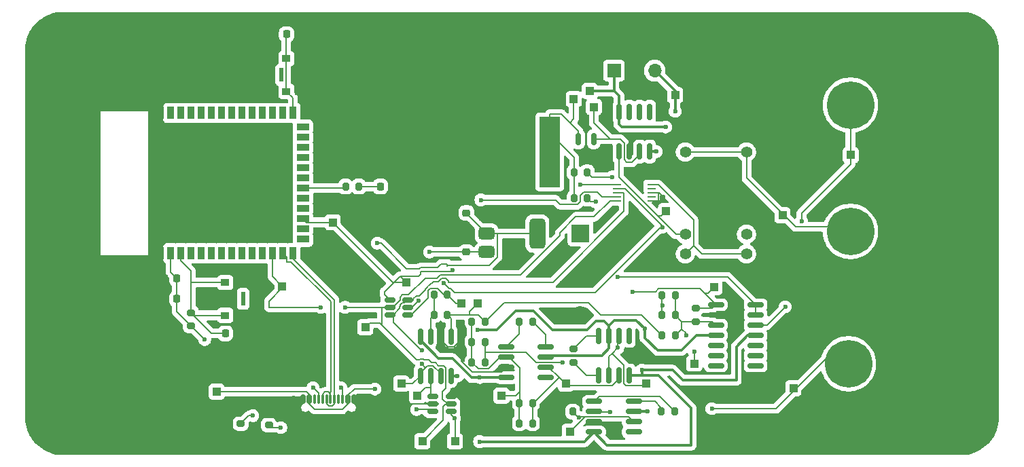
<source format=gbr>
%TF.GenerationSoftware,KiCad,Pcbnew,9.0.1-1.fc41*%
%TF.CreationDate,2025-04-10T23:58:52-07:00*%
%TF.ProjectId,Potentiostat KiCAD Prohject,506f7465-6e74-4696-9f73-746174204b69,rev?*%
%TF.SameCoordinates,Original*%
%TF.FileFunction,Copper,L1,Top*%
%TF.FilePolarity,Positive*%
%FSLAX46Y46*%
G04 Gerber Fmt 4.6, Leading zero omitted, Abs format (unit mm)*
G04 Created by KiCad (PCBNEW 9.0.1-1.fc41) date 2025-04-10 23:58:52*
%MOMM*%
%LPD*%
G01*
G04 APERTURE LIST*
G04 Aperture macros list*
%AMRoundRect*
0 Rectangle with rounded corners*
0 $1 Rounding radius*
0 $2 $3 $4 $5 $6 $7 $8 $9 X,Y pos of 4 corners*
0 Add a 4 corners polygon primitive as box body*
4,1,4,$2,$3,$4,$5,$6,$7,$8,$9,$2,$3,0*
0 Add four circle primitives for the rounded corners*
1,1,$1+$1,$2,$3*
1,1,$1+$1,$4,$5*
1,1,$1+$1,$6,$7*
1,1,$1+$1,$8,$9*
0 Add four rect primitives between the rounded corners*
20,1,$1+$1,$2,$3,$4,$5,0*
20,1,$1+$1,$4,$5,$6,$7,0*
20,1,$1+$1,$6,$7,$8,$9,0*
20,1,$1+$1,$8,$9,$2,$3,0*%
G04 Aperture macros list end*
%TA.AperFunction,ComponentPad*%
%ADD10C,3.800000*%
%TD*%
%TA.AperFunction,SMDPad,CuDef*%
%ADD11RoundRect,0.150000X-0.150000X-0.425000X0.150000X-0.425000X0.150000X0.425000X-0.150000X0.425000X0*%
%TD*%
%TA.AperFunction,SMDPad,CuDef*%
%ADD12RoundRect,0.075000X-0.075000X-0.500000X0.075000X-0.500000X0.075000X0.500000X-0.075000X0.500000X0*%
%TD*%
%TA.AperFunction,HeatsinkPad*%
%ADD13O,1.000000X2.100000*%
%TD*%
%TA.AperFunction,HeatsinkPad*%
%ADD14O,1.000000X1.800000*%
%TD*%
%TA.AperFunction,ComponentPad*%
%ADD15C,1.400000*%
%TD*%
%TA.AperFunction,ComponentPad*%
%ADD16R,1.400000X1.400000*%
%TD*%
%TA.AperFunction,SMDPad,CuDef*%
%ADD17R,1.000000X0.900000*%
%TD*%
%TA.AperFunction,SMDPad,CuDef*%
%ADD18R,0.550000X1.700000*%
%TD*%
%TA.AperFunction,SMDPad,CuDef*%
%ADD19R,0.900000X0.900000*%
%TD*%
%TA.AperFunction,SMDPad,CuDef*%
%ADD20R,0.900000X1.500000*%
%TD*%
%TA.AperFunction,SMDPad,CuDef*%
%ADD21R,1.500000X0.900000*%
%TD*%
%TA.AperFunction,SMDPad,CuDef*%
%ADD22RoundRect,0.225000X0.225000X0.250000X-0.225000X0.250000X-0.225000X-0.250000X0.225000X-0.250000X0*%
%TD*%
%TA.AperFunction,SMDPad,CuDef*%
%ADD23R,1.000000X1.000000*%
%TD*%
%TA.AperFunction,SMDPad,CuDef*%
%ADD24RoundRect,0.200000X0.200000X0.275000X-0.200000X0.275000X-0.200000X-0.275000X0.200000X-0.275000X0*%
%TD*%
%TA.AperFunction,SMDPad,CuDef*%
%ADD25RoundRect,0.218750X0.218750X0.256250X-0.218750X0.256250X-0.218750X-0.256250X0.218750X-0.256250X0*%
%TD*%
%TA.AperFunction,SMDPad,CuDef*%
%ADD26RoundRect,0.200000X0.275000X-0.200000X0.275000X0.200000X-0.275000X0.200000X-0.275000X-0.200000X0*%
%TD*%
%TA.AperFunction,SMDPad,CuDef*%
%ADD27RoundRect,0.200000X-0.200000X-0.275000X0.200000X-0.275000X0.200000X0.275000X-0.200000X0.275000X0*%
%TD*%
%TA.AperFunction,SMDPad,CuDef*%
%ADD28RoundRect,0.200000X-0.275000X0.200000X-0.275000X-0.200000X0.275000X-0.200000X0.275000X0.200000X0*%
%TD*%
%TA.AperFunction,ComponentPad*%
%ADD29C,5.918200*%
%TD*%
%TA.AperFunction,ComponentPad*%
%ADD30R,1.700000X1.700000*%
%TD*%
%TA.AperFunction,ComponentPad*%
%ADD31O,1.700000X1.700000*%
%TD*%
%TA.AperFunction,SMDPad,CuDef*%
%ADD32RoundRect,0.150000X-0.825000X-0.150000X0.825000X-0.150000X0.825000X0.150000X-0.825000X0.150000X0*%
%TD*%
%TA.AperFunction,SMDPad,CuDef*%
%ADD33RoundRect,0.150000X-0.512500X-0.150000X0.512500X-0.150000X0.512500X0.150000X-0.512500X0.150000X0*%
%TD*%
%TA.AperFunction,SMDPad,CuDef*%
%ADD34RoundRect,0.225000X0.250000X-0.225000X0.250000X0.225000X-0.250000X0.225000X-0.250000X-0.225000X0*%
%TD*%
%TA.AperFunction,ComponentPad*%
%ADD35R,2.200000X2.200000*%
%TD*%
%TA.AperFunction,ComponentPad*%
%ADD36O,2.200000X2.200000*%
%TD*%
%TA.AperFunction,SMDPad,CuDef*%
%ADD37R,2.500000X8.850000*%
%TD*%
%TA.AperFunction,SMDPad,CuDef*%
%ADD38RoundRect,0.150000X0.512500X0.150000X-0.512500X0.150000X-0.512500X-0.150000X0.512500X-0.150000X0*%
%TD*%
%TA.AperFunction,SMDPad,CuDef*%
%ADD39RoundRect,0.150000X0.150000X-0.825000X0.150000X0.825000X-0.150000X0.825000X-0.150000X-0.825000X0*%
%TD*%
%TA.AperFunction,SMDPad,CuDef*%
%ADD40RoundRect,0.150000X0.150000X-0.587500X0.150000X0.587500X-0.150000X0.587500X-0.150000X-0.587500X0*%
%TD*%
%TA.AperFunction,SMDPad,CuDef*%
%ADD41RoundRect,0.375000X-0.625000X-0.375000X0.625000X-0.375000X0.625000X0.375000X-0.625000X0.375000X0*%
%TD*%
%TA.AperFunction,SMDPad,CuDef*%
%ADD42RoundRect,0.500000X-0.500000X-1.400000X0.500000X-1.400000X0.500000X1.400000X-0.500000X1.400000X0*%
%TD*%
%TA.AperFunction,SMDPad,CuDef*%
%ADD43RoundRect,0.225000X-0.225000X-0.250000X0.225000X-0.250000X0.225000X0.250000X-0.225000X0.250000X0*%
%TD*%
%TA.AperFunction,SMDPad,CuDef*%
%ADD44RoundRect,0.150000X-0.150000X0.825000X-0.150000X-0.825000X0.150000X-0.825000X0.150000X0.825000X0*%
%TD*%
%TA.AperFunction,SMDPad,CuDef*%
%ADD45R,1.100000X0.250000*%
%TD*%
%TA.AperFunction,SMDPad,CuDef*%
%ADD46RoundRect,0.225000X-0.250000X0.225000X-0.250000X-0.225000X0.250000X-0.225000X0.250000X0.225000X0*%
%TD*%
%TA.AperFunction,ViaPad*%
%ADD47C,0.600000*%
%TD*%
%TA.AperFunction,Conductor*%
%ADD48C,0.200000*%
%TD*%
%TA.AperFunction,Conductor*%
%ADD49C,0.350000*%
%TD*%
G04 APERTURE END LIST*
D10*
%TO.P,H4,1,1*%
%TO.N,GND*%
X121000000Y-57500000D03*
%TD*%
%TO.P,H3,1,1*%
%TO.N,GND*%
X121000000Y-105500000D03*
%TD*%
%TO.P,H2,1,1*%
%TO.N,GND*%
X234500000Y-105500000D03*
%TD*%
%TO.P,H1,1,1*%
%TO.N,GND*%
X234500000Y-57500000D03*
%TD*%
D11*
%TO.P,J2,A1,GND*%
%TO.N,GND*%
X151740000Y-101925000D03*
%TO.P,J2,A4,VBUS*%
%TO.N,+5V*%
X152540000Y-101925000D03*
D12*
%TO.P,J2,A5,CC1*%
%TO.N,Net-(J2-CC1)*%
X153690000Y-101925000D03*
%TO.P,J2,A6,D+*%
%TO.N,/D+*%
X154690000Y-101925000D03*
%TO.P,J2,A7,D-*%
%TO.N,/D-*%
X155190000Y-101925000D03*
%TO.P,J2,A8,SBU1*%
%TO.N,unconnected-(J2-SBU1-PadA8)*%
X156190000Y-101925000D03*
D11*
%TO.P,J2,A9,VBUS*%
%TO.N,+5V*%
X157340000Y-101925000D03*
%TO.P,J2,A12,GND*%
%TO.N,GND*%
X158140000Y-101925000D03*
%TO.P,J2,B1,GND*%
X158140000Y-101925000D03*
%TO.P,J2,B4,VBUS*%
%TO.N,+5V*%
X157340000Y-101925000D03*
D12*
%TO.P,J2,B5,CC2*%
%TO.N,Net-(J2-CC2)*%
X156690000Y-101925000D03*
%TO.P,J2,B6,D+*%
%TO.N,/D+*%
X155690000Y-101925000D03*
%TO.P,J2,B7,D-*%
%TO.N,/D-*%
X154190000Y-101925000D03*
%TO.P,J2,B8,SBU2*%
%TO.N,unconnected-(J2-SBU2-PadB8)*%
X153190000Y-101925000D03*
D11*
%TO.P,J2,B9,VBUS*%
%TO.N,+5V*%
X152540000Y-101925000D03*
%TO.P,J2,B12,GND*%
%TO.N,GND*%
X151740000Y-101925000D03*
D13*
%TO.P,J2,S1,SHIELD*%
X150620000Y-102500000D03*
D14*
X150620000Y-106680000D03*
D13*
X159260000Y-102500000D03*
D14*
X159260000Y-106680000D03*
%TD*%
D15*
%TO.P,K1,14*%
%TO.N,GND*%
X207020000Y-68580000D03*
%TO.P,K1,13*%
%TO.N,Net-(J5-Pin_1)*%
X207020000Y-71120000D03*
%TO.P,K1,9*%
%TO.N,N/C*%
X207020000Y-81380000D03*
%TO.P,K1,8*%
%TO.N,Net-(U10-AIN1)*%
X207020000Y-83820000D03*
%TO.P,K1,7*%
X199400000Y-83820000D03*
%TO.P,K1,6*%
%TO.N,Net-(K1-Pad6)*%
X199400000Y-81380000D03*
%TO.P,K1,2*%
%TO.N,Net-(J5-Pin_1)*%
X199400000Y-71120000D03*
D16*
%TO.P,K1,1*%
%TO.N,GND*%
X199400000Y-68580000D03*
%TD*%
D17*
%TO.P,SW1,1,1*%
%TO.N,GND*%
X143660000Y-87385000D03*
X143660000Y-91485000D03*
%TO.P,SW1,2,2*%
%TO.N,Net-(U14-EN)*%
X142060000Y-87385000D03*
X142060000Y-91485000D03*
D18*
%TO.P,SW1,SH*%
%TO.N,N/C*%
X144285000Y-89435000D03*
%TD*%
%TO.P,SW2,SH*%
%TO.N,N/C*%
X149055000Y-61495000D03*
D17*
%TO.P,SW2,2,2*%
%TO.N,GND*%
X151280000Y-59445000D03*
X151280000Y-63545000D03*
%TO.P,SW2,1,1*%
%TO.N,Net-(U14-GPIO0)*%
X149680000Y-59445000D03*
X149680000Y-63545000D03*
%TD*%
D19*
%TO.P,U14,41,GND*%
%TO.N,GND*%
X143110000Y-75100000D03*
X141710000Y-75100000D03*
X140310000Y-75100000D03*
X143110000Y-76500000D03*
X141710000Y-76500000D03*
X140310000Y-76500000D03*
X143110000Y-77900000D03*
X141710000Y-77900000D03*
X140310000Y-77900000D03*
D20*
%TO.P,U14,40,GND*%
X133990000Y-66250000D03*
%TO.P,U14,39,GPIO1/TOUCH1/ADC1_CH0*%
%TO.N,unconnected-(U14-GPIO1{slash}TOUCH1{slash}ADC1_CH0-Pad39)*%
X135260000Y-66250000D03*
%TO.P,U14,38,GPIO2/TOUCH2/ADC1_CH1*%
%TO.N,unconnected-(U14-GPIO2{slash}TOUCH2{slash}ADC1_CH1-Pad38)*%
X136530000Y-66250000D03*
%TO.P,U14,37,U0TXD/GPIO43/CLK_OUT1*%
%TO.N,unconnected-(U14-U0TXD{slash}GPIO43{slash}CLK_OUT1-Pad37)*%
X137800000Y-66250000D03*
%TO.P,U14,36,U0RXD/GPIO44/CLK_OUT2*%
%TO.N,unconnected-(U14-U0RXD{slash}GPIO44{slash}CLK_OUT2-Pad36)*%
X139070000Y-66250000D03*
%TO.P,U14,35,MTMS/GPIO42*%
%TO.N,unconnected-(U14-MTMS{slash}GPIO42-Pad35)*%
X140340000Y-66250000D03*
%TO.P,U14,34,MTDI/GPIO41/CLK_OUT1*%
%TO.N,unconnected-(U14-MTDI{slash}GPIO41{slash}CLK_OUT1-Pad34)*%
X141610000Y-66250000D03*
%TO.P,U14,33,MTDO/GPIO40/CLK_OUT2*%
%TO.N,unconnected-(U14-MTDO{slash}GPIO40{slash}CLK_OUT2-Pad33)*%
X142880000Y-66250000D03*
%TO.P,U14,32,MTCK/GPIO39/CLK_OUT3*%
%TO.N,unconnected-(U14-MTCK{slash}GPIO39{slash}CLK_OUT3-Pad32)*%
X144150000Y-66250000D03*
%TO.P,U14,31,GPIO38/FSPIWP*%
%TO.N,unconnected-(U14-GPIO38{slash}FSPIWP-Pad31)*%
X145420000Y-66250000D03*
%TO.P,U14,30,SPIDQS/GPIO37/FSPIQ*%
%TO.N,unconnected-(U14-SPIDQS{slash}GPIO37{slash}FSPIQ-Pad30)*%
X146690000Y-66250000D03*
%TO.P,U14,29,SPIIO7/GPIO36/FSPICLK*%
%TO.N,unconnected-(U14-SPIIO7{slash}GPIO36{slash}FSPICLK-Pad29)*%
X147960000Y-66250000D03*
%TO.P,U14,28,SPIIO6/GPIO35/FSPID*%
%TO.N,unconnected-(U14-SPIIO6{slash}GPIO35{slash}FSPID-Pad28)*%
X149230000Y-66250000D03*
%TO.P,U14,27,GPIO0*%
%TO.N,Net-(U14-GPIO0)*%
X150500000Y-66250000D03*
D21*
%TO.P,U14,26,GPIO45*%
%TO.N,unconnected-(U14-GPIO45-Pad26)*%
X151750000Y-68015000D03*
%TO.P,U14,25,SPIIO5/GPIO34/FSPICS0*%
%TO.N,unconnected-(U14-SPIIO5{slash}GPIO34{slash}FSPICS0-Pad25)*%
X151750000Y-69285000D03*
%TO.P,U14,24,SPIIO4/GPIO33/FSPIHD*%
%TO.N,unconnected-(U14-SPIIO4{slash}GPIO33{slash}FSPIHD-Pad24)*%
X151750000Y-70555000D03*
%TO.P,U14,23,GPIO21*%
%TO.N,unconnected-(U14-GPIO21-Pad23)*%
X151750000Y-71825000D03*
%TO.P,U14,22,GPIO14/TOUCH14/ADC2_CH3/FSPIWP/FSPIDQS*%
%TO.N,unconnected-(U14-GPIO14{slash}TOUCH14{slash}ADC2_CH3{slash}FSPIWP{slash}FSPIDQS-Pad22)*%
X151750000Y-73095000D03*
%TO.P,U14,21,GPIO13/TOUCH13/ADC2_CH2/FSPIQ/FSPIIO7*%
%TO.N,unconnected-(U14-GPIO13{slash}TOUCH13{slash}ADC2_CH2{slash}FSPIQ{slash}FSPIIO7-Pad21)*%
X151750000Y-74365000D03*
%TO.P,U14,20,GPIO12/TOUCH12/ADC2_CH1/FSPICLK/FSPIIO6*%
%TO.N,Net-(U14-GPIO12{slash}TOUCH12{slash}ADC2_CH1{slash}FSPICLK{slash}FSPIIO6)*%
X151750000Y-75635000D03*
%TO.P,U14,19,GPIO11/TOUCH11/ADC2_CH0/FSPID/FSPIIO5*%
%TO.N,unconnected-(U14-GPIO11{slash}TOUCH11{slash}ADC2_CH0{slash}FSPID{slash}FSPIIO5-Pad19)*%
X151750000Y-76905000D03*
%TO.P,U14,18,GPIO10/TOUCH10/ADC1_CH9/FSPICS0/FSPIIO4*%
%TO.N,unconnected-(U14-GPIO10{slash}TOUCH10{slash}ADC1_CH9{slash}FSPICS0{slash}FSPIIO4-Pad18)*%
X151750000Y-78175000D03*
%TO.P,U14,17,GPIO9/TOUCH9/ADC1_CH8/FSPIHD*%
%TO.N,/I2C_SDA*%
X151750000Y-79445000D03*
%TO.P,U14,16,GPIO46*%
%TO.N,unconnected-(U14-GPIO46-Pad16)*%
X151750000Y-80715000D03*
%TO.P,U14,15,GPIO3/TOUCH3/ADC1_CH2*%
%TO.N,unconnected-(U14-GPIO3{slash}TOUCH3{slash}ADC1_CH2-Pad15)*%
X151750000Y-81985000D03*
D20*
%TO.P,U14,14,GPIO20/U1CTS/ADC2_CH9/CLK_OUT1/USB_D+*%
%TO.N,/D+*%
X150500000Y-83750000D03*
%TO.P,U14,13,GPIO19/U1RTS/ADC2_CH8/CLK_OUT2/USB_D-*%
%TO.N,/D-*%
X149230000Y-83750000D03*
%TO.P,U14,12,GPIO8/TOUCH8/ADC1_CH7*%
%TO.N,/I2C_SCL*%
X147960000Y-83750000D03*
%TO.P,U14,11,GPIO18/U1RXD/ADC2_CH7/DAC_2/CLK_OUT3*%
%TO.N,unconnected-(U14-GPIO18{slash}U1RXD{slash}ADC2_CH7{slash}DAC_2{slash}CLK_OUT3-Pad11)*%
X146690000Y-83750000D03*
%TO.P,U14,10,GPIO17/U1TXD/ADC2_CH6/DAC_1*%
%TO.N,unconnected-(U14-GPIO17{slash}U1TXD{slash}ADC2_CH6{slash}DAC_1-Pad10)*%
X145420000Y-83750000D03*
%TO.P,U14,9,GPIO16/U0CTS/ADC2_CH5/XTAL_32K_N*%
%TO.N,unconnected-(U14-GPIO16{slash}U0CTS{slash}ADC2_CH5{slash}XTAL_32K_N-Pad9)*%
X144150000Y-83750000D03*
%TO.P,U14,8,GPIO15/U0RTS/ADC2_CH4/XTAL_32K_P*%
%TO.N,unconnected-(U14-GPIO15{slash}U0RTS{slash}ADC2_CH4{slash}XTAL_32K_P-Pad8)*%
X142880000Y-83750000D03*
%TO.P,U14,7,GPIO7/TOUCH7/ADC1_CH6*%
%TO.N,unconnected-(U14-GPIO7{slash}TOUCH7{slash}ADC1_CH6-Pad7)*%
X141610000Y-83750000D03*
%TO.P,U14,6,GPIO6/TOUCH6/ADC1_CH5*%
%TO.N,unconnected-(U14-GPIO6{slash}TOUCH6{slash}ADC1_CH5-Pad6)*%
X140340000Y-83750000D03*
%TO.P,U14,5,GPIO5/TOUCH5/ADC1_CH4*%
%TO.N,unconnected-(U14-GPIO5{slash}TOUCH5{slash}ADC1_CH4-Pad5)*%
X139070000Y-83750000D03*
%TO.P,U14,4,GPIO4/TOUCH4/ADC1_CH3*%
%TO.N,unconnected-(U14-GPIO4{slash}TOUCH4{slash}ADC1_CH3-Pad4)*%
X137800000Y-83750000D03*
%TO.P,U14,3,EN*%
%TO.N,Net-(U14-EN)*%
X136530000Y-83750000D03*
%TO.P,U14,2,3V3*%
%TO.N,+3.3V*%
X135260000Y-83750000D03*
%TO.P,U14,1,GND*%
%TO.N,GND*%
X133990000Y-83750000D03*
%TD*%
D22*
%TO.P,C5,2*%
%TO.N,GND*%
X134465000Y-89435000D03*
%TO.P,C5,1*%
%TO.N,+3.3V*%
X136015000Y-89435000D03*
%TD*%
D23*
%TO.P,TP10,1,1*%
%TO.N,/I2C_SCL*%
X149180000Y-87877000D03*
%TD*%
D22*
%TO.P,C6,2*%
%TO.N,GND*%
X134465000Y-86895000D03*
%TO.P,C6,1*%
%TO.N,+3.3V*%
X136015000Y-86895000D03*
%TD*%
D24*
%TO.P,R12,2*%
%TO.N,Net-(U14-GPIO12{slash}TOUCH12{slash}ADC2_CH1{slash}FSPICLK{slash}FSPIIO6)*%
X157060000Y-75425000D03*
%TO.P,R12,1*%
%TO.N,Net-(D1-A)*%
X158710000Y-75425000D03*
%TD*%
D25*
%TO.P,D1,2,A*%
%TO.N,Net-(D1-A)*%
X161390000Y-75425000D03*
%TO.P,D1,1,K*%
%TO.N,GND*%
X162965000Y-75425000D03*
%TD*%
D22*
%TO.P,C4,2*%
%TO.N,Net-(U14-EN)*%
X142085000Y-93740000D03*
%TO.P,C4,1*%
%TO.N,GND*%
X143635000Y-93740000D03*
%TD*%
D23*
%TO.P,TP11,1,1*%
%TO.N,/I2C_SDA*%
X155460000Y-79885000D03*
%TD*%
D26*
%TO.P,R21,2*%
%TO.N,Net-(U14-EN)*%
X137780000Y-91150000D03*
%TO.P,R21,1*%
%TO.N,+3.3V*%
X137780000Y-92800000D03*
%TD*%
D23*
%TO.P,TP17,1,1*%
%TO.N,Net-(U2A-+)*%
X200500000Y-97500000D03*
%TD*%
%TO.P,TP21,1,1*%
%TO.N,Net-(U11-VOUT)*%
X171500000Y-90000000D03*
%TD*%
%TO.P,TP25,1,1*%
%TO.N,Net-(U9-+)*%
X184500000Y-100000000D03*
%TD*%
D27*
%TO.P,R11,1*%
%TO.N,Net-(U8-IN)*%
X185514000Y-76897500D03*
%TO.P,R11,2*%
%TO.N,Net-(U2D--)*%
X187164000Y-76897500D03*
%TD*%
D24*
%TO.P,R5,1*%
%TO.N,Net-(U11-VOUT)*%
X169735000Y-88900000D03*
%TO.P,R5,2*%
%TO.N,Net-(U1A-+)*%
X168085000Y-88900000D03*
%TD*%
D28*
%TO.P,R18,1*%
%TO.N,Net-(R18-Pad1)*%
X185420000Y-95695000D03*
%TO.P,R18,2*%
%TO.N,Net-(R18-Pad2)*%
X185420000Y-97345000D03*
%TD*%
D29*
%TO.P,J5,1,Pin_1*%
%TO.N,Net-(J5-Pin_1)*%
X219964000Y-81026000D03*
%TD*%
D23*
%TO.P,TP7,1,1*%
%TO.N,/I2C_SCL*%
X159512000Y-92964000D03*
%TD*%
D30*
%TO.P,J1,1,Pin_1*%
%TO.N,+9V*%
X190500000Y-60960000D03*
D31*
%TO.P,J1,2,Pin_2*%
%TO.N,GND*%
X190500000Y-58420000D03*
%TD*%
D24*
%TO.P,R13,1*%
%TO.N,Net-(U9-+)*%
X180355000Y-102410000D03*
%TO.P,R13,2*%
%TO.N,Net-(U7--)*%
X178705000Y-102410000D03*
%TD*%
D23*
%TO.P,TP4,1,1*%
%TO.N,+9V*%
X187500000Y-63500000D03*
%TD*%
%TO.P,TP9,1,1*%
%TO.N,+5V*%
X141000000Y-101000000D03*
%TD*%
%TO.P,TP26,1,1*%
%TO.N,Net-(D2-K)*%
X194500000Y-100000000D03*
%TD*%
D32*
%TO.P,U7,1,Rg*%
%TO.N,Net-(R3-Pad2)*%
X177055000Y-95425000D03*
%TO.P,U7,2,-*%
%TO.N,Net-(U7--)*%
X177055000Y-96695000D03*
%TO.P,U7,3,+*%
%TO.N,GND*%
X177055000Y-97965000D03*
%TO.P,U7,4,V-*%
%TO.N,-9V*%
X177055000Y-99235000D03*
%TO.P,U7,5,Ref*%
%TO.N,unconnected-(U7-Ref-Pad5)*%
X182005000Y-99235000D03*
%TO.P,U7,6*%
%TO.N,Net-(U9-+)*%
X182005000Y-97965000D03*
%TO.P,U7,7,V+*%
%TO.N,+9V*%
X182005000Y-96695000D03*
%TO.P,U7,8,Rg*%
%TO.N,Net-(R3-Pad1)*%
X182005000Y-95425000D03*
%TD*%
D24*
%TO.P,R15,1*%
%TO.N,Net-(R15-Pad1)*%
X174450000Y-97330000D03*
%TO.P,R15,2*%
%TO.N,Net-(U7--)*%
X172800000Y-97330000D03*
%TD*%
D23*
%TO.P,TP3,1,1*%
%TO.N,GND*%
X186944000Y-58420000D03*
%TD*%
D27*
%TO.P,R16,1*%
%TO.N,Net-(U7--)*%
X172800000Y-94790000D03*
%TO.P,R16,2*%
%TO.N,Net-(R15-Pad1)*%
X174450000Y-94790000D03*
%TD*%
D33*
%TO.P,U6,1,VOUT*%
%TO.N,Net-(U1B--)*%
X167905000Y-101600000D03*
%TO.P,U6,2,VSS*%
%TO.N,GND*%
X167905000Y-102550000D03*
%TO.P,U6,3,VDD*%
%TO.N,VCC*%
X167905000Y-103500000D03*
%TO.P,U6,4,SDA*%
%TO.N,/I2C_SDA*%
X170180000Y-103500000D03*
%TO.P,U6,5,SCL*%
%TO.N,/I2C_SCL*%
X170180000Y-102550000D03*
%TO.P,U6,6,A0*%
%TO.N,GND*%
X170180000Y-101600000D03*
%TD*%
D32*
%TO.P,U2,1*%
%TO.N,Net-(R10-Pad1)*%
X203200000Y-90170000D03*
%TO.P,U2,2,-*%
%TO.N,GND*%
X203200000Y-91440000D03*
%TO.P,U2,3,+*%
%TO.N,Net-(U2A-+)*%
X203200000Y-92710000D03*
%TO.P,U2,4,V+*%
%TO.N,+9V*%
X203200000Y-93980000D03*
%TO.P,U2,5,+*%
%TO.N,unconnected-(U2B-+-Pad5)*%
X203200000Y-95250000D03*
%TO.P,U2,6,-*%
%TO.N,unconnected-(U2B---Pad6)*%
X203200000Y-96520000D03*
%TO.P,U2,7*%
%TO.N,unconnected-(U2-Pad7)*%
X203200000Y-97790000D03*
%TO.P,U2,8*%
%TO.N,unconnected-(U2-Pad8)*%
X208150000Y-97790000D03*
%TO.P,U2,9,-*%
%TO.N,unconnected-(U2C---Pad9)*%
X208150000Y-96520000D03*
%TO.P,U2,10,+*%
%TO.N,unconnected-(U2C-+-Pad10)*%
X208150000Y-95250000D03*
%TO.P,U2,11,V-*%
%TO.N,-9V*%
X208150000Y-93980000D03*
%TO.P,U2,12,+*%
%TO.N,Net-(J4-Pin_1)*%
X208150000Y-92710000D03*
%TO.P,U2,13,-*%
%TO.N,Net-(U2D--)*%
X208150000Y-91440000D03*
%TO.P,U2,14*%
X208150000Y-90170000D03*
%TD*%
D34*
%TO.P,C2,1*%
%TO.N,+5V*%
X172110000Y-83580000D03*
%TO.P,C2,2*%
%TO.N,GND*%
X172110000Y-82030000D03*
%TD*%
D26*
%TO.P,R20,1*%
%TO.N,GND*%
X147500000Y-106825000D03*
%TO.P,R20,2*%
%TO.N,Net-(J2-CC2)*%
X147500000Y-105175000D03*
%TD*%
D23*
%TO.P,TP16,1,1*%
%TO.N,Net-(K1-Pad6)*%
X197000000Y-78500000D03*
%TD*%
%TO.P,TP20,1,1*%
%TO.N,/ADC_IN3*%
X164000000Y-100000000D03*
%TD*%
%TO.P,TP23,1,1*%
%TO.N,Net-(R15-Pad1)*%
X185000000Y-106000000D03*
%TD*%
D27*
%TO.P,R6,1*%
%TO.N,/ADC_IN3*%
X196470000Y-88960000D03*
%TO.P,R6,2*%
%TO.N,Net-(U2A-+)*%
X198120000Y-88960000D03*
%TD*%
D24*
%TO.P,R3,1*%
%TO.N,Net-(R3-Pad1)*%
X180355000Y-92250000D03*
%TO.P,R3,2*%
%TO.N,Net-(R3-Pad2)*%
X178705000Y-92250000D03*
%TD*%
D26*
%TO.P,R9,1*%
%TO.N,Net-(U2A-+)*%
X200660000Y-92265000D03*
%TO.P,R9,2*%
%TO.N,Net-(R10-Pad1)*%
X200660000Y-90615000D03*
%TD*%
D35*
%TO.P,D2,1,K*%
%TO.N,Net-(D2-K)*%
X186339000Y-81280000D03*
D36*
%TO.P,D2,2,A*%
%TO.N,GND*%
X186339000Y-91440000D03*
%TD*%
D23*
%TO.P,TP5,1,1*%
%TO.N,/I2C_SDA*%
X170688000Y-107188000D03*
%TD*%
D29*
%TO.P,J6,1,Pin_1*%
%TO.N,Net-(J6-Pin_1)*%
X219710000Y-97536000D03*
%TD*%
D37*
%TO.P,C1,1*%
%TO.N,GND*%
X173000000Y-71120000D03*
%TO.P,C1,2*%
%TO.N,Net-(U8-IN)*%
X182500000Y-71120000D03*
%TD*%
D23*
%TO.P,TP15,1,1*%
%TO.N,Net-(U4A-+)*%
X188000000Y-65494819D03*
%TD*%
D38*
%TO.P,U11,1,VOUT*%
%TO.N,Net-(U11-VOUT)*%
X164835000Y-91440000D03*
%TO.P,U11,2,VSS*%
%TO.N,GND*%
X164835000Y-90490000D03*
%TO.P,U11,3,VDD*%
%TO.N,VCC*%
X164835000Y-89540000D03*
%TO.P,U11,4,SDA*%
%TO.N,/I2C_SDA*%
X162560000Y-89540000D03*
%TO.P,U11,5,SCL*%
%TO.N,/I2C_SCL*%
X162560000Y-90490000D03*
%TO.P,U11,6,A0*%
%TO.N,VCC*%
X162560000Y-91440000D03*
%TD*%
D27*
%TO.P,R1,1*%
%TO.N,Net-(R1-Pad1)*%
X196405000Y-103505000D03*
%TO.P,R1,2*%
%TO.N,Net-(R1-Pad2)*%
X198055000Y-103505000D03*
%TD*%
D39*
%TO.P,U4,1*%
%TO.N,Net-(K1-Pad6)*%
X191135000Y-71055000D03*
%TO.P,U4,2,-*%
%TO.N,GND*%
X192405000Y-71055000D03*
%TO.P,U4,3,+*%
%TO.N,Net-(U4A-+)*%
X193675000Y-71055000D03*
%TO.P,U4,4,V-*%
%TO.N,-9V*%
X194945000Y-71055000D03*
%TO.P,U4,5,+*%
%TO.N,unconnected-(U4B-+-Pad5)*%
X194945000Y-66105000D03*
%TO.P,U4,6,-*%
%TO.N,unconnected-(U4B---Pad6)*%
X193675000Y-66105000D03*
%TO.P,U4,7*%
%TO.N,unconnected-(U4-Pad7)*%
X192405000Y-66105000D03*
%TO.P,U4,8,V+*%
%TO.N,+9V*%
X191135000Y-66105000D03*
%TD*%
D23*
%TO.P,TP14,1,1*%
%TO.N,Net-(U8-IN)*%
X185500000Y-64500000D03*
%TD*%
D27*
%TO.P,R7,1*%
%TO.N,/ADC_IN3*%
X196470000Y-91470000D03*
%TO.P,R7,2*%
%TO.N,Net-(U2A-+)*%
X198120000Y-91470000D03*
%TD*%
D30*
%TO.P,J3,1,Pin_1*%
%TO.N,GND*%
X195580000Y-58420000D03*
D31*
%TO.P,J3,2,Pin_2*%
%TO.N,-9V*%
X195580000Y-60960000D03*
%TD*%
D23*
%TO.P,TP1,1,1*%
%TO.N,Net-(J6-Pin_1)*%
X212852000Y-100584000D03*
%TD*%
D40*
%TO.P,U8,1,IN*%
%TO.N,Net-(U8-IN)*%
X186072500Y-69517500D03*
%TO.P,U8,2,OUT*%
%TO.N,Net-(U4A-+)*%
X187972500Y-69517500D03*
%TO.P,U8,3,GND*%
%TO.N,GND*%
X187022500Y-67642500D03*
%TD*%
D23*
%TO.P,TP18,1,1*%
%TO.N,Net-(R10-Pad1)*%
X203000000Y-88000000D03*
%TD*%
D39*
%TO.P,U9,1,Rg*%
%TO.N,Net-(R18-Pad2)*%
X188595000Y-98995000D03*
%TO.P,U9,2,-*%
%TO.N,Net-(D2-K)*%
X189865000Y-98995000D03*
%TO.P,U9,3,+*%
%TO.N,Net-(U9-+)*%
X191135000Y-98995000D03*
%TO.P,U9,4,V-*%
%TO.N,-9V*%
X192405000Y-98995000D03*
%TO.P,U9,5,Ref*%
%TO.N,unconnected-(U9-Ref-Pad5)*%
X192405000Y-94045000D03*
%TO.P,U9,6*%
%TO.N,Net-(D2-K)*%
X191135000Y-94045000D03*
%TO.P,U9,7,V+*%
%TO.N,+9V*%
X189865000Y-94045000D03*
%TO.P,U9,8,Rg*%
%TO.N,Net-(R18-Pad1)*%
X188595000Y-94045000D03*
%TD*%
D41*
%TO.P,U13,1,GND*%
%TO.N,GND*%
X174650000Y-78980000D03*
%TO.P,U13,2,VO*%
%TO.N,+3.3V*%
X174650000Y-81280000D03*
D42*
X180950000Y-81280000D03*
D41*
%TO.P,U13,3,VI*%
%TO.N,+5V*%
X174650000Y-83580000D03*
%TD*%
D27*
%TO.P,R2,1*%
%TO.N,GND*%
X183705000Y-103505000D03*
%TO.P,R2,2*%
%TO.N,Net-(R15-Pad1)*%
X185355000Y-103505000D03*
%TD*%
D29*
%TO.P,J4,1,Pin_1*%
%TO.N,Net-(J4-Pin_1)*%
X219964000Y-65278000D03*
%TD*%
D23*
%TO.P,TP24,1,1*%
%TO.N,Net-(U7--)*%
X176500000Y-101500000D03*
%TD*%
%TO.P,TP13,1,1*%
%TO.N,Net-(J5-Pin_1)*%
X211500000Y-79000000D03*
%TD*%
D27*
%TO.P,R17,1*%
%TO.N,Net-(U7--)*%
X172800000Y-92250000D03*
%TO.P,R17,2*%
%TO.N,Net-(R17-Pad2)*%
X174450000Y-92250000D03*
%TD*%
D23*
%TO.P,TP2,1,1*%
%TO.N,-9V*%
X198120000Y-64008000D03*
%TD*%
%TO.P,TP6,1,1*%
%TO.N,/I2C_SCL*%
X166624000Y-107188000D03*
%TD*%
D27*
%TO.P,R8,1*%
%TO.N,Net-(R17-Pad2)*%
X196470000Y-93980000D03*
%TO.P,R8,2*%
%TO.N,Net-(U2A-+)*%
X198120000Y-93980000D03*
%TD*%
D23*
%TO.P,TP22,1,1*%
%TO.N,Net-(R17-Pad2)*%
X173500000Y-90000000D03*
%TD*%
D32*
%TO.P,U5,1,Rg*%
%TO.N,Net-(R1-Pad2)*%
X188025000Y-102235000D03*
%TO.P,U5,2,-*%
%TO.N,Net-(J6-Pin_1)*%
X188025000Y-103505000D03*
%TO.P,U5,3,+*%
%TO.N,GND*%
X188025000Y-104775000D03*
%TO.P,U5,4,V-*%
%TO.N,-9V*%
X188025000Y-106045000D03*
%TO.P,U5,5,Ref*%
%TO.N,unconnected-(U5-Ref-Pad5)*%
X192975000Y-106045000D03*
%TO.P,U5,6*%
%TO.N,Net-(R15-Pad1)*%
X192975000Y-104775000D03*
%TO.P,U5,7,V+*%
%TO.N,+9V*%
X192975000Y-103505000D03*
%TO.P,U5,8,Rg*%
%TO.N,Net-(R1-Pad1)*%
X192975000Y-102235000D03*
%TD*%
D23*
%TO.P,TP8,1,1*%
%TO.N,/I2C_SDA*%
X164592000Y-87376000D03*
%TD*%
D43*
%TO.P,C7,1*%
%TO.N,Net-(U14-GPIO0)*%
X149705000Y-56415000D03*
%TO.P,C7,2*%
%TO.N,GND*%
X151255000Y-56415000D03*
%TD*%
D23*
%TO.P,TP12,1,1*%
%TO.N,Net-(J4-Pin_1)*%
X220000000Y-71500000D03*
%TD*%
%TO.P,TP19,1,1*%
%TO.N,Net-(U1B--)*%
X166000000Y-101500000D03*
%TD*%
D44*
%TO.P,U1,1*%
%TO.N,Net-(R17-Pad2)*%
X170180000Y-94110000D03*
%TO.P,U1,2,-*%
%TO.N,GND*%
X168910000Y-94110000D03*
%TO.P,U1,3,+*%
%TO.N,Net-(U1A-+)*%
X167640000Y-94110000D03*
%TO.P,U1,4,V-*%
%TO.N,-9V*%
X166370000Y-94110000D03*
%TO.P,U1,5,+*%
%TO.N,/ADC_IN3*%
X166370000Y-99060000D03*
%TO.P,U1,6,-*%
%TO.N,Net-(U1B--)*%
X167640000Y-99060000D03*
%TO.P,U1,7*%
%TO.N,/ADC_IN3*%
X168910000Y-99060000D03*
%TO.P,U1,8,V+*%
%TO.N,+9V*%
X170180000Y-99060000D03*
%TD*%
D24*
%TO.P,R10,1*%
%TO.N,Net-(R10-Pad1)*%
X187164000Y-73660000D03*
%TO.P,R10,2*%
%TO.N,Net-(U8-IN)*%
X185514000Y-73660000D03*
%TD*%
D28*
%TO.P,R19,1*%
%TO.N,Net-(J2-CC1)*%
X144000000Y-105000000D03*
%TO.P,R19,2*%
%TO.N,GND*%
X144000000Y-106650000D03*
%TD*%
D27*
%TO.P,R14,1*%
%TO.N,Net-(U7--)*%
X178705000Y-104950000D03*
%TO.P,R14,2*%
%TO.N,Net-(U9-+)*%
X180355000Y-104950000D03*
%TD*%
%TO.P,R4,1*%
%TO.N,Net-(U1A-+)*%
X168085000Y-91440000D03*
%TO.P,R4,2*%
%TO.N,Net-(R17-Pad2)*%
X169735000Y-91440000D03*
%TD*%
D45*
%TO.P,U10,1,ADDR*%
%TO.N,GND*%
X195190000Y-77200000D03*
%TO.P,U10,2,ALERT/RDY*%
%TO.N,unconnected-(U10-ALERT{slash}RDY-Pad2)*%
X195190000Y-76700000D03*
%TO.P,U10,3,GND*%
%TO.N,GND*%
X195190000Y-76200000D03*
%TO.P,U10,4,AIN0*%
%TO.N,unconnected-(U10-AIN0-Pad4)*%
X195190000Y-75700000D03*
%TO.P,U10,5,AIN1*%
%TO.N,Net-(U10-AIN1)*%
X195190000Y-75200000D03*
%TO.P,U10,6,AIN2*%
%TO.N,Net-(D2-K)*%
X190890000Y-75200000D03*
%TO.P,U10,7,AIN3*%
%TO.N,/ADC_IN3*%
X190890000Y-75700000D03*
%TO.P,U10,8,VDD*%
%TO.N,VCC*%
X190890000Y-76200000D03*
%TO.P,U10,9,SDA*%
%TO.N,/I2C_SDA*%
X190890000Y-76700000D03*
%TO.P,U10,10,SCL*%
%TO.N,/I2C_SCL*%
X190890000Y-77200000D03*
%TD*%
D46*
%TO.P,C3,1*%
%TO.N,+3.3V*%
X172110000Y-78715000D03*
%TO.P,C3,2*%
%TO.N,GND*%
X172110000Y-80265000D03*
%TD*%
D47*
%TO.N,GND*%
X125000000Y-89500000D03*
X156500000Y-83500000D03*
X155000000Y-85000000D03*
X190500000Y-78500000D03*
X189500000Y-79500000D03*
X191500000Y-81500000D03*
X190500000Y-83500000D03*
X184000000Y-87500000D03*
X186500000Y-87000000D03*
X178000000Y-83000000D03*
X184000000Y-83500000D03*
X183000000Y-85500000D03*
X165500000Y-61500000D03*
X171000000Y-64500000D03*
X165000000Y-62500000D03*
X165500000Y-60500000D03*
X164500000Y-63500000D03*
X164000000Y-64500000D03*
X162500000Y-65000000D03*
X161000000Y-64500000D03*
X160000000Y-64000000D03*
X159500000Y-63500000D03*
X158500000Y-63000000D03*
X157500000Y-62500000D03*
X157000000Y-61500000D03*
X165000000Y-58000000D03*
X159500000Y-58500000D03*
X160000000Y-78000000D03*
X188000000Y-72000000D03*
X190000000Y-66500000D03*
X192000000Y-63500000D03*
X188000000Y-108000000D03*
X190500000Y-105500000D03*
X164000000Y-103500000D03*
%TO.N,Net-(J2-CC2)*%
X149000000Y-105500000D03*
X156500000Y-100500000D03*
%TO.N,Net-(J2-CC1)*%
X145500000Y-104000000D03*
X153000000Y-100500000D03*
%TO.N,+3.3V*%
X139500000Y-94500000D03*
%TO.N,/I2C_SCL*%
X157000000Y-90500000D03*
X154000000Y-90500000D03*
%TO.N,+3.3V*%
X161000000Y-82500000D03*
%TO.N,Net-(U2A-+)*%
X200500000Y-96000000D03*
X199500000Y-94000000D03*
%TO.N,GND*%
X196596000Y-76708000D03*
X171450000Y-92456000D03*
X166116000Y-89662000D03*
X205486000Y-93726000D03*
%TO.N,Net-(D2-K)*%
X186339000Y-75200000D03*
X190987000Y-95524500D03*
%TO.N,Net-(J4-Pin_1)*%
X213868000Y-79756000D03*
X211836000Y-90424000D03*
%TO.N,Net-(R15-Pad1)*%
X186106000Y-104248000D03*
X184109000Y-97330000D03*
%TO.N,Net-(R10-Pad1)*%
X190274000Y-74228700D03*
X192847000Y-88572600D03*
%TO.N,Net-(U2D--)*%
X188227000Y-77329200D03*
X190938000Y-86691200D03*
%TO.N,-9V*%
X173759000Y-107234000D03*
X198120000Y-66040000D03*
X173794000Y-99235000D03*
X193973000Y-98340100D03*
X195758000Y-71055000D03*
%TO.N,+9V*%
X196934000Y-67995000D03*
X170996000Y-99060000D03*
X194650000Y-103505000D03*
X194385000Y-93171100D03*
X173533000Y-93330800D03*
%TO.N,+5V*%
X167550000Y-83580000D03*
X160710000Y-100677000D03*
%TO.N,/ADC_IN3*%
X196518000Y-90215000D03*
X166551000Y-97556300D03*
X196518000Y-80521500D03*
X169267000Y-87466600D03*
%TO.N,/I2C_SDA*%
X170619000Y-104314000D03*
X170374000Y-85860600D03*
X173921000Y-77091000D03*
%TO.N,VCC*%
X166551000Y-95869600D03*
X165912000Y-103228000D03*
%TO.N,Net-(J6-Pin_1)*%
X189992000Y-103540000D03*
X202692000Y-103124000D03*
%TD*%
D48*
%TO.N,GND*%
X188775000Y-104775000D02*
X189000000Y-105000000D01*
X188025000Y-104775000D02*
X188775000Y-104775000D01*
X189000000Y-105000000D02*
X189500000Y-105500000D01*
X189500000Y-105500000D02*
X190500000Y-105500000D01*
X164950000Y-102550000D02*
X164000000Y-103500000D01*
X167905000Y-102550000D02*
X164950000Y-102550000D01*
%TO.N,Net-(J2-CC2)*%
X156690000Y-101925000D02*
X156690000Y-100690000D01*
X156690000Y-100690000D02*
X156500000Y-100500000D01*
X149000000Y-105500000D02*
X147825000Y-105500000D01*
X147825000Y-105500000D02*
X147500000Y-105175000D01*
%TO.N,Net-(J2-CC1)*%
X153690000Y-101925000D02*
X153690000Y-101190000D01*
X153690000Y-101190000D02*
X153000000Y-100500000D01*
X145500000Y-104000000D02*
X145000000Y-104000000D01*
X145000000Y-104000000D02*
X144000000Y-105000000D01*
%TO.N,+5V*%
X141000000Y-101000000D02*
X152189999Y-101000000D01*
X152189999Y-101000000D02*
X152540000Y-101350001D01*
X152540000Y-101350001D02*
X152540000Y-101925000D01*
X157340000Y-101925000D02*
X157340000Y-102519100D01*
X157340000Y-102519100D02*
X156657100Y-103202000D01*
X156657100Y-103202000D02*
X153202000Y-103202000D01*
X153202000Y-103202000D02*
X152540000Y-102540000D01*
X152540000Y-102540000D02*
X152540000Y-101925000D01*
%TO.N,Net-(U14-GPIO0)*%
X149680000Y-59445000D02*
X149680000Y-56440000D01*
X149680000Y-56440000D02*
X149705000Y-56415000D01*
X149680000Y-63545000D02*
X149680000Y-59445000D01*
X150500000Y-66250000D02*
X150500000Y-64365000D01*
X150500000Y-64365000D02*
X149680000Y-63545000D01*
%TO.N,Net-(D1-A)*%
X158710000Y-75425000D02*
X161390000Y-75425000D01*
%TO.N,Net-(U14-GPIO12{slash}TOUCH12{slash}ADC2_CH1{slash}FSPICLK{slash}FSPIIO6)*%
X151750000Y-75635000D02*
X156850000Y-75635000D01*
X156850000Y-75635000D02*
X157060000Y-75425000D01*
%TO.N,+3.3V*%
X136015000Y-86895000D02*
X135260000Y-86140000D01*
X135260000Y-86140000D02*
X135260000Y-83750000D01*
X136015000Y-89435000D02*
X136015000Y-86895000D01*
X137780000Y-92800000D02*
X136015000Y-91035000D01*
X136015000Y-91035000D02*
X136015000Y-89435000D01*
X137800000Y-92800000D02*
X137780000Y-92800000D01*
X139500000Y-94500000D02*
X137800000Y-92800000D01*
%TO.N,/I2C_SCL*%
X147524000Y-90490000D02*
X147538000Y-90476000D01*
X157010000Y-90490000D02*
X162560000Y-90490000D01*
X147538000Y-90476000D02*
X153976000Y-90476000D01*
X157000000Y-90500000D02*
X157010000Y-90490000D01*
X153976000Y-90476000D02*
X154000000Y-90500000D01*
%TO.N,/D+*%
X155690000Y-101925000D02*
X155690000Y-101062499D01*
X150500000Y-84383603D02*
X150500000Y-83750000D01*
X155690000Y-101062499D02*
X155665000Y-101037499D01*
X155665000Y-101037499D02*
X155665000Y-89548603D01*
X155665000Y-89548603D02*
X150500000Y-84383603D01*
%TO.N,/D-*%
X155190000Y-101925000D02*
X155190000Y-101062499D01*
X155215000Y-89735000D02*
X150281000Y-84801000D01*
X155190000Y-101062499D02*
X155215000Y-101037499D01*
X149749000Y-84801000D02*
X149749000Y-84269000D01*
X155215000Y-101037499D02*
X155215000Y-89735000D01*
X149749000Y-84269000D02*
X149230000Y-83750000D01*
X150281000Y-84801000D02*
X149749000Y-84801000D01*
%TO.N,/D+*%
X154690000Y-101925000D02*
X154690000Y-102533824D01*
X154690000Y-102533824D02*
X154957176Y-102801000D01*
X155690000Y-102533824D02*
X155690000Y-101925000D01*
X154957176Y-102801000D02*
X155422824Y-102801000D01*
X155422824Y-102801000D02*
X155690000Y-102533824D01*
%TO.N,/D-*%
X154190000Y-101925000D02*
X154190000Y-101316176D01*
X155190000Y-101316176D02*
X155190000Y-101925000D01*
X154190000Y-101316176D02*
X154457176Y-101049000D01*
X154922824Y-101049000D02*
X155190000Y-101316176D01*
X154457176Y-101049000D02*
X154922824Y-101049000D01*
%TO.N,+3.3V*%
X161500000Y-82500000D02*
X161000000Y-82500000D01*
X161500000Y-82500000D02*
X164661000Y-85661000D01*
X166251836Y-85661000D02*
X164661000Y-85661000D01*
X168528500Y-85528500D02*
X166384336Y-85528500D01*
X166384336Y-85528500D02*
X166311000Y-85601836D01*
%TO.N,/I2C_SCL*%
X149180000Y-87877000D02*
X147960000Y-86657000D01*
X147960000Y-86657000D02*
X147960000Y-83750000D01*
%TO.N,/I2C_SDA*%
X155460000Y-79885000D02*
X152190000Y-79885000D01*
X152190000Y-79885000D02*
X151750000Y-79445000D01*
X164592000Y-87376000D02*
X162951000Y-87376000D01*
X162951000Y-87376000D02*
X155460000Y-79885000D01*
%TO.N,Net-(U14-EN)*%
X137780000Y-91150000D02*
X137780000Y-87500000D01*
X142060000Y-87385000D02*
X137895000Y-87385000D01*
X137895000Y-87385000D02*
X137780000Y-87500000D01*
X137780000Y-87500000D02*
X137780000Y-85950000D01*
X137780000Y-85950000D02*
X136530000Y-84700000D01*
X136530000Y-84700000D02*
X136530000Y-83750000D01*
X142060000Y-91485000D02*
X138115000Y-91485000D01*
X138115000Y-91485000D02*
X137780000Y-91150000D01*
X142085000Y-93740000D02*
X140370000Y-93740000D01*
X140370000Y-93740000D02*
X137780000Y-91150000D01*
%TO.N,Net-(D2-K)*%
X194500000Y-100000000D02*
X194229000Y-100271000D01*
X194229000Y-100271000D02*
X191996032Y-100271000D01*
X191996032Y-100271000D02*
X191736000Y-100010968D01*
%TO.N,Net-(U2A-+)*%
X199500000Y-94000000D02*
X199500000Y-93770000D01*
X199500000Y-93770000D02*
X198915000Y-93185000D01*
X200500000Y-97500000D02*
X200500000Y-96000000D01*
%TO.N,Net-(D2-K)*%
X189865000Y-96646200D02*
X190255652Y-96255652D01*
X191736000Y-100010968D02*
X191736000Y-97736000D01*
X191736000Y-97736000D02*
X190255652Y-96255652D01*
%TO.N,Net-(U9-+)*%
X184661000Y-100275000D02*
X183646000Y-99260300D01*
%TO.N,Net-(U7--)*%
X178805000Y-102310000D02*
X178805000Y-101000000D01*
X176500000Y-101500000D02*
X178305000Y-101500000D01*
X178305000Y-101500000D02*
X178805000Y-101000000D01*
%TO.N,Net-(R15-Pad1)*%
X186106000Y-104140000D02*
X187000000Y-104140000D01*
X185000000Y-106000000D02*
X186860000Y-104140000D01*
X186860000Y-104140000D02*
X187000000Y-104140000D01*
%TO.N,Net-(R17-Pad2)*%
X169735000Y-91440000D02*
X172500000Y-91440000D01*
X173500000Y-90000000D02*
X172500000Y-91000000D01*
X172500000Y-91000000D02*
X172500000Y-91440000D01*
%TO.N,Net-(U11-VOUT)*%
X171500000Y-90000000D02*
X170835000Y-90000000D01*
X170835000Y-90000000D02*
X169735000Y-88900000D01*
%TO.N,/ADC_IN3*%
X164000000Y-100000000D02*
X165430000Y-100000000D01*
X165430000Y-100000000D02*
X166370000Y-99060000D01*
%TO.N,Net-(U1B--)*%
X167640000Y-99060000D02*
X167640000Y-100500000D01*
X167000000Y-100500000D02*
X167640000Y-100500000D01*
X166000000Y-101500000D02*
X167000000Y-100500000D01*
%TO.N,Net-(R10-Pad1)*%
X201204000Y-88173900D02*
X201765036Y-88734964D01*
X203000000Y-88000000D02*
X202265036Y-88734964D01*
X202265036Y-88734964D02*
X201765036Y-88734964D01*
%TO.N,Net-(U2A-+)*%
X200660000Y-92265000D02*
X202755000Y-92265000D01*
%TO.N,Net-(K1-Pad6)*%
X195924468Y-79075532D02*
X191135000Y-74286200D01*
X195924468Y-79075532D02*
X196424468Y-79075532D01*
X196424468Y-79075532D02*
X197000000Y-78500000D01*
%TO.N,Net-(U4A-+)*%
X187972500Y-69517500D02*
X190000000Y-69517500D01*
X188000000Y-65500000D02*
X188000000Y-67517500D01*
X188000000Y-67517500D02*
X190000000Y-69517500D01*
D49*
%TO.N,+9V*%
X190500000Y-63500000D02*
X187500000Y-63500000D01*
D48*
%TO.N,Net-(U8-IN)*%
X185030647Y-67469353D02*
X183955000Y-66393300D01*
X185500000Y-66999906D02*
X185500000Y-64500000D01*
X185030647Y-67469353D02*
X185030647Y-67469259D01*
X185030647Y-67469259D02*
X185500000Y-66999906D01*
%TO.N,GND*%
X195190000Y-76200000D02*
X196088000Y-76200000D01*
X196041000Y-76274000D02*
X195967000Y-76200000D01*
X172829536Y-98548600D02*
X171450000Y-97169064D01*
X205486000Y-93218000D02*
X205486000Y-93726000D01*
X195967000Y-76200000D02*
X195190000Y-76200000D01*
X165288000Y-90490000D02*
X166116000Y-89662000D01*
X171450000Y-97169064D02*
X171450000Y-94488000D01*
X170552000Y-95386000D02*
X171450000Y-94488000D01*
D49*
X186944000Y-58420000D02*
X190500000Y-58420000D01*
D48*
X168910000Y-94456968D02*
X169839032Y-95386000D01*
X195967000Y-77200000D02*
X196041000Y-77126000D01*
X168910000Y-94110000D02*
X168910000Y-94456968D01*
X171450000Y-94488000D02*
X171450000Y-92456000D01*
X195190000Y-77200000D02*
X195967000Y-77200000D01*
X176471400Y-98548600D02*
X172829536Y-98548600D01*
X192405000Y-71055000D02*
X192405000Y-69723000D01*
X196041000Y-77126000D02*
X196041000Y-76274000D01*
X169839032Y-95386000D02*
X170552000Y-95386000D01*
X192405000Y-69723000D02*
X192786000Y-69342000D01*
X196088000Y-76200000D02*
X196596000Y-76708000D01*
X177055000Y-97965000D02*
X176471400Y-98548600D01*
X164835000Y-90490000D02*
X165288000Y-90490000D01*
%TO.N,Net-(U8-IN)*%
X186072000Y-69517500D02*
X186072000Y-69014300D01*
X185514000Y-73660000D02*
X185514000Y-76897500D01*
X186072000Y-69014300D02*
X186072500Y-69014800D01*
X182500000Y-66393300D02*
X182500000Y-68756600D01*
X186072000Y-69014300D02*
X186072000Y-68511100D01*
X185514000Y-71770600D02*
X185514000Y-73660000D01*
X182500000Y-71120000D02*
X182500000Y-68756600D01*
X186072500Y-69014800D02*
X186072500Y-69517500D01*
X182500000Y-68756600D02*
X185514000Y-71770600D01*
X186072000Y-68511100D02*
X185030647Y-67469353D01*
X183955000Y-66393300D02*
X182500000Y-66393300D01*
%TO.N,Net-(D2-K)*%
X189865000Y-98995000D02*
X189865000Y-96646200D01*
X190987000Y-95524500D02*
X190987000Y-94193300D01*
X190890000Y-75200000D02*
X186339000Y-75200000D01*
X190987000Y-94193300D02*
X191135000Y-94045000D01*
X190255652Y-96255652D02*
X190987000Y-95524500D01*
%TO.N,Net-(U10-AIN1)*%
X195190000Y-75200000D02*
X196042000Y-75200000D01*
X201425000Y-83820000D02*
X200412000Y-82807700D01*
X200412000Y-82807700D02*
X199400000Y-83820000D01*
X196042000Y-75200000D02*
X200412000Y-79570600D01*
X200412000Y-79570600D02*
X200412000Y-82807700D01*
X207020000Y-83820000D02*
X201425000Y-83820000D01*
%TO.N,Net-(J4-Pin_1)*%
X219964000Y-72644000D02*
X213868000Y-78740000D01*
X209550000Y-92710000D02*
X208150000Y-92710000D01*
X219964000Y-65278000D02*
X219964000Y-72644000D01*
X213868000Y-78740000D02*
X213868000Y-79756000D01*
X211836000Y-90424000D02*
X209550000Y-92710000D01*
%TO.N,Net-(K1-Pad6)*%
X191135000Y-74286200D02*
X191135000Y-71055000D01*
X199400000Y-81380000D02*
X198229000Y-81380000D01*
X198229000Y-81380000D02*
X195924468Y-79075532D01*
%TO.N,Net-(R1-Pad2)*%
X188639000Y-101621000D02*
X196171000Y-101621000D01*
X188025000Y-102235000D02*
X188639000Y-101621000D01*
X196171000Y-101621000D02*
X198055000Y-103505000D01*
%TO.N,Net-(R1-Pad1)*%
X195603000Y-102235000D02*
X196405000Y-103037000D01*
X192975000Y-102235000D02*
X195603000Y-102235000D01*
X196405000Y-103037000D02*
X196405000Y-103505000D01*
%TO.N,Net-(R15-Pad1)*%
X179496000Y-96060000D02*
X174450000Y-96060000D01*
X174450000Y-97330000D02*
X174450000Y-96060000D01*
X184109000Y-97330000D02*
X180766000Y-97330000D01*
X192340000Y-104140000D02*
X192975000Y-104775000D01*
X185990000Y-104140000D02*
X186106000Y-104140000D01*
X180766000Y-97330000D02*
X179496000Y-96060000D01*
X186106000Y-104140000D02*
X186106000Y-104248000D01*
X185355000Y-103505000D02*
X185990000Y-104140000D01*
X174450000Y-96060000D02*
X174450000Y-94790000D01*
X187000000Y-104140000D02*
X192340000Y-104140000D01*
%TO.N,Net-(R3-Pad2)*%
X177055000Y-95425000D02*
X178705000Y-93775000D01*
X178705000Y-93775000D02*
X178705000Y-92250000D01*
%TO.N,Net-(R3-Pad1)*%
X182005000Y-93900000D02*
X180355000Y-92250000D01*
X182005000Y-95425000D02*
X182005000Y-93900000D01*
%TO.N,Net-(R17-Pad2)*%
X176784000Y-89916000D02*
X174450000Y-92250000D01*
X173640000Y-91440000D02*
X174450000Y-92250000D01*
X196470000Y-93980000D02*
X193913618Y-91423618D01*
X169735000Y-91440000D02*
X170180000Y-91885000D01*
X188842682Y-91423618D02*
X187335064Y-89916000D01*
X193913618Y-91423618D02*
X188842682Y-91423618D01*
X187335064Y-89916000D02*
X176784000Y-89916000D01*
X172500000Y-91440000D02*
X173640000Y-91440000D01*
X170180000Y-91885000D02*
X170180000Y-94110000D01*
%TO.N,Net-(U1A-+)*%
X167640000Y-94110000D02*
X167640000Y-91885000D01*
X167640000Y-91885000D02*
X168085000Y-91440000D01*
X168085000Y-88900000D02*
X168085000Y-91440000D01*
%TO.N,Net-(U11-VOUT)*%
X168501000Y-88119100D02*
X169282000Y-88900000D01*
X164835000Y-91440000D02*
X165222000Y-91440000D01*
X167364000Y-89298000D02*
X167364000Y-88391500D01*
X167636000Y-88119100D02*
X168501000Y-88119100D01*
X165222000Y-91440000D02*
X167364000Y-89298000D01*
X169282000Y-88900000D02*
X169735000Y-88900000D01*
X167364000Y-88391500D02*
X167636000Y-88119100D01*
%TO.N,Net-(U2A-+)*%
X203200000Y-92710000D02*
X202755000Y-92265000D01*
X200660000Y-92265000D02*
X198915000Y-92265000D01*
X198915000Y-92265000D02*
X198120000Y-91470000D01*
X198120000Y-91470000D02*
X198120000Y-88960000D01*
X198120000Y-93980000D02*
X198915000Y-93185000D01*
X198915000Y-93185000D02*
X198915000Y-92265000D01*
%TO.N,Net-(R10-Pad1)*%
X192847000Y-88572600D02*
X195672000Y-88572600D01*
X187733000Y-74228700D02*
X187164000Y-73660000D01*
X196070000Y-88173900D02*
X201204000Y-88173900D01*
X190274000Y-74228700D02*
X187733000Y-74228700D01*
X202755000Y-90615000D02*
X203200000Y-90170000D01*
X195672000Y-88572500D02*
X196070000Y-88173900D01*
X195672000Y-88572600D02*
X195672000Y-88572500D01*
X200660000Y-90615000D02*
X202755000Y-90615000D01*
X201765036Y-88734964D02*
X203200000Y-90170000D01*
%TO.N,Net-(U2D--)*%
X187596000Y-77329200D02*
X187164000Y-76897500D01*
X204671000Y-86691200D02*
X190938000Y-86691200D01*
X208150000Y-90170000D02*
X208150000Y-91440000D01*
X188227000Y-77329200D02*
X187596000Y-77329200D01*
X208150000Y-90170000D02*
X204671000Y-86691200D01*
%TO.N,Net-(U7--)*%
X173618000Y-98147600D02*
X172800000Y-97330000D01*
X177055000Y-96695000D02*
X176347000Y-96695000D01*
X176347000Y-96695000D02*
X174895000Y-98147600D01*
X177420000Y-96695000D02*
X177055000Y-96695000D01*
X178805000Y-98080500D02*
X177420000Y-96695000D01*
X172800000Y-92250000D02*
X172800000Y-94790000D01*
X174895000Y-98147600D02*
X173618000Y-98147600D01*
X178705000Y-104950000D02*
X178705000Y-102410000D01*
X172800000Y-94790000D02*
X172800000Y-97330000D01*
X178805000Y-101000000D02*
X178805000Y-98080500D01*
X178705000Y-102410000D02*
X178805000Y-102310000D01*
%TO.N,Net-(U9-+)*%
X182005000Y-97965000D02*
X182351000Y-97965000D01*
X180355000Y-102410000D02*
X180355000Y-104950000D01*
X190253000Y-100275000D02*
X184661000Y-100275000D01*
X191135000Y-98995000D02*
X191135000Y-99393700D01*
X180496000Y-102410000D02*
X180355000Y-102410000D01*
X191135000Y-99393700D02*
X190253000Y-100275000D01*
X182351000Y-97965000D02*
X183646000Y-99260300D01*
X183646000Y-99260300D02*
X180496000Y-102410000D01*
%TO.N,Net-(R18-Pad1)*%
X187070000Y-94045000D02*
X185420000Y-95695000D01*
X188595000Y-94045000D02*
X187070000Y-94045000D01*
%TO.N,Net-(R18-Pad2)*%
X187070000Y-98995000D02*
X185420000Y-97345000D01*
X188595000Y-98995000D02*
X187070000Y-98995000D01*
%TO.N,Net-(U1B--)*%
X167640000Y-101335000D02*
X167905000Y-101600000D01*
X167640000Y-100500000D02*
X167640000Y-101335000D01*
D49*
%TO.N,-9V*%
X192405000Y-98995000D02*
X193973000Y-98995000D01*
X173794000Y-99235000D02*
X172735000Y-99235000D01*
X200104989Y-107663559D02*
X189643559Y-107663559D01*
X186836000Y-107234000D02*
X173759000Y-107234000D01*
X170380000Y-96880000D02*
X168635417Y-96880000D01*
X177055000Y-99235000D02*
X173794000Y-99235000D01*
X189643559Y-107663559D02*
X188025000Y-106045000D01*
X205740000Y-95415001D02*
X205740000Y-99568000D01*
X208150000Y-93980000D02*
X207175001Y-93980000D01*
X193973000Y-98340100D02*
X197823900Y-98340100D01*
X207175001Y-93980000D02*
X205740000Y-95415001D01*
X193973000Y-98995000D02*
X193973000Y-98340100D01*
X188025000Y-106045000D02*
X186836000Y-107234000D01*
X205740000Y-99568000D02*
X199051800Y-99568000D01*
X194945000Y-71055000D02*
X195758000Y-71055000D01*
X198120000Y-63500000D02*
X198120000Y-66040000D01*
X166370000Y-94614583D02*
X166370000Y-94110000D01*
X199051800Y-99568000D02*
X197823900Y-98340100D01*
X195580000Y-60960000D02*
X198120000Y-63500000D01*
X196023000Y-98995000D02*
X200104989Y-103076989D01*
X200104989Y-103076989D02*
X200104989Y-107663559D01*
X193973000Y-98995000D02*
X196023000Y-98995000D01*
X172735000Y-99235000D02*
X170380000Y-96880000D01*
X168635417Y-96880000D02*
X166370000Y-94614583D01*
%TO.N,+9V*%
X182180000Y-96519900D02*
X182180000Y-96520000D01*
X182847000Y-93322400D02*
X187125738Y-93322400D01*
X175856000Y-93330800D02*
X178254800Y-90932000D01*
X190500000Y-63500000D02*
X191135000Y-64135000D01*
X194385000Y-93171100D02*
X194385000Y-94309000D01*
X191439000Y-67995000D02*
X196934000Y-67995000D01*
X194385000Y-94309000D02*
X195937489Y-95861489D01*
X191135000Y-64135000D02*
X191135000Y-66105000D01*
X198928511Y-95861489D02*
X200810000Y-93980000D01*
X190500000Y-60960000D02*
X190500000Y-63500000D01*
X192975000Y-103505000D02*
X194650000Y-103505000D01*
X189865000Y-92766900D02*
X190554078Y-92077822D01*
X189292060Y-92193960D02*
X189865000Y-92766900D01*
X190554078Y-92077822D02*
X193291722Y-92077822D01*
X182180000Y-96520000D02*
X182005000Y-96695000D01*
X200810000Y-93980000D02*
X203200000Y-93980000D01*
X195937489Y-95861489D02*
X198928511Y-95861489D01*
X188976100Y-96519900D02*
X182180000Y-96519900D01*
X189865000Y-94045000D02*
X189865000Y-95631000D01*
X188254178Y-92193960D02*
X189292060Y-92193960D01*
X189865000Y-95631000D02*
X188976100Y-96519900D01*
X178254800Y-90932000D02*
X180456600Y-90932000D01*
X180456600Y-90932000D02*
X182847000Y-93322400D01*
X191135000Y-67691000D02*
X191439000Y-67995000D01*
X187125738Y-93322400D02*
X188254178Y-92193960D01*
X191135000Y-66105000D02*
X191135000Y-67691000D01*
X173533000Y-93330800D02*
X175856000Y-93330800D01*
X170180000Y-99060000D02*
X170996000Y-99060000D01*
X193291722Y-92077822D02*
X194385000Y-93171100D01*
X189865000Y-94045000D02*
X189865000Y-92766900D01*
D48*
%TO.N,Net-(J5-Pin_1)*%
X219964000Y-81026000D02*
X219964000Y-80518000D01*
X219897200Y-80451200D02*
X213106000Y-80451200D01*
X219964000Y-80518000D02*
X219897200Y-80451200D01*
X207020000Y-71120000D02*
X199400000Y-71120000D01*
X213106000Y-80451200D02*
X207020000Y-74365200D01*
X207020000Y-74365200D02*
X207020000Y-71120000D01*
%TO.N,+5V*%
X174650000Y-83580000D02*
X172110000Y-83580000D01*
X157340000Y-101504000D02*
X157340000Y-101925000D01*
X157384000Y-101460000D02*
X157340000Y-101504000D01*
X172110000Y-83580000D02*
X167550000Y-83580000D01*
X160710000Y-100677000D02*
X158167000Y-100677000D01*
X158167000Y-100677000D02*
X157384000Y-101460000D01*
%TO.N,+3.3V*%
X169725000Y-85347950D02*
X169725000Y-85090000D01*
X175980000Y-81280000D02*
X174650000Y-81280000D01*
X169725000Y-85090000D02*
X168967000Y-85090000D01*
X168967000Y-85090000D02*
X168528500Y-85528500D01*
X175980000Y-81280000D02*
X175980000Y-84214800D01*
X166311000Y-85598000D02*
X166311000Y-85601836D01*
X174650000Y-81255000D02*
X174650000Y-81280000D01*
X169814050Y-85258900D02*
X169725000Y-85347950D01*
X166311000Y-85601836D02*
X166251836Y-85661000D01*
X175980000Y-84214800D02*
X174936000Y-85258900D01*
X180950000Y-81280000D02*
X175980000Y-81280000D01*
X172110000Y-78715000D02*
X174650000Y-81255000D01*
X174936000Y-85258900D02*
X169814050Y-85258900D01*
%TO.N,/ADC_IN3*%
X196256000Y-80521500D02*
X188131500Y-88646000D01*
X196470000Y-90215000D02*
X196470000Y-88960000D01*
X167974000Y-97776200D02*
X168910000Y-98712400D01*
X196470000Y-90215000D02*
X196518000Y-90215000D01*
X196518000Y-80364100D02*
X196518000Y-80521500D01*
X167029000Y-98034600D02*
X166551000Y-97556300D01*
X196518000Y-80521500D02*
X196256000Y-80521500D01*
X166370000Y-98693900D02*
X167029000Y-98034600D01*
X167288000Y-97776200D02*
X167974000Y-97776200D01*
X191854000Y-75700000D02*
X196518000Y-80364100D01*
X167029000Y-98034600D02*
X167288000Y-97776200D01*
X170670064Y-88646000D02*
X170148064Y-88124000D01*
X196470000Y-91470000D02*
X196470000Y-90215000D01*
X169924400Y-88124000D02*
X169267000Y-87466600D01*
X166370000Y-99060000D02*
X166370000Y-98693900D01*
X168910000Y-98712400D02*
X168910000Y-99060000D01*
X170148064Y-88124000D02*
X169924400Y-88124000D01*
X190890000Y-75700000D02*
X191854000Y-75700000D01*
X188131500Y-88646000D02*
X170670064Y-88646000D01*
%TO.N,/I2C_SDA*%
X166414500Y-86061500D02*
X166370000Y-86106000D01*
X173921000Y-77091000D02*
X183223000Y-77091000D01*
X186301000Y-76518200D02*
X186700000Y-76119200D01*
X168768000Y-86060700D02*
X168768000Y-86061500D01*
X166370000Y-86106000D02*
X166370000Y-86359400D01*
X170374000Y-85860600D02*
X170174000Y-86060700D01*
X168768000Y-86061500D02*
X166414500Y-86061500D01*
X163833000Y-86614000D02*
X161920000Y-88527000D01*
X170688000Y-104383000D02*
X170619000Y-104314000D01*
X170174000Y-86060700D02*
X168768000Y-86060700D01*
X185939000Y-77676600D02*
X186301000Y-77314600D01*
X161920000Y-88527000D02*
X161920000Y-88899700D01*
X164592000Y-87376000D02*
X164592000Y-87373000D01*
X170180000Y-103874000D02*
X170180000Y-103500000D01*
X170688000Y-107188000D02*
X170688000Y-104383000D01*
X186301000Y-77314600D02*
X186301000Y-76518200D01*
X170619000Y-104314000D02*
X170180000Y-103874000D01*
X188437000Y-76119200D02*
X189018000Y-76700000D01*
X164592000Y-87373000D02*
X163833000Y-86614000D01*
X166370000Y-86360000D02*
X166116000Y-86614000D01*
X161920000Y-88899700D02*
X162560000Y-89540000D01*
X189018000Y-76700000D02*
X190890000Y-76700000D01*
X166116000Y-86614000D02*
X163833000Y-86614000D01*
X183808000Y-77676600D02*
X185939000Y-77676600D01*
X183223000Y-77091000D02*
X183808000Y-77676600D01*
X186700000Y-76119200D02*
X188437000Y-76119200D01*
%TO.N,/I2C_SCL*%
X160020000Y-92456000D02*
X161290000Y-92456000D01*
X168140100Y-97375200D02*
X167978788Y-97375200D01*
X166872643Y-97028000D02*
X166799943Y-96955300D01*
X169795000Y-102550000D02*
X169153000Y-101908000D01*
X168140925Y-97376000D02*
X168140142Y-97375217D01*
X167386000Y-97028000D02*
X166872643Y-97028000D01*
X168140142Y-97375217D02*
X168140117Y-97375217D01*
X166977000Y-86864100D02*
X164903000Y-88937700D01*
X167978788Y-97375200D02*
X167807943Y-97375182D01*
X169541000Y-98675000D02*
X169511000Y-98645000D01*
X159512000Y-92964000D02*
X160020000Y-92456000D01*
X166624000Y-107188000D02*
X169216500Y-104595500D01*
X169153000Y-101908000D02*
X169153000Y-100983000D01*
X167807925Y-97375200D02*
X167733200Y-97375200D01*
X169541000Y-100596000D02*
X169541000Y-98675000D01*
X169153000Y-100983000D02*
X169541000Y-100596000D01*
X169511000Y-98044032D02*
X169250968Y-97784000D01*
X163839000Y-89584500D02*
X162934000Y-90490000D01*
X167733200Y-97375200D02*
X167386000Y-97028000D01*
X165862000Y-97028000D02*
X161583000Y-92749000D01*
X169216500Y-104595500D02*
X169216500Y-102851001D01*
X185741000Y-79205700D02*
X183760000Y-81186600D01*
X162934000Y-90490000D02*
X162560000Y-90490000D01*
X161583000Y-92749000D02*
X161583000Y-90490000D01*
X169250968Y-97784000D02*
X168650000Y-97784000D01*
X188033000Y-79205700D02*
X185741000Y-79205700D01*
X164903000Y-88937700D02*
X164135000Y-88937700D01*
X168242000Y-97376000D02*
X168140925Y-97376000D01*
X166799943Y-96955300D02*
X166302057Y-96955300D01*
X166229357Y-97028000D02*
X165862000Y-97028000D01*
X166302057Y-96955300D02*
X166229357Y-97028000D01*
X168451000Y-86864100D02*
X166977000Y-86864100D01*
X163839000Y-89233700D02*
X163839000Y-89584500D01*
X169511000Y-98645000D02*
X169511000Y-98044032D01*
X190890000Y-77200000D02*
X190038000Y-77200000D01*
X183760000Y-81186600D02*
X183760000Y-81545300D01*
X164135000Y-88937700D02*
X163839000Y-89233700D01*
X161290000Y-92456000D02*
X161583000Y-92749000D01*
X169517501Y-102550000D02*
X170180000Y-102550000D01*
X168852000Y-86463200D02*
X168451000Y-86864100D01*
X170180000Y-102550000D02*
X169795000Y-102550000D01*
X168650000Y-97784000D02*
X168242000Y-97376000D01*
X167807943Y-97375182D02*
X167807925Y-97375200D01*
X190038000Y-77200000D02*
X188033000Y-79205700D01*
X168140117Y-97375217D02*
X168140100Y-97375200D01*
X178843000Y-86463200D02*
X168852000Y-86463200D01*
X183760000Y-81545300D02*
X178843000Y-86463200D01*
X169216500Y-102851001D02*
X169517501Y-102550000D01*
X161583000Y-90490000D02*
X162560000Y-90490000D01*
%TO.N,Net-(U4A-+)*%
X191770000Y-72092700D02*
X192062000Y-72384600D01*
X191770000Y-70022000D02*
X191770000Y-72092700D01*
X190000000Y-69517500D02*
X191266000Y-69517500D01*
X192062000Y-72384600D02*
X192758000Y-72384600D01*
X191266000Y-69517500D02*
X191770000Y-70022000D01*
X192758000Y-72384600D02*
X193675000Y-71467700D01*
X193675000Y-71467700D02*
X193675000Y-71055000D01*
%TO.N,VCC*%
X165515000Y-89540000D02*
X164835000Y-89540000D01*
X169868000Y-87217657D02*
X169515943Y-86865600D01*
X166962938Y-88307062D02*
X166209000Y-89061000D01*
X168666000Y-87217600D02*
X168617000Y-87265800D01*
X167235000Y-87953000D02*
X167235000Y-87953173D01*
X166963000Y-88225574D02*
X166962878Y-88225696D01*
X165867057Y-89061000D02*
X165515000Y-89413057D01*
X163871500Y-90382500D02*
X163871500Y-90149032D01*
X168666000Y-87217500D02*
X168666000Y-87217600D01*
X167235000Y-87953173D02*
X167081069Y-88107331D01*
X167469606Y-87718222D02*
X167352773Y-87835227D01*
X166515000Y-95869600D02*
X166551000Y-95869600D01*
X164131532Y-89889000D02*
X164365000Y-89889000D01*
X166962878Y-88225696D02*
X166962938Y-88307062D01*
X166209000Y-89061000D02*
X165867057Y-89061000D01*
X167352773Y-87835227D02*
X167235000Y-87953000D01*
X164714000Y-89540000D02*
X164835000Y-89540000D01*
X164365000Y-89889000D02*
X164714000Y-89540000D01*
X168617000Y-87265800D02*
X168004200Y-87265800D01*
X167551900Y-87718100D02*
X167469900Y-87718100D01*
X167469900Y-87718100D02*
X167469778Y-87718222D01*
X191742000Y-78524500D02*
X182890500Y-87376000D01*
X190890000Y-76200000D02*
X191742000Y-76200000D01*
X169018057Y-86865600D02*
X168666078Y-87217578D01*
X168666078Y-87217578D02*
X168666000Y-87217500D01*
X167081069Y-88107331D02*
X166963000Y-88225400D01*
X167469778Y-87718222D02*
X167469606Y-87718222D01*
X169868000Y-87376000D02*
X169868000Y-87217657D01*
X162560000Y-91440000D02*
X162984000Y-91440000D01*
X191742000Y-76200000D02*
X191742000Y-78524500D01*
X162984000Y-91440000D02*
X162984000Y-92339200D01*
X162984000Y-92339200D02*
X166515000Y-95869600D01*
X163789000Y-90465000D02*
X163871500Y-90382500D01*
X168004200Y-87265800D02*
X167551900Y-87718100D01*
X165515000Y-89413057D02*
X165515000Y-89540000D01*
X163789000Y-90635800D02*
X163789000Y-90465000D01*
X162984000Y-91440000D02*
X163789000Y-90635800D01*
X163871500Y-90149032D02*
X164131532Y-89889000D01*
X182890500Y-87376000D02*
X169868000Y-87376000D01*
X166963000Y-88225400D02*
X166963000Y-88225574D01*
X167633000Y-103228000D02*
X165912000Y-103228000D01*
X169515943Y-86865600D02*
X169018057Y-86865600D01*
X167905000Y-103500000D02*
X167633000Y-103228000D01*
%TO.N,Net-(J6-Pin_1)*%
X218186000Y-96012000D02*
X217798400Y-96012000D01*
X210686400Y-103124000D02*
X202692000Y-103124000D01*
X219710000Y-97536000D02*
X218186000Y-96012000D01*
X217798400Y-96012000D02*
X210686400Y-103124000D01*
X189992000Y-103540000D02*
X188060000Y-103540000D01*
X188060000Y-103540000D02*
X188025000Y-103505000D01*
%TO.N,/I2C_SCL*%
X147524000Y-89730000D02*
X147524000Y-90490000D01*
X149254000Y-88000000D02*
X147524000Y-89730000D01*
X149500000Y-88000000D02*
X149254000Y-88000000D01*
X149180000Y-87877000D02*
X149377000Y-87877000D01*
X149377000Y-87877000D02*
X149500000Y-88000000D01*
%TD*%
%TA.AperFunction,Conductor*%
%TO.N,GND*%
G36*
X191442539Y-104760185D02*
G01*
X191488294Y-104812989D01*
X191499500Y-104864500D01*
X191499500Y-104990701D01*
X191502401Y-105027567D01*
X191502402Y-105027573D01*
X191548254Y-105185393D01*
X191548255Y-105185396D01*
X191631917Y-105326862D01*
X191636702Y-105333031D01*
X191634256Y-105334927D01*
X191660857Y-105383642D01*
X191655873Y-105453334D01*
X191635069Y-105485703D01*
X191636702Y-105486969D01*
X191631917Y-105493137D01*
X191548255Y-105634603D01*
X191548254Y-105634606D01*
X191502402Y-105792426D01*
X191502401Y-105792432D01*
X191499500Y-105829298D01*
X191499500Y-106260701D01*
X191502401Y-106297567D01*
X191502402Y-106297573D01*
X191548254Y-106455393D01*
X191548255Y-106455396D01*
X191631917Y-106596862D01*
X191631923Y-106596870D01*
X191748129Y-106713076D01*
X191748133Y-106713079D01*
X191748135Y-106713081D01*
X191792373Y-106739243D01*
X191822951Y-106757327D01*
X191870634Y-106808396D01*
X191883138Y-106877138D01*
X191856493Y-106941727D01*
X191799157Y-106981657D01*
X191759830Y-106988059D01*
X189974722Y-106988059D01*
X189907683Y-106968374D01*
X189887041Y-106951740D01*
X189489856Y-106554555D01*
X189456371Y-106493232D01*
X189458461Y-106432279D01*
X189497597Y-106297573D01*
X189497598Y-106297567D01*
X189500499Y-106260701D01*
X189500500Y-106260694D01*
X189500500Y-105829306D01*
X189497598Y-105792431D01*
X189494122Y-105780468D01*
X189459177Y-105660185D01*
X189451744Y-105634602D01*
X189368081Y-105493135D01*
X189368079Y-105493133D01*
X189368076Y-105493129D01*
X189251870Y-105376923D01*
X189251862Y-105376917D01*
X189167223Y-105326862D01*
X189110398Y-105293256D01*
X189110397Y-105293255D01*
X189110396Y-105293255D01*
X189110393Y-105293254D01*
X188952573Y-105247402D01*
X188952567Y-105247401D01*
X188915701Y-105244500D01*
X188915694Y-105244500D01*
X187134306Y-105244500D01*
X187134298Y-105244500D01*
X187097432Y-105247401D01*
X187097426Y-105247402D01*
X186939606Y-105293254D01*
X186939605Y-105293254D01*
X186845602Y-105348847D01*
X186777878Y-105366029D01*
X186711616Y-105343869D01*
X186667853Y-105289402D01*
X186660484Y-105219922D01*
X186691849Y-105157488D01*
X186694783Y-105154451D01*
X187072416Y-104776819D01*
X187133739Y-104743334D01*
X187160097Y-104740500D01*
X191375500Y-104740500D01*
X191442539Y-104760185D01*
G37*
%TD.AperFunction*%
%TA.AperFunction,Conductor*%
G36*
X168597950Y-102391375D02*
G01*
X168611897Y-102391415D01*
X168630098Y-102403185D01*
X168650445Y-102410660D01*
X168658857Y-102421783D01*
X168670568Y-102429356D01*
X168679516Y-102449097D01*
X168692592Y-102466386D01*
X168693655Y-102480291D01*
X168699413Y-102492993D01*
X168696267Y-102514438D01*
X168697921Y-102536052D01*
X168689892Y-102557907D01*
X168689274Y-102562123D01*
X168686065Y-102568324D01*
X168685751Y-102569181D01*
X168684892Y-102570771D01*
X168656923Y-102619216D01*
X168655121Y-102625940D01*
X168648228Y-102638714D01*
X168599067Y-102688363D01*
X168530868Y-102703552D01*
X168524239Y-102702730D01*
X168483201Y-102699500D01*
X168483194Y-102699500D01*
X167951836Y-102699500D01*
X167910713Y-102692482D01*
X167899827Y-102688655D01*
X167864785Y-102668423D01*
X167770098Y-102643051D01*
X167765634Y-102641482D01*
X167740965Y-102623734D01*
X167715003Y-102607910D01*
X167712872Y-102603524D01*
X167708917Y-102600679D01*
X167697757Y-102572408D01*
X167684474Y-102545063D01*
X167685052Y-102540222D01*
X167683263Y-102535689D01*
X167689160Y-102505868D01*
X167692769Y-102475687D01*
X167695872Y-102471928D01*
X167696818Y-102467147D01*
X167717896Y-102445253D01*
X167737254Y-102421809D01*
X167741898Y-102420324D01*
X167745278Y-102416814D01*
X167774849Y-102409791D01*
X167803806Y-102400535D01*
X167806757Y-102400500D01*
X168483186Y-102400500D01*
X168483194Y-102400500D01*
X168520069Y-102397598D01*
X168542028Y-102391218D01*
X168563703Y-102391279D01*
X168584861Y-102386567D01*
X168597950Y-102391375D01*
G37*
%TD.AperFunction*%
%TA.AperFunction,Conductor*%
G36*
X166979941Y-102284865D02*
G01*
X167003776Y-102283160D01*
X167019666Y-102289399D01*
X167025623Y-102290079D01*
X167029534Y-102293273D01*
X167040539Y-102297594D01*
X167132102Y-102351744D01*
X167152076Y-102357547D01*
X167244585Y-102384424D01*
X167303471Y-102422030D01*
X167332677Y-102485503D01*
X167322931Y-102554689D01*
X167277327Y-102607624D01*
X167210344Y-102627499D01*
X167209990Y-102627500D01*
X166869491Y-102627500D01*
X166845811Y-102620546D01*
X166821288Y-102617748D01*
X166812872Y-102610874D01*
X166802452Y-102607815D01*
X166786292Y-102589165D01*
X166767174Y-102573551D01*
X166763810Y-102563220D01*
X166756697Y-102555011D01*
X166753184Y-102530581D01*
X166745544Y-102507114D01*
X166748299Y-102496606D01*
X166746753Y-102485853D01*
X166757006Y-102463401D01*
X166763266Y-102439529D01*
X166772645Y-102429155D01*
X166775778Y-102422297D01*
X166785592Y-102412193D01*
X166790185Y-102407971D01*
X166857546Y-102357546D01*
X166885054Y-102320800D01*
X166893521Y-102313020D01*
X166914955Y-102302466D01*
X166934084Y-102288146D01*
X166945730Y-102287312D01*
X166956204Y-102282156D01*
X166979941Y-102284865D01*
G37*
%TD.AperFunction*%
%TA.AperFunction,Conductor*%
G36*
X204437952Y-87311385D02*
G01*
X204458592Y-87328016D01*
X206717320Y-89586614D01*
X206750806Y-89647936D01*
X206745824Y-89717628D01*
X206736375Y-89737416D01*
X206723257Y-89759597D01*
X206723254Y-89759605D01*
X206677402Y-89917426D01*
X206677401Y-89917432D01*
X206674500Y-89954298D01*
X206674500Y-90385701D01*
X206677401Y-90422567D01*
X206677402Y-90422573D01*
X206723254Y-90580393D01*
X206723255Y-90580396D01*
X206723256Y-90580398D01*
X206729647Y-90591204D01*
X206806917Y-90721862D01*
X206811702Y-90728031D01*
X206809256Y-90729927D01*
X206835857Y-90778642D01*
X206830873Y-90848334D01*
X206810069Y-90880703D01*
X206811702Y-90881969D01*
X206806917Y-90888137D01*
X206723255Y-91029603D01*
X206723254Y-91029606D01*
X206677402Y-91187426D01*
X206677401Y-91187432D01*
X206674500Y-91224298D01*
X206674500Y-91655701D01*
X206677401Y-91692567D01*
X206677402Y-91692573D01*
X206723254Y-91850393D01*
X206723255Y-91850396D01*
X206723256Y-91850398D01*
X206732758Y-91866465D01*
X206806917Y-91991862D01*
X206811702Y-91998031D01*
X206809256Y-91999927D01*
X206835857Y-92048642D01*
X206830873Y-92118334D01*
X206810069Y-92150703D01*
X206811702Y-92151969D01*
X206806917Y-92158137D01*
X206723255Y-92299603D01*
X206723254Y-92299606D01*
X206677402Y-92457426D01*
X206677401Y-92457432D01*
X206674500Y-92494298D01*
X206674500Y-92925701D01*
X206677401Y-92962567D01*
X206677402Y-92962573D01*
X206723254Y-93120393D01*
X206723255Y-93120396D01*
X206723256Y-93120398D01*
X206727274Y-93127192D01*
X206810890Y-93268580D01*
X206808166Y-93270190D01*
X206828364Y-93321621D01*
X206814688Y-93390139D01*
X206773743Y-93435693D01*
X206744400Y-93455300D01*
X206744391Y-93455307D01*
X205215307Y-94984391D01*
X205215304Y-94984395D01*
X205141383Y-95095025D01*
X205141378Y-95095035D01*
X205090459Y-95217964D01*
X205090457Y-95217970D01*
X205066808Y-95336860D01*
X205066808Y-95336865D01*
X205065102Y-95345446D01*
X205064500Y-95348472D01*
X205064500Y-98768500D01*
X205044815Y-98835539D01*
X204992011Y-98881294D01*
X204940500Y-98892500D01*
X199382963Y-98892500D01*
X199315924Y-98872815D01*
X199295282Y-98856181D01*
X198254509Y-97815407D01*
X198254505Y-97815404D01*
X198143875Y-97741483D01*
X198143865Y-97741478D01*
X198020936Y-97690559D01*
X198020928Y-97690557D01*
X197890435Y-97664600D01*
X197890431Y-97664600D01*
X194440520Y-97664600D01*
X194373481Y-97644915D01*
X194371628Y-97643701D01*
X194352186Y-97630710D01*
X194352172Y-97630702D01*
X194206501Y-97570364D01*
X194206489Y-97570361D01*
X194051845Y-97539600D01*
X194051842Y-97539600D01*
X193894158Y-97539600D01*
X193894155Y-97539600D01*
X193739510Y-97570361D01*
X193739498Y-97570364D01*
X193593827Y-97630702D01*
X193593814Y-97630709D01*
X193462711Y-97718310D01*
X193462707Y-97718313D01*
X193351213Y-97829807D01*
X193332520Y-97857784D01*
X193278907Y-97902588D01*
X193209582Y-97911295D01*
X193146555Y-97881140D01*
X193122686Y-97852013D01*
X193109556Y-97829811D01*
X193073081Y-97768135D01*
X193073079Y-97768133D01*
X193073076Y-97768129D01*
X192956870Y-97651923D01*
X192956862Y-97651917D01*
X192825628Y-97574306D01*
X192815398Y-97568256D01*
X192815397Y-97568255D01*
X192815396Y-97568255D01*
X192815393Y-97568254D01*
X192657573Y-97522402D01*
X192657567Y-97522401D01*
X192620701Y-97519500D01*
X192620694Y-97519500D01*
X192375993Y-97519500D01*
X192364475Y-97516118D01*
X192352526Y-97517259D01*
X192331571Y-97506456D01*
X192308954Y-97499815D01*
X192299541Y-97489944D01*
X192290423Y-97485243D01*
X192268606Y-97457500D01*
X192256089Y-97435820D01*
X192256088Y-97435819D01*
X192233510Y-97396713D01*
X192216520Y-97367284D01*
X192104716Y-97255480D01*
X192104715Y-97255479D01*
X192100385Y-97251149D01*
X192100374Y-97251139D01*
X191297256Y-96448021D01*
X191263771Y-96386698D01*
X191268755Y-96317006D01*
X191310627Y-96261073D01*
X191337483Y-96245779D01*
X191366179Y-96233894D01*
X191497289Y-96146289D01*
X191608789Y-96034789D01*
X191696394Y-95903679D01*
X191756737Y-95757997D01*
X191787500Y-95603342D01*
X191787500Y-95566659D01*
X191807185Y-95499620D01*
X191859989Y-95453865D01*
X191929147Y-95443921D01*
X191974619Y-95459926D01*
X191994602Y-95471744D01*
X192031056Y-95482335D01*
X192152426Y-95517597D01*
X192152429Y-95517597D01*
X192152431Y-95517598D01*
X192189306Y-95520500D01*
X192189314Y-95520500D01*
X192620686Y-95520500D01*
X192620694Y-95520500D01*
X192657569Y-95517598D01*
X192657571Y-95517597D01*
X192657573Y-95517597D01*
X192709299Y-95502569D01*
X192815398Y-95471744D01*
X192956865Y-95388081D01*
X193073081Y-95271865D01*
X193156744Y-95130398D01*
X193202598Y-94972569D01*
X193205500Y-94935694D01*
X193205500Y-93246263D01*
X193211738Y-93225017D01*
X193213318Y-93202929D01*
X193221390Y-93192145D01*
X193225185Y-93179224D01*
X193241918Y-93164724D01*
X193255190Y-93146996D01*
X193267810Y-93142288D01*
X193277989Y-93133469D01*
X193299906Y-93130317D01*
X193320654Y-93122579D01*
X193333814Y-93125441D01*
X193347147Y-93123525D01*
X193367290Y-93132724D01*
X193388927Y-93137431D01*
X193406652Y-93150699D01*
X193410703Y-93152550D01*
X193417181Y-93158582D01*
X193576762Y-93318163D01*
X193610247Y-93379486D01*
X193610698Y-93381651D01*
X193615261Y-93404593D01*
X193615263Y-93404599D01*
X193675603Y-93550274D01*
X193675604Y-93550275D01*
X193675606Y-93550279D01*
X193688518Y-93569603D01*
X193688602Y-93569728D01*
X193709480Y-93636405D01*
X193709500Y-93638619D01*
X193709500Y-94375535D01*
X193735457Y-94506028D01*
X193735459Y-94506036D01*
X193786378Y-94628965D01*
X193786383Y-94628975D01*
X193860304Y-94739605D01*
X193860307Y-94739609D01*
X195506879Y-96386181D01*
X195506883Y-96386184D01*
X195617513Y-96460105D01*
X195617517Y-96460107D01*
X195617520Y-96460109D01*
X195740453Y-96511030D01*
X195859043Y-96534619D01*
X195870953Y-96536988D01*
X195870957Y-96536989D01*
X195870958Y-96536989D01*
X198995043Y-96536989D01*
X198995044Y-96536988D01*
X199125547Y-96511030D01*
X199248480Y-96460109D01*
X199359117Y-96386184D01*
X199535056Y-96210244D01*
X199562835Y-96195076D01*
X199589727Y-96178402D01*
X199593266Y-96178459D01*
X199596375Y-96176762D01*
X199627943Y-96179019D01*
X199659587Y-96179531D01*
X199662534Y-96181493D01*
X199666067Y-96181746D01*
X199691402Y-96200711D01*
X199717747Y-96218250D01*
X199720172Y-96222248D01*
X199722001Y-96223617D01*
X199736346Y-96248246D01*
X199736842Y-96249380D01*
X199790606Y-96379179D01*
X199799276Y-96392154D01*
X199803682Y-96402230D01*
X199806762Y-96426426D01*
X199814050Y-96449703D01*
X199811096Y-96460465D01*
X199812507Y-96471540D01*
X199802016Y-96493561D01*
X199795563Y-96517083D01*
X199785645Y-96527926D01*
X199782458Y-96534619D01*
X199775685Y-96538818D01*
X199764382Y-96551178D01*
X199642452Y-96642455D01*
X199556206Y-96757664D01*
X199556202Y-96757671D01*
X199505908Y-96892517D01*
X199501462Y-96933879D01*
X199499501Y-96952123D01*
X199499500Y-96952135D01*
X199499500Y-98047870D01*
X199499501Y-98047876D01*
X199505908Y-98107483D01*
X199556202Y-98242328D01*
X199556206Y-98242335D01*
X199642452Y-98357544D01*
X199642455Y-98357547D01*
X199757664Y-98443793D01*
X199757671Y-98443797D01*
X199892517Y-98494091D01*
X199892516Y-98494091D01*
X199899444Y-98494835D01*
X199952127Y-98500500D01*
X201047872Y-98500499D01*
X201107483Y-98494091D01*
X201242331Y-98443796D01*
X201357546Y-98357546D01*
X201443796Y-98242331D01*
X201494091Y-98107483D01*
X201495064Y-98098429D01*
X201521797Y-98033880D01*
X201579187Y-97994029D01*
X201649012Y-97991531D01*
X201709103Y-98027180D01*
X201737429Y-98077085D01*
X201773254Y-98200395D01*
X201773255Y-98200396D01*
X201856917Y-98341862D01*
X201856923Y-98341870D01*
X201973129Y-98458076D01*
X201973133Y-98458079D01*
X201973135Y-98458081D01*
X202114602Y-98541744D01*
X202156224Y-98553836D01*
X202272426Y-98587597D01*
X202272429Y-98587597D01*
X202272431Y-98587598D01*
X202309306Y-98590500D01*
X202309314Y-98590500D01*
X204090686Y-98590500D01*
X204090694Y-98590500D01*
X204127569Y-98587598D01*
X204127571Y-98587597D01*
X204127573Y-98587597D01*
X204175605Y-98573642D01*
X204285398Y-98541744D01*
X204426865Y-98458081D01*
X204543081Y-98341865D01*
X204626744Y-98200398D01*
X204671299Y-98047041D01*
X204672597Y-98042573D01*
X204672598Y-98042567D01*
X204675500Y-98005694D01*
X204675500Y-97574306D01*
X204672598Y-97537431D01*
X204670972Y-97531835D01*
X204626745Y-97379606D01*
X204626744Y-97379602D01*
X204543081Y-97238135D01*
X204543078Y-97238132D01*
X204538298Y-97231969D01*
X204540750Y-97230066D01*
X204514155Y-97181421D01*
X204519104Y-97111726D01*
X204539940Y-97079304D01*
X204538298Y-97078031D01*
X204543075Y-97071870D01*
X204543081Y-97071865D01*
X204626744Y-96930398D01*
X204672598Y-96772569D01*
X204675500Y-96735694D01*
X204675500Y-96304306D01*
X204672598Y-96267431D01*
X204667024Y-96248246D01*
X204626745Y-96109606D01*
X204626744Y-96109603D01*
X204626744Y-96109602D01*
X204543081Y-95968135D01*
X204543078Y-95968132D01*
X204538298Y-95961969D01*
X204540750Y-95960066D01*
X204514155Y-95911421D01*
X204519104Y-95841726D01*
X204539940Y-95809304D01*
X204538298Y-95808031D01*
X204543075Y-95801870D01*
X204543081Y-95801865D01*
X204626744Y-95660398D01*
X204672598Y-95502569D01*
X204675500Y-95465694D01*
X204675500Y-95034306D01*
X204672598Y-94997431D01*
X204671130Y-94992379D01*
X204626745Y-94839606D01*
X204626744Y-94839603D01*
X204626744Y-94839602D01*
X204543081Y-94698135D01*
X204543078Y-94698132D01*
X204538298Y-94691969D01*
X204540750Y-94690066D01*
X204514155Y-94641421D01*
X204519104Y-94571726D01*
X204539940Y-94539304D01*
X204538298Y-94538031D01*
X204543075Y-94531870D01*
X204543081Y-94531865D01*
X204626744Y-94390398D01*
X204662963Y-94265732D01*
X204672597Y-94232573D01*
X204672598Y-94232567D01*
X204675500Y-94195694D01*
X204675500Y-93764306D01*
X204672598Y-93727431D01*
X204662910Y-93694086D01*
X204627290Y-93571482D01*
X204626744Y-93569602D01*
X204543081Y-93428135D01*
X204543078Y-93428132D01*
X204538298Y-93421969D01*
X204540750Y-93420066D01*
X204514155Y-93371421D01*
X204519104Y-93301726D01*
X204539940Y-93269304D01*
X204538298Y-93268031D01*
X204543075Y-93261870D01*
X204543081Y-93261865D01*
X204626744Y-93120398D01*
X204660505Y-93004191D01*
X204672597Y-92962573D01*
X204672598Y-92962567D01*
X204675500Y-92925694D01*
X204675500Y-92494306D01*
X204672598Y-92457431D01*
X204668371Y-92442883D01*
X204626996Y-92300469D01*
X204626744Y-92299602D01*
X204543081Y-92158135D01*
X204543079Y-92158133D01*
X204543076Y-92158129D01*
X204426870Y-92041923D01*
X204426862Y-92041917D01*
X204327008Y-91982864D01*
X204285398Y-91958256D01*
X204285397Y-91958255D01*
X204285396Y-91958255D01*
X204285393Y-91958254D01*
X204127573Y-91912402D01*
X204127567Y-91912401D01*
X204090701Y-91909500D01*
X204090694Y-91909500D01*
X203300098Y-91909500D01*
X203233059Y-91889815D01*
X203212417Y-91873181D01*
X203123717Y-91784481D01*
X203123709Y-91784475D01*
X203006465Y-91716785D01*
X203006465Y-91716784D01*
X203006460Y-91716783D01*
X202999594Y-91712818D01*
X202986786Y-91705423D01*
X202938814Y-91692569D01*
X202834057Y-91664499D01*
X202675943Y-91664499D01*
X202668339Y-91664499D01*
X202668339Y-91664498D01*
X202668331Y-91664500D01*
X201576520Y-91664500D01*
X201509481Y-91644815D01*
X201488839Y-91628181D01*
X201388339Y-91527681D01*
X201354854Y-91466358D01*
X201359838Y-91396666D01*
X201388339Y-91352319D01*
X201488839Y-91251819D01*
X201550162Y-91218334D01*
X201576520Y-91215500D01*
X202668331Y-91215500D01*
X202668347Y-91215501D01*
X202675943Y-91215501D01*
X202834054Y-91215501D01*
X202834057Y-91215501D01*
X202986785Y-91174577D01*
X203036904Y-91145639D01*
X203123716Y-91095520D01*
X203212418Y-91006817D01*
X203273739Y-90973334D01*
X203300098Y-90970500D01*
X204090686Y-90970500D01*
X204090694Y-90970500D01*
X204127569Y-90967598D01*
X204127571Y-90967597D01*
X204127573Y-90967597D01*
X204193889Y-90948330D01*
X204285398Y-90921744D01*
X204426865Y-90838081D01*
X204543081Y-90721865D01*
X204626744Y-90580398D01*
X204665065Y-90448497D01*
X204672597Y-90422573D01*
X204672598Y-90422567D01*
X204673639Y-90409339D01*
X204675500Y-90385694D01*
X204675500Y-89954306D01*
X204672598Y-89917431D01*
X204671517Y-89913711D01*
X204626745Y-89759606D01*
X204626744Y-89759603D01*
X204626744Y-89759602D01*
X204543081Y-89618135D01*
X204543079Y-89618133D01*
X204543076Y-89618129D01*
X204426870Y-89501923D01*
X204426862Y-89501917D01*
X204331066Y-89445264D01*
X204285398Y-89418256D01*
X204285397Y-89418255D01*
X204285396Y-89418255D01*
X204285393Y-89418254D01*
X204127573Y-89372402D01*
X204127567Y-89372401D01*
X204090701Y-89369500D01*
X204090694Y-89369500D01*
X203300118Y-89369500D01*
X203270678Y-89360855D01*
X203240688Y-89354331D01*
X203235673Y-89350576D01*
X203233079Y-89349815D01*
X203212435Y-89333179D01*
X203091440Y-89212178D01*
X203057956Y-89150854D01*
X203062942Y-89081163D01*
X203104815Y-89025230D01*
X203170280Y-89000815D01*
X203179123Y-89000499D01*
X203547871Y-89000499D01*
X203547872Y-89000499D01*
X203607483Y-88994091D01*
X203742331Y-88943796D01*
X203857546Y-88857546D01*
X203943796Y-88742331D01*
X203994091Y-88607483D01*
X204000500Y-88547873D01*
X204000499Y-87452128D01*
X203998008Y-87428953D01*
X204000787Y-87413547D01*
X203998560Y-87398053D01*
X204006865Y-87379867D01*
X204010415Y-87360194D01*
X204021081Y-87348737D01*
X204027585Y-87334497D01*
X204044403Y-87323688D01*
X204058026Y-87309057D01*
X204073981Y-87304680D01*
X204086363Y-87296723D01*
X204121298Y-87291700D01*
X204370913Y-87291700D01*
X204437952Y-87311385D01*
G37*
%TD.AperFunction*%
%TA.AperFunction,Conductor*%
G36*
X177386793Y-97515185D02*
G01*
X177407450Y-97531834D01*
X178106500Y-98231137D01*
X178139974Y-98292465D01*
X178134977Y-98362155D01*
X178093096Y-98418082D01*
X178027627Y-98442487D01*
X177988830Y-98438369D01*
X177988799Y-98438540D01*
X177986526Y-98438124D01*
X177984219Y-98437880D01*
X177982580Y-98437404D01*
X177982567Y-98437401D01*
X177945701Y-98434500D01*
X177945694Y-98434500D01*
X176164306Y-98434500D01*
X176164298Y-98434500D01*
X176127432Y-98437401D01*
X176127426Y-98437402D01*
X175969606Y-98483254D01*
X175969603Y-98483255D01*
X175869879Y-98542232D01*
X175853977Y-98546582D01*
X175841693Y-98554477D01*
X175806758Y-98559500D01*
X175631604Y-98559500D01*
X175564565Y-98539815D01*
X175518810Y-98487011D01*
X175508866Y-98417853D01*
X175537891Y-98354297D01*
X175543905Y-98347837D01*
X176359568Y-97531837D01*
X176420884Y-97498339D01*
X176447267Y-97495500D01*
X177319754Y-97495500D01*
X177386793Y-97515185D01*
G37*
%TD.AperFunction*%
%TA.AperFunction,Conductor*%
G36*
X171842539Y-92060185D02*
G01*
X171888294Y-92112989D01*
X171899500Y-92164500D01*
X171899500Y-92581613D01*
X171905913Y-92652192D01*
X171905913Y-92652194D01*
X171905914Y-92652196D01*
X171956522Y-92814606D01*
X172044528Y-92960185D01*
X172163182Y-93078839D01*
X172196666Y-93140160D01*
X172199500Y-93166519D01*
X172199500Y-93873480D01*
X172179815Y-93940519D01*
X172163181Y-93961161D01*
X172044531Y-94079810D01*
X172044530Y-94079811D01*
X171956522Y-94225393D01*
X171905913Y-94387807D01*
X171904370Y-94404790D01*
X171899500Y-94458384D01*
X171899500Y-95121616D01*
X171901423Y-95142778D01*
X171905913Y-95192192D01*
X171905913Y-95192194D01*
X171905914Y-95192196D01*
X171956522Y-95354606D01*
X172044528Y-95500185D01*
X172163182Y-95618839D01*
X172196666Y-95680160D01*
X172199500Y-95706519D01*
X172199500Y-96413480D01*
X172179815Y-96480519D01*
X172163181Y-96501161D01*
X172044531Y-96619810D01*
X172044530Y-96619811D01*
X171956522Y-96765393D01*
X171905913Y-96927807D01*
X171899500Y-96998386D01*
X171899500Y-97144836D01*
X171879815Y-97211875D01*
X171827011Y-97257630D01*
X171757853Y-97267574D01*
X171694297Y-97238549D01*
X171687819Y-97232517D01*
X170810609Y-96355307D01*
X170810605Y-96355304D01*
X170699975Y-96281383D01*
X170699965Y-96281378D01*
X170577036Y-96230459D01*
X170577028Y-96230457D01*
X170446535Y-96204500D01*
X170446531Y-96204500D01*
X168966580Y-96204500D01*
X168899541Y-96184815D01*
X168878899Y-96168181D01*
X168265513Y-95554795D01*
X168232028Y-95493472D01*
X168237012Y-95423780D01*
X168265514Y-95379432D01*
X168308076Y-95336870D01*
X168308081Y-95336865D01*
X168308082Y-95336863D01*
X168308084Y-95336861D01*
X168346522Y-95271865D01*
X168391744Y-95195398D01*
X168437598Y-95037569D01*
X168440500Y-95000694D01*
X168440500Y-93219306D01*
X168437598Y-93182431D01*
X168437270Y-93181303D01*
X168391745Y-93024606D01*
X168391744Y-93024603D01*
X168391744Y-93024602D01*
X168308081Y-92883135D01*
X168308079Y-92883133D01*
X168308076Y-92883129D01*
X168276819Y-92851872D01*
X168262115Y-92824944D01*
X168245523Y-92799126D01*
X168244631Y-92792925D01*
X168243334Y-92790549D01*
X168240500Y-92764191D01*
X168240500Y-92537930D01*
X168260185Y-92470891D01*
X168312989Y-92425136D01*
X168353274Y-92414440D01*
X168412196Y-92409086D01*
X168574606Y-92358478D01*
X168720185Y-92270472D01*
X168768993Y-92221664D01*
X168822319Y-92168339D01*
X168883642Y-92134854D01*
X168953334Y-92139838D01*
X168997681Y-92168339D01*
X169099811Y-92270469D01*
X169099813Y-92270470D01*
X169099815Y-92270472D01*
X169245394Y-92358478D01*
X169407804Y-92409086D01*
X169466723Y-92414440D01*
X169469832Y-92415668D01*
X169473147Y-92415192D01*
X169502107Y-92428417D01*
X169531704Y-92440109D01*
X169533657Y-92442826D01*
X169536703Y-92444217D01*
X169553909Y-92470991D01*
X169572493Y-92496836D01*
X169573205Y-92501017D01*
X169574477Y-92502995D01*
X169579500Y-92537930D01*
X169579500Y-92764191D01*
X169559815Y-92831230D01*
X169543181Y-92851872D01*
X169511923Y-92883129D01*
X169511917Y-92883137D01*
X169428255Y-93024603D01*
X169428254Y-93024606D01*
X169382402Y-93182426D01*
X169382401Y-93182432D01*
X169379500Y-93219298D01*
X169379500Y-95000701D01*
X169382401Y-95037567D01*
X169382402Y-95037573D01*
X169428254Y-95195393D01*
X169428255Y-95195396D01*
X169428256Y-95195398D01*
X169438260Y-95212314D01*
X169511916Y-95336861D01*
X169511923Y-95336870D01*
X169628129Y-95453076D01*
X169628133Y-95453079D01*
X169628135Y-95453081D01*
X169769602Y-95536744D01*
X169781446Y-95540185D01*
X169927426Y-95582597D01*
X169927429Y-95582597D01*
X169927431Y-95582598D01*
X169964306Y-95585500D01*
X169964314Y-95585500D01*
X170395686Y-95585500D01*
X170395694Y-95585500D01*
X170432569Y-95582598D01*
X170432571Y-95582597D01*
X170432573Y-95582597D01*
X170480285Y-95568735D01*
X170590398Y-95536744D01*
X170731865Y-95453081D01*
X170848081Y-95336865D01*
X170848082Y-95336863D01*
X170848084Y-95336861D01*
X170886522Y-95271865D01*
X170931744Y-95195398D01*
X170977598Y-95037569D01*
X170980500Y-95000694D01*
X170980500Y-93219306D01*
X170977598Y-93182431D01*
X170977270Y-93181303D01*
X170931745Y-93024606D01*
X170931744Y-93024603D01*
X170931744Y-93024602D01*
X170848081Y-92883135D01*
X170848079Y-92883133D01*
X170848076Y-92883129D01*
X170816819Y-92851872D01*
X170783334Y-92790549D01*
X170780500Y-92764191D01*
X170780500Y-92164500D01*
X170800185Y-92097461D01*
X170852989Y-92051706D01*
X170904500Y-92040500D01*
X171775500Y-92040500D01*
X171842539Y-92060185D01*
G37*
%TD.AperFunction*%
%TA.AperFunction,Conductor*%
G36*
X187102006Y-90536185D02*
G01*
X187122648Y-90552819D01*
X187966495Y-91396666D01*
X187999980Y-91457989D01*
X187994996Y-91527681D01*
X187953124Y-91583614D01*
X187937268Y-91593705D01*
X187934203Y-91595343D01*
X187823576Y-91669261D01*
X187823568Y-91669267D01*
X186882256Y-92610581D01*
X186820933Y-92644066D01*
X186794575Y-92646900D01*
X183178163Y-92646900D01*
X183111124Y-92627215D01*
X183090482Y-92610581D01*
X181208082Y-90728181D01*
X181174597Y-90666858D01*
X181179581Y-90597166D01*
X181221453Y-90541233D01*
X181286917Y-90516816D01*
X181295763Y-90516500D01*
X187034967Y-90516500D01*
X187102006Y-90536185D01*
G37*
%TD.AperFunction*%
%TA.AperFunction,Conductor*%
G36*
X165239942Y-90360185D02*
G01*
X165285697Y-90412989D01*
X165295641Y-90482147D01*
X165266616Y-90545703D01*
X165260584Y-90552181D01*
X165209584Y-90603181D01*
X165148261Y-90636666D01*
X165121903Y-90639500D01*
X164728871Y-90639500D01*
X164661832Y-90619815D01*
X164616077Y-90567011D01*
X164606133Y-90497853D01*
X164635158Y-90434297D01*
X164666871Y-90408113D01*
X164733716Y-90369520D01*
X164738141Y-90366125D01*
X164803310Y-90340930D01*
X164813628Y-90340500D01*
X165172903Y-90340500D01*
X165239942Y-90360185D01*
G37*
%TD.AperFunction*%
%TA.AperFunction,Conductor*%
G36*
X154444248Y-80505185D02*
G01*
X154490003Y-80557989D01*
X154493391Y-80566167D01*
X154516202Y-80627328D01*
X154516206Y-80627335D01*
X154602452Y-80742544D01*
X154602455Y-80742547D01*
X154717664Y-80828793D01*
X154717671Y-80828797D01*
X154762618Y-80845561D01*
X154852517Y-80879091D01*
X154912127Y-80885500D01*
X155559902Y-80885499D01*
X155626941Y-80905183D01*
X155647582Y-80921817D01*
X162074084Y-87348320D01*
X162107568Y-87409641D01*
X162102584Y-87479333D01*
X162074083Y-87523680D01*
X161551286Y-88046478D01*
X161439481Y-88158282D01*
X161439480Y-88158284D01*
X161391759Y-88240941D01*
X161389361Y-88245094D01*
X161389359Y-88245096D01*
X161360425Y-88295209D01*
X161360424Y-88295210D01*
X161347707Y-88342671D01*
X161319499Y-88447943D01*
X161319499Y-88447945D01*
X161319499Y-88616046D01*
X161319500Y-88616059D01*
X161319500Y-88895716D01*
X161319481Y-88978617D01*
X161319500Y-88978687D01*
X161319500Y-88978757D01*
X161320470Y-88982380D01*
X161320471Y-88982383D01*
X161339473Y-89053297D01*
X161339480Y-89053325D01*
X161360368Y-89131356D01*
X161360415Y-89131470D01*
X161390381Y-89183374D01*
X161406852Y-89251274D01*
X161402072Y-89279959D01*
X161399903Y-89287424D01*
X161399901Y-89287436D01*
X161397000Y-89324298D01*
X161397000Y-89755686D01*
X161397001Y-89755717D01*
X161397006Y-89755778D01*
X161397003Y-89755787D01*
X161397096Y-89758132D01*
X161396506Y-89758155D01*
X161382638Y-89824155D01*
X161333584Y-89873909D01*
X161273388Y-89889500D01*
X157564800Y-89889500D01*
X157497761Y-89869815D01*
X157495909Y-89868602D01*
X157379185Y-89790609D01*
X157379172Y-89790602D01*
X157233501Y-89730264D01*
X157233489Y-89730261D01*
X157078845Y-89699500D01*
X157078842Y-89699500D01*
X156921158Y-89699500D01*
X156921155Y-89699500D01*
X156766510Y-89730261D01*
X156766498Y-89730264D01*
X156620827Y-89790602D01*
X156620814Y-89790609D01*
X156489711Y-89878210D01*
X156489707Y-89878213D01*
X156477181Y-89890740D01*
X156415858Y-89924225D01*
X156346166Y-89919241D01*
X156290233Y-89877369D01*
X156265816Y-89811905D01*
X156265500Y-89803059D01*
X156265500Y-89469549D01*
X156265500Y-89469546D01*
X156251738Y-89418184D01*
X156224577Y-89316818D01*
X156183979Y-89246501D01*
X156183979Y-89246500D01*
X156145522Y-89179890D01*
X156145521Y-89179889D01*
X156145520Y-89179887D01*
X156033716Y-89068083D01*
X156033715Y-89068082D01*
X156029385Y-89063752D01*
X156029374Y-89063742D01*
X151486818Y-84521186D01*
X151453333Y-84459863D01*
X151450499Y-84433505D01*
X151450499Y-83059499D01*
X151470184Y-82992460D01*
X151522988Y-82946705D01*
X151574499Y-82935499D01*
X152547871Y-82935499D01*
X152547872Y-82935499D01*
X152607483Y-82929091D01*
X152742331Y-82878796D01*
X152857546Y-82792546D01*
X152943796Y-82677331D01*
X152994091Y-82542483D01*
X153000500Y-82482873D01*
X153000499Y-81487128D01*
X152994091Y-81427517D01*
X152981340Y-81393332D01*
X152976357Y-81323642D01*
X152981340Y-81306669D01*
X152994091Y-81272483D01*
X153000500Y-81212873D01*
X153000499Y-80609499D01*
X153020183Y-80542461D01*
X153072987Y-80496706D01*
X153124499Y-80485500D01*
X154377209Y-80485500D01*
X154444248Y-80505185D01*
G37*
%TD.AperFunction*%
%TA.AperFunction,Conductor*%
G36*
X192547703Y-77243407D02*
G01*
X192554172Y-77249431D01*
X193606056Y-78301338D01*
X195528789Y-80224114D01*
X195562274Y-80285437D01*
X195557288Y-80355129D01*
X195528788Y-80399475D01*
X187919084Y-88009181D01*
X187857761Y-88042666D01*
X187831403Y-88045500D01*
X183369598Y-88045500D01*
X183348352Y-88039261D01*
X183326266Y-88037682D01*
X183315482Y-88029609D01*
X183302559Y-88025815D01*
X183288060Y-88009082D01*
X183270332Y-87995812D01*
X183265623Y-87983189D01*
X183256804Y-87973011D01*
X183253652Y-87951095D01*
X183245914Y-87930348D01*
X183248777Y-87917185D01*
X183246860Y-87903853D01*
X183256058Y-87883710D01*
X183260765Y-87862075D01*
X183274034Y-87844348D01*
X183275885Y-87840297D01*
X183281901Y-87833834D01*
X183371020Y-87744716D01*
X183371021Y-87744713D01*
X192100506Y-79015228D01*
X192100511Y-79015224D01*
X192110714Y-79005020D01*
X192110716Y-79005020D01*
X192222520Y-78893216D01*
X192301577Y-78756284D01*
X192342060Y-78605200D01*
X192342062Y-78605200D01*
X192342062Y-78605189D01*
X192342500Y-78603558D01*
X192342500Y-78445443D01*
X192342500Y-77337120D01*
X192362185Y-77270081D01*
X192414989Y-77224326D01*
X192484147Y-77214382D01*
X192547703Y-77243407D01*
G37*
%TD.AperFunction*%
%TA.AperFunction,Conductor*%
G36*
X184657837Y-81240533D02*
G01*
X184713769Y-81282406D01*
X184738184Y-81347871D01*
X184738500Y-81356714D01*
X184738500Y-82427870D01*
X184738501Y-82427876D01*
X184744908Y-82487483D01*
X184795202Y-82622328D01*
X184795206Y-82622335D01*
X184881452Y-82737544D01*
X184881455Y-82737547D01*
X184996664Y-82823793D01*
X184996671Y-82823797D01*
X185131517Y-82874091D01*
X185131516Y-82874091D01*
X185138444Y-82874835D01*
X185191127Y-82880500D01*
X186237402Y-82880499D01*
X186304441Y-82900183D01*
X186350196Y-82952987D01*
X186360140Y-83022146D01*
X186331115Y-83085702D01*
X186325083Y-83092180D01*
X182678084Y-86739181D01*
X182616761Y-86772666D01*
X182590403Y-86775500D01*
X179679238Y-86775500D01*
X179612199Y-86755815D01*
X179566444Y-86703011D01*
X179556500Y-86633853D01*
X179585525Y-86570297D01*
X179591549Y-86563827D01*
X179622802Y-86532568D01*
X184180491Y-81974044D01*
X184239543Y-81914992D01*
X184240497Y-81914066D01*
X184240549Y-81913975D01*
X184240553Y-81913972D01*
X184277986Y-81849121D01*
X184319047Y-81778002D01*
X184319576Y-81777107D01*
X184319594Y-81777039D01*
X184319598Y-81777033D01*
X184336165Y-81715182D01*
X184340919Y-81697435D01*
X184340921Y-81697426D01*
X184344044Y-81685767D01*
X184360500Y-81624357D01*
X184360500Y-81624351D01*
X184360501Y-81624348D01*
X184360505Y-81624323D01*
X184360508Y-81624299D01*
X184360500Y-81533950D01*
X184360500Y-81486707D01*
X184380185Y-81419668D01*
X184396813Y-81399032D01*
X184526823Y-81269028D01*
X184588145Y-81235547D01*
X184657837Y-81240533D01*
G37*
%TD.AperFunction*%
%TA.AperFunction,Conductor*%
G36*
X179392540Y-81900185D02*
G01*
X179438295Y-81952989D01*
X179449501Y-82004500D01*
X179449501Y-82738034D01*
X179460113Y-82857415D01*
X179516089Y-83053045D01*
X179516090Y-83053048D01*
X179516091Y-83053049D01*
X179610302Y-83233407D01*
X179639924Y-83269735D01*
X179738890Y-83391109D01*
X179832803Y-83467684D01*
X179896593Y-83519698D01*
X180076951Y-83613909D01*
X180272582Y-83669886D01*
X180391963Y-83680500D01*
X180476710Y-83680499D01*
X180543747Y-83700183D01*
X180589503Y-83752986D01*
X180599447Y-83822145D01*
X180570423Y-83885701D01*
X180564398Y-83892172D01*
X178630553Y-85826373D01*
X178569233Y-85859864D01*
X178542864Y-85862700D01*
X175480799Y-85862700D01*
X175459563Y-85856464D01*
X175437484Y-85854889D01*
X175426690Y-85846811D01*
X175413760Y-85843015D01*
X175399268Y-85826290D01*
X175381544Y-85813027D01*
X175376830Y-85800396D01*
X175368005Y-85790211D01*
X175364855Y-85768305D01*
X175357116Y-85747566D01*
X175359979Y-85734393D01*
X175358061Y-85721053D01*
X175367255Y-85700919D01*
X175371957Y-85679291D01*
X175385233Y-85661552D01*
X175387086Y-85657497D01*
X175393103Y-85651033D01*
X175394240Y-85649895D01*
X175416520Y-85627616D01*
X175416527Y-85627602D01*
X176398061Y-84645974D01*
X176460520Y-84583516D01*
X176460521Y-84583513D01*
X176460527Y-84583508D01*
X176460534Y-84583495D01*
X176460537Y-84583493D01*
X176491129Y-84530499D01*
X176498577Y-84517598D01*
X176498580Y-84517593D01*
X176538785Y-84447956D01*
X176539526Y-84446712D01*
X176539575Y-84446587D01*
X176539577Y-84446584D01*
X176539577Y-84446580D01*
X176539584Y-84446564D01*
X176539588Y-84446558D01*
X176539590Y-84446547D01*
X176539687Y-84446303D01*
X176540104Y-84444629D01*
X176565527Y-84349737D01*
X176565976Y-84348061D01*
X176565976Y-84348060D01*
X176568384Y-84339074D01*
X176580500Y-84293857D01*
X176580500Y-84293853D01*
X176580501Y-84293839D01*
X176580505Y-84293828D01*
X176580500Y-84188549D01*
X176580500Y-82004500D01*
X176600185Y-81937461D01*
X176652989Y-81891706D01*
X176704500Y-81880500D01*
X179325501Y-81880500D01*
X179392540Y-81900185D01*
G37*
%TD.AperFunction*%
%TA.AperFunction,Conductor*%
G36*
X191084539Y-77845184D02*
G01*
X191130294Y-77897988D01*
X191141500Y-77949499D01*
X191141500Y-78224402D01*
X191121815Y-78291441D01*
X191105181Y-78312083D01*
X188151180Y-81266084D01*
X188089857Y-81299569D01*
X188020165Y-81294585D01*
X187964232Y-81252713D01*
X187939815Y-81187249D01*
X187939499Y-81178403D01*
X187939499Y-80132129D01*
X187939498Y-80132123D01*
X187933091Y-80072516D01*
X187896174Y-79973536D01*
X187893985Y-79942936D01*
X187889616Y-79912571D01*
X187891516Y-79908408D01*
X187891190Y-79903844D01*
X187905893Y-79876916D01*
X187918633Y-79849012D01*
X187922481Y-79846537D01*
X187924675Y-79842521D01*
X187951598Y-79827820D01*
X187977406Y-79811230D01*
X187983620Y-79810335D01*
X187985999Y-79809037D01*
X188012330Y-79806204D01*
X188036018Y-79806200D01*
X188036038Y-79806200D01*
X188112061Y-79806200D01*
X188112157Y-79806187D01*
X188112162Y-79806187D01*
X188167422Y-79791368D01*
X188189529Y-79785441D01*
X188189529Y-79785444D01*
X188189547Y-79785435D01*
X188264784Y-79765277D01*
X188264787Y-79765274D01*
X188264817Y-79765267D01*
X188264847Y-79765255D01*
X188264878Y-79765236D01*
X188264882Y-79765236D01*
X188331353Y-79726842D01*
X188331372Y-79726838D01*
X188331370Y-79726834D01*
X188358264Y-79711306D01*
X188401716Y-79686220D01*
X188401717Y-79686218D01*
X188401756Y-79686196D01*
X188401767Y-79686187D01*
X188401797Y-79686156D01*
X188401800Y-79686155D01*
X188456223Y-79631712D01*
X188513520Y-79574416D01*
X188513522Y-79574411D01*
X188519415Y-79568519D01*
X188519559Y-79568353D01*
X190225486Y-77861830D01*
X190286801Y-77828337D01*
X190313170Y-77825499D01*
X191017500Y-77825499D01*
X191084539Y-77845184D01*
G37*
%TD.AperFunction*%
%TA.AperFunction,Conductor*%
G36*
X196445701Y-76453498D02*
G01*
X196452183Y-76459533D01*
X196463463Y-76470815D01*
X197280361Y-77287825D01*
X197313842Y-77349150D01*
X197308853Y-77418842D01*
X197266978Y-77474772D01*
X197201512Y-77499185D01*
X197192674Y-77499500D01*
X196452129Y-77499500D01*
X196452123Y-77499501D01*
X196392516Y-77505908D01*
X196257671Y-77556202D01*
X196257664Y-77556206D01*
X196142455Y-77642452D01*
X196142452Y-77642455D01*
X196056206Y-77757664D01*
X196056202Y-77757671D01*
X196005908Y-77892517D01*
X195999501Y-77952116D01*
X195999500Y-77952135D01*
X195999500Y-78001982D01*
X195979815Y-78069021D01*
X195927011Y-78114776D01*
X195857853Y-78124720D01*
X195794297Y-78095695D01*
X195787833Y-78089677D01*
X195235319Y-77537179D01*
X195201835Y-77475859D01*
X195206819Y-77406167D01*
X195248689Y-77350233D01*
X195314153Y-77325815D01*
X195323001Y-77325499D01*
X195787871Y-77325499D01*
X195787872Y-77325499D01*
X195847483Y-77319091D01*
X195982331Y-77268796D01*
X196097546Y-77182546D01*
X196183796Y-77067331D01*
X196234091Y-76932483D01*
X196240500Y-76872873D01*
X196240499Y-76547210D01*
X196260183Y-76480172D01*
X196312987Y-76434417D01*
X196382146Y-76424473D01*
X196445701Y-76453498D01*
G37*
%TD.AperFunction*%
%TA.AperFunction,Conductor*%
G36*
X186655918Y-64381967D02*
G01*
X186667833Y-64382820D01*
X186698809Y-64399733D01*
X186718937Y-64414801D01*
X186757669Y-64443796D01*
X186757671Y-64443797D01*
X186782904Y-64453208D01*
X186892517Y-64494091D01*
X186952127Y-64500500D01*
X186997120Y-64500499D01*
X187064157Y-64520182D01*
X187109913Y-64572985D01*
X187119858Y-64642143D01*
X187096387Y-64698810D01*
X187056204Y-64752487D01*
X187056202Y-64752490D01*
X187005908Y-64887336D01*
X187002410Y-64919876D01*
X186999501Y-64946942D01*
X186999500Y-64946954D01*
X186999500Y-66042689D01*
X186999501Y-66042695D01*
X187005908Y-66102302D01*
X187056202Y-66237147D01*
X187056206Y-66237154D01*
X187142452Y-66352363D01*
X187142455Y-66352366D01*
X187257664Y-66438612D01*
X187257669Y-66438615D01*
X187318833Y-66461427D01*
X187374766Y-66503297D01*
X187399184Y-66568761D01*
X187399500Y-66577609D01*
X187399500Y-67430830D01*
X187399499Y-67430848D01*
X187399499Y-67596554D01*
X187399498Y-67596554D01*
X187399499Y-67596557D01*
X187440423Y-67749285D01*
X187468528Y-67797964D01*
X187468528Y-67797965D01*
X187519475Y-67886209D01*
X187519481Y-67886217D01*
X187638349Y-68005085D01*
X187638355Y-68005090D01*
X187723341Y-68090076D01*
X187756826Y-68151399D01*
X187751842Y-68221091D01*
X187709970Y-68277024D01*
X187670256Y-68296833D01*
X187562104Y-68328254D01*
X187562103Y-68328255D01*
X187420637Y-68411917D01*
X187420629Y-68411923D01*
X187304423Y-68528129D01*
X187304417Y-68528137D01*
X187220755Y-68669603D01*
X187220754Y-68669606D01*
X187174902Y-68827426D01*
X187174901Y-68827432D01*
X187172000Y-68864298D01*
X187172000Y-70170701D01*
X187174901Y-70207567D01*
X187174902Y-70207573D01*
X187220754Y-70365393D01*
X187220755Y-70365396D01*
X187304417Y-70506862D01*
X187304423Y-70506870D01*
X187420629Y-70623076D01*
X187420633Y-70623079D01*
X187420635Y-70623081D01*
X187562102Y-70706744D01*
X187603724Y-70718836D01*
X187719926Y-70752597D01*
X187719929Y-70752597D01*
X187719931Y-70752598D01*
X187756806Y-70755500D01*
X187756814Y-70755500D01*
X188188186Y-70755500D01*
X188188194Y-70755500D01*
X188225069Y-70752598D01*
X188225071Y-70752597D01*
X188225073Y-70752597D01*
X188266691Y-70740505D01*
X188382898Y-70706744D01*
X188524365Y-70623081D01*
X188640581Y-70506865D01*
X188724244Y-70365398D01*
X188770098Y-70207569D01*
X188770146Y-70207405D01*
X188807752Y-70148519D01*
X188871225Y-70119313D01*
X188889222Y-70118000D01*
X189920943Y-70118000D01*
X190210500Y-70118000D01*
X190277539Y-70137685D01*
X190323294Y-70190489D01*
X190334500Y-70242000D01*
X190334500Y-71945701D01*
X190337401Y-71982567D01*
X190337402Y-71982573D01*
X190383254Y-72140393D01*
X190383255Y-72140396D01*
X190383256Y-72140398D01*
X190410108Y-72185803D01*
X190466917Y-72281862D01*
X190466923Y-72281870D01*
X190498180Y-72313126D01*
X190531666Y-72374448D01*
X190534500Y-72400808D01*
X190534500Y-73313239D01*
X190514815Y-73380278D01*
X190462011Y-73426033D01*
X190392853Y-73435977D01*
X190386310Y-73434857D01*
X190352842Y-73428200D01*
X190195158Y-73428200D01*
X190195155Y-73428200D01*
X190040510Y-73458961D01*
X190040498Y-73458964D01*
X189894827Y-73519302D01*
X189894814Y-73519309D01*
X189763125Y-73607302D01*
X189696447Y-73628180D01*
X189694234Y-73628200D01*
X188188500Y-73628200D01*
X188121461Y-73608515D01*
X188075706Y-73555711D01*
X188064500Y-73504200D01*
X188064500Y-73328386D01*
X188064500Y-73328384D01*
X188058086Y-73257804D01*
X188007478Y-73095394D01*
X187919472Y-72949815D01*
X187919470Y-72949813D01*
X187919469Y-72949811D01*
X187799188Y-72829530D01*
X187653606Y-72741522D01*
X187491196Y-72690914D01*
X187491194Y-72690913D01*
X187491192Y-72690913D01*
X187441778Y-72686423D01*
X187420616Y-72684500D01*
X186907384Y-72684500D01*
X186888145Y-72686248D01*
X186836807Y-72690913D01*
X186674393Y-72741522D01*
X186528811Y-72829530D01*
X186528810Y-72829531D01*
X186426681Y-72931661D01*
X186418735Y-72935999D01*
X186413310Y-72943247D01*
X186388550Y-72952481D01*
X186365358Y-72965146D01*
X186356328Y-72964500D01*
X186347846Y-72967664D01*
X186322025Y-72962047D01*
X186295666Y-72960162D01*
X186286612Y-72954343D01*
X186279573Y-72952812D01*
X186251319Y-72931661D01*
X186150819Y-72831161D01*
X186117334Y-72769838D01*
X186114500Y-72743480D01*
X186114500Y-71859660D01*
X186114501Y-71859647D01*
X186114501Y-71691544D01*
X186114501Y-71691543D01*
X186073577Y-71538816D01*
X186013169Y-71434185D01*
X185994524Y-71401890D01*
X185994518Y-71401882D01*
X185468453Y-70875817D01*
X185434968Y-70814494D01*
X185439952Y-70744802D01*
X185481824Y-70688869D01*
X185547288Y-70664452D01*
X185615561Y-70679304D01*
X185619234Y-70681392D01*
X185662102Y-70706744D01*
X185703724Y-70718836D01*
X185819926Y-70752597D01*
X185819929Y-70752597D01*
X185819931Y-70752598D01*
X185856806Y-70755500D01*
X185856814Y-70755500D01*
X186288186Y-70755500D01*
X186288194Y-70755500D01*
X186325069Y-70752598D01*
X186325071Y-70752597D01*
X186325073Y-70752597D01*
X186366691Y-70740505D01*
X186482898Y-70706744D01*
X186624365Y-70623081D01*
X186740581Y-70506865D01*
X186824244Y-70365398D01*
X186870098Y-70207569D01*
X186873000Y-70170694D01*
X186873000Y-68864306D01*
X186870098Y-68827431D01*
X186858553Y-68787694D01*
X186824245Y-68669606D01*
X186824244Y-68669603D01*
X186824244Y-68669602D01*
X186740581Y-68528135D01*
X186740579Y-68528133D01*
X186740576Y-68528129D01*
X186706247Y-68493801D01*
X186698229Y-68479914D01*
X186688045Y-68470656D01*
X186674152Y-68438211D01*
X186672500Y-68432045D01*
X186672500Y-68432043D01*
X186656995Y-68374179D01*
X186651787Y-68354740D01*
X186651781Y-68354719D01*
X186644695Y-68328254D01*
X186631620Y-68279421D01*
X186631617Y-68279417D01*
X186631578Y-68279321D01*
X186631577Y-68279316D01*
X186590770Y-68208636D01*
X186590765Y-68208614D01*
X186590760Y-68208618D01*
X186552589Y-68142475D01*
X186552587Y-68142473D01*
X186552585Y-68142469D01*
X186552521Y-68142385D01*
X186494552Y-68084416D01*
X186494540Y-68084395D01*
X186494536Y-68084400D01*
X185967402Y-67557066D01*
X185933930Y-67495738D01*
X185938927Y-67426048D01*
X185967420Y-67381721D01*
X185980520Y-67368622D01*
X186059577Y-67231690D01*
X186100500Y-67078963D01*
X186100500Y-65582790D01*
X186120185Y-65515751D01*
X186172989Y-65469996D01*
X186181146Y-65466616D01*
X186242331Y-65443796D01*
X186357546Y-65357546D01*
X186443796Y-65242331D01*
X186494091Y-65107483D01*
X186500500Y-65047873D01*
X186500499Y-64498999D01*
X186504293Y-64486076D01*
X186503333Y-64472642D01*
X186513944Y-64453208D01*
X186520183Y-64431962D01*
X186530362Y-64423141D01*
X186536818Y-64411319D01*
X186556252Y-64400707D01*
X186572987Y-64386207D01*
X186586320Y-64384289D01*
X186598142Y-64377835D01*
X186620226Y-64379414D01*
X186642146Y-64376263D01*
X186655918Y-64381967D01*
G37*
%TD.AperFunction*%
%TA.AperFunction,Conductor*%
G36*
X233762702Y-53640617D02*
G01*
X234164202Y-53658147D01*
X234174937Y-53659087D01*
X234570693Y-53711189D01*
X234581331Y-53713064D01*
X234971043Y-53799462D01*
X234981483Y-53802260D01*
X235362168Y-53922289D01*
X235372315Y-53925982D01*
X235741102Y-54078739D01*
X235750893Y-54083305D01*
X236104942Y-54267611D01*
X236114310Y-54273019D01*
X236450959Y-54487488D01*
X236459820Y-54493693D01*
X236776487Y-54736680D01*
X236784774Y-54743634D01*
X237079056Y-55013294D01*
X237086705Y-55020943D01*
X237356365Y-55315225D01*
X237363319Y-55323512D01*
X237606306Y-55640179D01*
X237612511Y-55649040D01*
X237826980Y-55985689D01*
X237832388Y-55995057D01*
X238016691Y-56349099D01*
X238021263Y-56358903D01*
X238174013Y-56727674D01*
X238177713Y-56737840D01*
X238297738Y-57118512D01*
X238300538Y-57128960D01*
X238386933Y-57518660D01*
X238388811Y-57529314D01*
X238440910Y-57925042D01*
X238441853Y-57935818D01*
X238459382Y-58337297D01*
X238459500Y-58342706D01*
X238459500Y-104217293D01*
X238459382Y-104222702D01*
X238441853Y-104624181D01*
X238440910Y-104634957D01*
X238388811Y-105030685D01*
X238386933Y-105041339D01*
X238300538Y-105431039D01*
X238297738Y-105441487D01*
X238177713Y-105822159D01*
X238174013Y-105832325D01*
X238021263Y-106201096D01*
X238016691Y-106210900D01*
X237832388Y-106564942D01*
X237826980Y-106574310D01*
X237612511Y-106910959D01*
X237606306Y-106919820D01*
X237363319Y-107236487D01*
X237356365Y-107244774D01*
X237086705Y-107539056D01*
X237079056Y-107546705D01*
X236784774Y-107816365D01*
X236776487Y-107823319D01*
X236459820Y-108066306D01*
X236450959Y-108072511D01*
X236114310Y-108286980D01*
X236104942Y-108292388D01*
X235750900Y-108476691D01*
X235741096Y-108481263D01*
X235372325Y-108634013D01*
X235362159Y-108637713D01*
X234981487Y-108757738D01*
X234971039Y-108760538D01*
X234581339Y-108846933D01*
X234570685Y-108848811D01*
X234174957Y-108900910D01*
X234164181Y-108901853D01*
X233762703Y-108919382D01*
X233757294Y-108919500D01*
X121842706Y-108919500D01*
X121837297Y-108919382D01*
X121435818Y-108901853D01*
X121425042Y-108900910D01*
X121029314Y-108848811D01*
X121018660Y-108846933D01*
X120628960Y-108760538D01*
X120618512Y-108757738D01*
X120237840Y-108637713D01*
X120227674Y-108634013D01*
X119858903Y-108481263D01*
X119849099Y-108476691D01*
X119495057Y-108292388D01*
X119485689Y-108286980D01*
X119149040Y-108072511D01*
X119140179Y-108066306D01*
X118823512Y-107823319D01*
X118815225Y-107816365D01*
X118520943Y-107546705D01*
X118513294Y-107539056D01*
X118243634Y-107244774D01*
X118236680Y-107236487D01*
X117993693Y-106919820D01*
X117987488Y-106910959D01*
X117861426Y-106713082D01*
X117773018Y-106574309D01*
X117767611Y-106564942D01*
X117583305Y-106210893D01*
X117578736Y-106201096D01*
X117573105Y-106187501D01*
X117425982Y-105832315D01*
X117422286Y-105822159D01*
X117412913Y-105792432D01*
X117302260Y-105441483D01*
X117299461Y-105431039D01*
X117213064Y-105041331D01*
X117211188Y-105030685D01*
X117173364Y-104743384D01*
X143024500Y-104743384D01*
X143024500Y-105256616D01*
X143025399Y-105266510D01*
X143030913Y-105327192D01*
X143030913Y-105327194D01*
X143030914Y-105327196D01*
X143081522Y-105489606D01*
X143169177Y-105634605D01*
X143169530Y-105635188D01*
X143289811Y-105755469D01*
X143289813Y-105755470D01*
X143289815Y-105755472D01*
X143435394Y-105843478D01*
X143597804Y-105894086D01*
X143668384Y-105900500D01*
X143668387Y-105900500D01*
X144331613Y-105900500D01*
X144331616Y-105900500D01*
X144402196Y-105894086D01*
X144564606Y-105843478D01*
X144710185Y-105755472D01*
X144830472Y-105635185D01*
X144918478Y-105489606D01*
X144969086Y-105327196D01*
X144975500Y-105256616D01*
X144975500Y-104925097D01*
X144977471Y-104918384D01*
X146524500Y-104918384D01*
X146524500Y-105431616D01*
X146524937Y-105436421D01*
X146530913Y-105502192D01*
X146530913Y-105502194D01*
X146530914Y-105502196D01*
X146581522Y-105664606D01*
X146651563Y-105780468D01*
X146669530Y-105810188D01*
X146789811Y-105930469D01*
X146789813Y-105930470D01*
X146789815Y-105930472D01*
X146935394Y-106018478D01*
X147097804Y-106069086D01*
X147168384Y-106075500D01*
X147636317Y-106075500D01*
X147668406Y-106079724D01*
X147673838Y-106081179D01*
X147705019Y-106089534D01*
X147745942Y-106100500D01*
X147745943Y-106100500D01*
X148420234Y-106100500D01*
X148487273Y-106120185D01*
X148489125Y-106121398D01*
X148620814Y-106209390D01*
X148620827Y-106209397D01*
X148744671Y-106260694D01*
X148766503Y-106269737D01*
X148906413Y-106297567D01*
X148921153Y-106300499D01*
X148921156Y-106300500D01*
X148921158Y-106300500D01*
X149078844Y-106300500D01*
X149078845Y-106300499D01*
X149233497Y-106269737D01*
X149379179Y-106209394D01*
X149510289Y-106121789D01*
X149621789Y-106010289D01*
X149709394Y-105879179D01*
X149713827Y-105868478D01*
X149737972Y-105810185D01*
X149769737Y-105733497D01*
X149800500Y-105578842D01*
X149800500Y-105421158D01*
X149800500Y-105421155D01*
X149800499Y-105421153D01*
X149769737Y-105266503D01*
X149765642Y-105256616D01*
X149709397Y-105120827D01*
X149709390Y-105120814D01*
X149621789Y-104989711D01*
X149621786Y-104989707D01*
X149510292Y-104878213D01*
X149510288Y-104878210D01*
X149379185Y-104790609D01*
X149379172Y-104790602D01*
X149233501Y-104730264D01*
X149233489Y-104730261D01*
X149078845Y-104699500D01*
X149078842Y-104699500D01*
X148921158Y-104699500D01*
X148921155Y-104699500D01*
X148766510Y-104730261D01*
X148766498Y-104730264D01*
X148620827Y-104790602D01*
X148620811Y-104790611D01*
X148618402Y-104792221D01*
X148616948Y-104792676D01*
X148615446Y-104793479D01*
X148615293Y-104793194D01*
X148551723Y-104813095D01*
X148484344Y-104794607D01*
X148437657Y-104742625D01*
X148431134Y-104726010D01*
X148418478Y-104685394D01*
X148330472Y-104539815D01*
X148330470Y-104539813D01*
X148330469Y-104539811D01*
X148210188Y-104419530D01*
X148064606Y-104331522D01*
X147902196Y-104280914D01*
X147902194Y-104280913D01*
X147902192Y-104280913D01*
X147852778Y-104276423D01*
X147831616Y-104274500D01*
X147168384Y-104274500D01*
X147149145Y-104276248D01*
X147097807Y-104280913D01*
X146935393Y-104331522D01*
X146789811Y-104419530D01*
X146669530Y-104539811D01*
X146581522Y-104685393D01*
X146530913Y-104847807D01*
X146527799Y-104882077D01*
X146524500Y-104918384D01*
X144977471Y-104918384D01*
X144984143Y-104895660D01*
X144990667Y-104865671D01*
X144994422Y-104860653D01*
X144995185Y-104858058D01*
X145011813Y-104837421D01*
X145075686Y-104773548D01*
X145137005Y-104740066D01*
X145206697Y-104745050D01*
X145210816Y-104746671D01*
X145266503Y-104769737D01*
X145266506Y-104769737D01*
X145266511Y-104769739D01*
X145421153Y-104800499D01*
X145421156Y-104800500D01*
X145421158Y-104800500D01*
X145578844Y-104800500D01*
X145578845Y-104800499D01*
X145586583Y-104798960D01*
X145611739Y-104793957D01*
X145676155Y-104781143D01*
X145733497Y-104769737D01*
X145879179Y-104709394D01*
X146010289Y-104621789D01*
X146121789Y-104510289D01*
X146209394Y-104379179D01*
X146269737Y-104233497D01*
X146300500Y-104078842D01*
X146300500Y-103921158D01*
X146300500Y-103921155D01*
X146300499Y-103921153D01*
X146286226Y-103849398D01*
X146269737Y-103766503D01*
X146263966Y-103752570D01*
X146209397Y-103620827D01*
X146209390Y-103620814D01*
X146121789Y-103489711D01*
X146121786Y-103489707D01*
X146010292Y-103378213D01*
X146010288Y-103378210D01*
X145879185Y-103290609D01*
X145879172Y-103290602D01*
X145733501Y-103230264D01*
X145733489Y-103230261D01*
X145578845Y-103199500D01*
X145578842Y-103199500D01*
X145421158Y-103199500D01*
X145421155Y-103199500D01*
X145266510Y-103230261D01*
X145266498Y-103230264D01*
X145120827Y-103290602D01*
X145120814Y-103290609D01*
X144989127Y-103378601D01*
X144928874Y-103397467D01*
X144929002Y-103398438D01*
X144923432Y-103399171D01*
X144922450Y-103399479D01*
X144920996Y-103399492D01*
X144920945Y-103399498D01*
X144768214Y-103440423D01*
X144768209Y-103440426D01*
X144631290Y-103519475D01*
X144631282Y-103519481D01*
X144087584Y-104063181D01*
X144026261Y-104096666D01*
X143999903Y-104099500D01*
X143668384Y-104099500D01*
X143649145Y-104101248D01*
X143597807Y-104105913D01*
X143435393Y-104156522D01*
X143289811Y-104244530D01*
X143169530Y-104364811D01*
X143081522Y-104510393D01*
X143030913Y-104672807D01*
X143026479Y-104721606D01*
X143024500Y-104743384D01*
X117173364Y-104743384D01*
X117159087Y-104634937D01*
X117158147Y-104624202D01*
X117140618Y-104222702D01*
X117140500Y-104217293D01*
X117140500Y-84000000D01*
X126500000Y-84000000D01*
X132450000Y-84000000D01*
X132450000Y-66000000D01*
X126500000Y-66000000D01*
X126500000Y-84000000D01*
X117140500Y-84000000D01*
X117140500Y-65452135D01*
X134309500Y-65452135D01*
X134309500Y-67047870D01*
X134309501Y-67047876D01*
X134315908Y-67107483D01*
X134366202Y-67242328D01*
X134366206Y-67242335D01*
X134452452Y-67357544D01*
X134452455Y-67357547D01*
X134567664Y-67443793D01*
X134567671Y-67443797D01*
X134702517Y-67494091D01*
X134702516Y-67494091D01*
X134709444Y-67494835D01*
X134762127Y-67500500D01*
X135757872Y-67500499D01*
X135817483Y-67494091D01*
X135851667Y-67481340D01*
X135921358Y-67476357D01*
X135938327Y-67481338D01*
X135972517Y-67494091D01*
X136032127Y-67500500D01*
X137027872Y-67500499D01*
X137087483Y-67494091D01*
X137121667Y-67481340D01*
X137191358Y-67476357D01*
X137208327Y-67481338D01*
X137242517Y-67494091D01*
X137302127Y-67500500D01*
X138297872Y-67500499D01*
X138357483Y-67494091D01*
X138391667Y-67481340D01*
X138461358Y-67476357D01*
X138478327Y-67481338D01*
X138512517Y-67494091D01*
X138572127Y-67500500D01*
X139567872Y-67500499D01*
X139627483Y-67494091D01*
X139661667Y-67481340D01*
X139731358Y-67476357D01*
X139748327Y-67481338D01*
X139782517Y-67494091D01*
X139842127Y-67500500D01*
X140837872Y-67500499D01*
X140897483Y-67494091D01*
X140931667Y-67481340D01*
X141001358Y-67476357D01*
X141018327Y-67481338D01*
X141052517Y-67494091D01*
X141112127Y-67500500D01*
X142107872Y-67500499D01*
X142167483Y-67494091D01*
X142201667Y-67481340D01*
X142271358Y-67476357D01*
X142288327Y-67481338D01*
X142322517Y-67494091D01*
X142382127Y-67500500D01*
X143377872Y-67500499D01*
X143437483Y-67494091D01*
X143471667Y-67481340D01*
X143541358Y-67476357D01*
X143558327Y-67481338D01*
X143592517Y-67494091D01*
X143652127Y-67500500D01*
X144647872Y-67500499D01*
X144707483Y-67494091D01*
X144741667Y-67481340D01*
X144811358Y-67476357D01*
X144828327Y-67481338D01*
X144862517Y-67494091D01*
X144922127Y-67500500D01*
X145917872Y-67500499D01*
X145977483Y-67494091D01*
X146011667Y-67481340D01*
X146081358Y-67476357D01*
X146098327Y-67481338D01*
X146132517Y-67494091D01*
X146192127Y-67500500D01*
X147187872Y-67500499D01*
X147247483Y-67494091D01*
X147281667Y-67481340D01*
X147351358Y-67476357D01*
X147368327Y-67481338D01*
X147402517Y-67494091D01*
X147462127Y-67500500D01*
X148457872Y-67500499D01*
X148517483Y-67494091D01*
X148551667Y-67481340D01*
X148621358Y-67476357D01*
X148638327Y-67481338D01*
X148672517Y-67494091D01*
X148732127Y-67500500D01*
X149727872Y-67500499D01*
X149787483Y-67494091D01*
X149821667Y-67481340D01*
X149891358Y-67476357D01*
X149908327Y-67481338D01*
X149942517Y-67494091D01*
X150002127Y-67500500D01*
X150375500Y-67500499D01*
X150442539Y-67520183D01*
X150488294Y-67572987D01*
X150499500Y-67624499D01*
X150499500Y-68512870D01*
X150499501Y-68512876D01*
X150505908Y-68572481D01*
X150518659Y-68606669D01*
X150523642Y-68676361D01*
X150518659Y-68693331D01*
X150505908Y-68727518D01*
X150502505Y-68759177D01*
X150499501Y-68787123D01*
X150499500Y-68787135D01*
X150499500Y-69782870D01*
X150499501Y-69782876D01*
X150505908Y-69842481D01*
X150518659Y-69876669D01*
X150523642Y-69946361D01*
X150518659Y-69963331D01*
X150505908Y-69997518D01*
X150499501Y-70057116D01*
X150499501Y-70057123D01*
X150499500Y-70057135D01*
X150499500Y-71052870D01*
X150499501Y-71052876D01*
X150505908Y-71112481D01*
X150518659Y-71146669D01*
X150523642Y-71216361D01*
X150518659Y-71233331D01*
X150505908Y-71267518D01*
X150499501Y-71327116D01*
X150499501Y-71327123D01*
X150499500Y-71327135D01*
X150499500Y-72322870D01*
X150499501Y-72322876D01*
X150505908Y-72382481D01*
X150518659Y-72416669D01*
X150523642Y-72486361D01*
X150518659Y-72503331D01*
X150505908Y-72537518D01*
X150499598Y-72596217D01*
X150499501Y-72597123D01*
X150499500Y-72597135D01*
X150499500Y-73592870D01*
X150499501Y-73592876D01*
X150505908Y-73652481D01*
X150518659Y-73686669D01*
X150523642Y-73756361D01*
X150518659Y-73773331D01*
X150505908Y-73807518D01*
X150499501Y-73867116D01*
X150499501Y-73867123D01*
X150499500Y-73867135D01*
X150499500Y-74862870D01*
X150499501Y-74862876D01*
X150505908Y-74922481D01*
X150518659Y-74956669D01*
X150523642Y-75026361D01*
X150518659Y-75043331D01*
X150505908Y-75077518D01*
X150499501Y-75137116D01*
X150499500Y-75137135D01*
X150499500Y-76132870D01*
X150499501Y-76132876D01*
X150505908Y-76192481D01*
X150518659Y-76226669D01*
X150523642Y-76296361D01*
X150518659Y-76313331D01*
X150505908Y-76347518D01*
X150499501Y-76407116D01*
X150499501Y-76407123D01*
X150499500Y-76407135D01*
X150499500Y-77402870D01*
X150499501Y-77402876D01*
X150505908Y-77462481D01*
X150518659Y-77496669D01*
X150523642Y-77566361D01*
X150518659Y-77583331D01*
X150505908Y-77617518D01*
X150499501Y-77677116D01*
X150499501Y-77677123D01*
X150499500Y-77677135D01*
X150499500Y-78672870D01*
X150499501Y-78672876D01*
X150505908Y-78732481D01*
X150518659Y-78766669D01*
X150523642Y-78836361D01*
X150518659Y-78853331D01*
X150505908Y-78887518D01*
X150499611Y-78946091D01*
X150499501Y-78947123D01*
X150499500Y-78947135D01*
X150499500Y-79942870D01*
X150499501Y-79942876D01*
X150505908Y-80002481D01*
X150518659Y-80036669D01*
X150523642Y-80106361D01*
X150518659Y-80123331D01*
X150505908Y-80157518D01*
X150499501Y-80217116D01*
X150499500Y-80217135D01*
X150499500Y-81212870D01*
X150499501Y-81212876D01*
X150505908Y-81272481D01*
X150518659Y-81306669D01*
X150523642Y-81376361D01*
X150518659Y-81393331D01*
X150505908Y-81427518D01*
X150499545Y-81486707D01*
X150499501Y-81487123D01*
X150499500Y-81487135D01*
X150499500Y-82375500D01*
X150479815Y-82442539D01*
X150427011Y-82488294D01*
X150375500Y-82499500D01*
X150002130Y-82499500D01*
X150002123Y-82499501D01*
X149942518Y-82505908D01*
X149908331Y-82518659D01*
X149838639Y-82523642D01*
X149821669Y-82518659D01*
X149790301Y-82506960D01*
X149787483Y-82505909D01*
X149787482Y-82505908D01*
X149727883Y-82499501D01*
X149727881Y-82499500D01*
X149727873Y-82499500D01*
X149727864Y-82499500D01*
X148732129Y-82499500D01*
X148732123Y-82499501D01*
X148672518Y-82505908D01*
X148638331Y-82518659D01*
X148568639Y-82523642D01*
X148551669Y-82518659D01*
X148520301Y-82506960D01*
X148517483Y-82505909D01*
X148517482Y-82505908D01*
X148457883Y-82499501D01*
X148457881Y-82499500D01*
X148457873Y-82499500D01*
X148457864Y-82499500D01*
X147462129Y-82499500D01*
X147462123Y-82499501D01*
X147402518Y-82505908D01*
X147368331Y-82518659D01*
X147298639Y-82523642D01*
X147281669Y-82518659D01*
X147250301Y-82506960D01*
X147247483Y-82505909D01*
X147247482Y-82505908D01*
X147187883Y-82499501D01*
X147187881Y-82499500D01*
X147187873Y-82499500D01*
X147187864Y-82499500D01*
X146192129Y-82499500D01*
X146192123Y-82499501D01*
X146132518Y-82505908D01*
X146098331Y-82518659D01*
X146028639Y-82523642D01*
X146011669Y-82518659D01*
X145980301Y-82506960D01*
X145977483Y-82505909D01*
X145977482Y-82505908D01*
X145917883Y-82499501D01*
X145917881Y-82499500D01*
X145917873Y-82499500D01*
X145917864Y-82499500D01*
X144922129Y-82499500D01*
X144922123Y-82499501D01*
X144862518Y-82505908D01*
X144828331Y-82518659D01*
X144758639Y-82523642D01*
X144741669Y-82518659D01*
X144710301Y-82506960D01*
X144707483Y-82505909D01*
X144707482Y-82505908D01*
X144647883Y-82499501D01*
X144647881Y-82499500D01*
X144647873Y-82499500D01*
X144647864Y-82499500D01*
X143652129Y-82499500D01*
X143652123Y-82499501D01*
X143592518Y-82505908D01*
X143558331Y-82518659D01*
X143488639Y-82523642D01*
X143471669Y-82518659D01*
X143440301Y-82506960D01*
X143437483Y-82505909D01*
X143437482Y-82505908D01*
X143377883Y-82499501D01*
X143377881Y-82499500D01*
X143377873Y-82499500D01*
X143377864Y-82499500D01*
X142382129Y-82499500D01*
X142382123Y-82499501D01*
X142322518Y-82505908D01*
X142288331Y-82518659D01*
X142218639Y-82523642D01*
X142201669Y-82518659D01*
X142170301Y-82506960D01*
X142167483Y-82505909D01*
X142167482Y-82505908D01*
X142107883Y-82499501D01*
X142107881Y-82499500D01*
X142107873Y-82499500D01*
X142107864Y-82499500D01*
X141112129Y-82499500D01*
X141112123Y-82499501D01*
X141052518Y-82505908D01*
X141018331Y-82518659D01*
X140948639Y-82523642D01*
X140931669Y-82518659D01*
X140900301Y-82506960D01*
X140897483Y-82505909D01*
X140897482Y-82505908D01*
X140837883Y-82499501D01*
X140837881Y-82499500D01*
X140837873Y-82499500D01*
X140837864Y-82499500D01*
X139842129Y-82499500D01*
X139842123Y-82499501D01*
X139782518Y-82505908D01*
X139748331Y-82518659D01*
X139678639Y-82523642D01*
X139661669Y-82518659D01*
X139630301Y-82506960D01*
X139627483Y-82505909D01*
X139627482Y-82505908D01*
X139567883Y-82499501D01*
X139567881Y-82499500D01*
X139567873Y-82499500D01*
X139567864Y-82499500D01*
X138572129Y-82499500D01*
X138572123Y-82499501D01*
X138512518Y-82505908D01*
X138478331Y-82518659D01*
X138408639Y-82523642D01*
X138391669Y-82518659D01*
X138360301Y-82506960D01*
X138357483Y-82505909D01*
X138357482Y-82505908D01*
X138297883Y-82499501D01*
X138297881Y-82499500D01*
X138297873Y-82499500D01*
X138297864Y-82499500D01*
X137302129Y-82499500D01*
X137302123Y-82499501D01*
X137242518Y-82505908D01*
X137208331Y-82518659D01*
X137138639Y-82523642D01*
X137121669Y-82518659D01*
X137090301Y-82506960D01*
X137087483Y-82505909D01*
X137087482Y-82505908D01*
X137027883Y-82499501D01*
X137027881Y-82499500D01*
X137027873Y-82499500D01*
X137027864Y-82499500D01*
X136032129Y-82499500D01*
X136032123Y-82499501D01*
X135972518Y-82505908D01*
X135938331Y-82518659D01*
X135868639Y-82523642D01*
X135851669Y-82518659D01*
X135820301Y-82506960D01*
X135817483Y-82505909D01*
X135817482Y-82505908D01*
X135757883Y-82499501D01*
X135757881Y-82499500D01*
X135757873Y-82499500D01*
X135757864Y-82499500D01*
X134762129Y-82499500D01*
X134762123Y-82499501D01*
X134702516Y-82505908D01*
X134567671Y-82556202D01*
X134567664Y-82556206D01*
X134452455Y-82642452D01*
X134452452Y-82642455D01*
X134366206Y-82757664D01*
X134366202Y-82757671D01*
X134315908Y-82892517D01*
X134309501Y-82952116D01*
X134309500Y-82952135D01*
X134309500Y-84547870D01*
X134309501Y-84547876D01*
X134315908Y-84607483D01*
X134366202Y-84742328D01*
X134366206Y-84742335D01*
X134452452Y-84857544D01*
X134452455Y-84857547D01*
X134567665Y-84943794D01*
X134567667Y-84943794D01*
X134567669Y-84943796D01*
X134578830Y-84947958D01*
X134634764Y-84989826D01*
X134659184Y-85055289D01*
X134659500Y-85064141D01*
X134659500Y-86053330D01*
X134659499Y-86053348D01*
X134659499Y-86219054D01*
X134659498Y-86219054D01*
X134700423Y-86371786D01*
X134705776Y-86381057D01*
X134707048Y-86383260D01*
X134707212Y-86383543D01*
X134707214Y-86383547D01*
X134779477Y-86508712D01*
X134779481Y-86508717D01*
X134898349Y-86627585D01*
X134898355Y-86627590D01*
X135028181Y-86757416D01*
X135061666Y-86818739D01*
X135064500Y-86845097D01*
X135064500Y-87193337D01*
X135064501Y-87193355D01*
X135074650Y-87292707D01*
X135074651Y-87292710D01*
X135127996Y-87453694D01*
X135128001Y-87453705D01*
X135217029Y-87598040D01*
X135217031Y-87598043D01*
X135217032Y-87598044D01*
X135336956Y-87717968D01*
X135355596Y-87729465D01*
X135402321Y-87781412D01*
X135414500Y-87835004D01*
X135414500Y-88494995D01*
X135394815Y-88562034D01*
X135355600Y-88600532D01*
X135336954Y-88612033D01*
X135217029Y-88731959D01*
X135128001Y-88876294D01*
X135127996Y-88876305D01*
X135074651Y-89037290D01*
X135064500Y-89136647D01*
X135064500Y-89733337D01*
X135064501Y-89733355D01*
X135074650Y-89832707D01*
X135074651Y-89832708D01*
X135127996Y-89993694D01*
X135128001Y-89993705D01*
X135217029Y-90138040D01*
X135217032Y-90138044D01*
X135336956Y-90257968D01*
X135355596Y-90269465D01*
X135402321Y-90321412D01*
X135414500Y-90375004D01*
X135414500Y-90948330D01*
X135414499Y-90948348D01*
X135414499Y-91114054D01*
X135414498Y-91114054D01*
X135452216Y-91254815D01*
X135455423Y-91266785D01*
X135465446Y-91284145D01*
X135465651Y-91284500D01*
X135534477Y-91403712D01*
X135534481Y-91403717D01*
X135653349Y-91522585D01*
X135653355Y-91522590D01*
X136768181Y-92637416D01*
X136801666Y-92698739D01*
X136804500Y-92725097D01*
X136804500Y-93056613D01*
X136810913Y-93127192D01*
X136810913Y-93127194D01*
X136810914Y-93127196D01*
X136861522Y-93289606D01*
X136931034Y-93404593D01*
X136949530Y-93435188D01*
X137069811Y-93555469D01*
X137069813Y-93555470D01*
X137069815Y-93555472D01*
X137215394Y-93643478D01*
X137377804Y-93694086D01*
X137448384Y-93700500D01*
X137799903Y-93700500D01*
X137866942Y-93720185D01*
X137887584Y-93736819D01*
X138665425Y-94514660D01*
X138698910Y-94575983D01*
X138699361Y-94578149D01*
X138730261Y-94733491D01*
X138730264Y-94733501D01*
X138790602Y-94879172D01*
X138790609Y-94879185D01*
X138878210Y-95010288D01*
X138878213Y-95010292D01*
X138989707Y-95121786D01*
X138989711Y-95121789D01*
X139120814Y-95209390D01*
X139120827Y-95209397D01*
X139188180Y-95237295D01*
X139266503Y-95269737D01*
X139421153Y-95300499D01*
X139421156Y-95300500D01*
X139421158Y-95300500D01*
X139578844Y-95300500D01*
X139578845Y-95300499D01*
X139733497Y-95269737D01*
X139858489Y-95217964D01*
X139879172Y-95209397D01*
X139879172Y-95209396D01*
X139879179Y-95209394D01*
X140010289Y-95121789D01*
X140121789Y-95010289D01*
X140209394Y-94879179D01*
X140211898Y-94873135D01*
X140241812Y-94800914D01*
X140269737Y-94733497D01*
X140300500Y-94578842D01*
X140300500Y-94464500D01*
X140320185Y-94397461D01*
X140372989Y-94351706D01*
X140424500Y-94340500D01*
X140449057Y-94340500D01*
X141154575Y-94340500D01*
X141221614Y-94360185D01*
X141260113Y-94399402D01*
X141287031Y-94443043D01*
X141406955Y-94562967D01*
X141406959Y-94562970D01*
X141551294Y-94651998D01*
X141551297Y-94651999D01*
X141551303Y-94652003D01*
X141712292Y-94705349D01*
X141811655Y-94715500D01*
X142358344Y-94715499D01*
X142358352Y-94715498D01*
X142358355Y-94715498D01*
X142428437Y-94708339D01*
X142457708Y-94705349D01*
X142618697Y-94652003D01*
X142763044Y-94562968D01*
X142882968Y-94443044D01*
X142972003Y-94298697D01*
X143025349Y-94137708D01*
X143035500Y-94038345D01*
X143035499Y-93441656D01*
X143034838Y-93435188D01*
X143025349Y-93342292D01*
X143025348Y-93342289D01*
X143017769Y-93319417D01*
X142972003Y-93181303D01*
X142971999Y-93181297D01*
X142971998Y-93181294D01*
X142882970Y-93036959D01*
X142882967Y-93036955D01*
X142763044Y-92917032D01*
X142763040Y-92917029D01*
X142618705Y-92828001D01*
X142618699Y-92827998D01*
X142618697Y-92827997D01*
X142593758Y-92819733D01*
X142457709Y-92774651D01*
X142358346Y-92764500D01*
X141811662Y-92764500D01*
X141811644Y-92764501D01*
X141712292Y-92774650D01*
X141712289Y-92774651D01*
X141551305Y-92827996D01*
X141551294Y-92828001D01*
X141406959Y-92917029D01*
X141406955Y-92917032D01*
X141287031Y-93036956D01*
X141260113Y-93080598D01*
X141208165Y-93127322D01*
X141154575Y-93139500D01*
X140670097Y-93139500D01*
X140603058Y-93119815D01*
X140582416Y-93103181D01*
X139776416Y-92297181D01*
X139742931Y-92235858D01*
X139747915Y-92166166D01*
X139789787Y-92110233D01*
X139855251Y-92085816D01*
X139864097Y-92085500D01*
X140995859Y-92085500D01*
X141062898Y-92105185D01*
X141108653Y-92157989D01*
X141112030Y-92166140D01*
X141116204Y-92177331D01*
X141116205Y-92177332D01*
X141116206Y-92177335D01*
X141202452Y-92292544D01*
X141202455Y-92292547D01*
X141317664Y-92378793D01*
X141317671Y-92378797D01*
X141452517Y-92429091D01*
X141452516Y-92429091D01*
X141459444Y-92429835D01*
X141512127Y-92435500D01*
X142607872Y-92435499D01*
X142667483Y-92429091D01*
X142802331Y-92378796D01*
X142917546Y-92292546D01*
X143003796Y-92177331D01*
X143054091Y-92042483D01*
X143060500Y-91982873D01*
X143060499Y-90987128D01*
X143054091Y-90927517D01*
X143051938Y-90921745D01*
X143003797Y-90792671D01*
X143003793Y-90792664D01*
X142917547Y-90677455D01*
X142917544Y-90677452D01*
X142802335Y-90591206D01*
X142802328Y-90591202D01*
X142667482Y-90540908D01*
X142667483Y-90540908D01*
X142607883Y-90534501D01*
X142607881Y-90534500D01*
X142607873Y-90534500D01*
X142607864Y-90534500D01*
X141512129Y-90534500D01*
X141512123Y-90534501D01*
X141452516Y-90540908D01*
X141317671Y-90591202D01*
X141317664Y-90591206D01*
X141202455Y-90677452D01*
X141202452Y-90677455D01*
X141116206Y-90792664D01*
X141116204Y-90792668D01*
X141116204Y-90792669D01*
X141112039Y-90803834D01*
X141070171Y-90859766D01*
X141004707Y-90884184D01*
X140995859Y-90884500D01*
X138859552Y-90884500D01*
X138792513Y-90864815D01*
X138746758Y-90812011D01*
X138741170Y-90797401D01*
X138698478Y-90660394D01*
X138610472Y-90514815D01*
X138610470Y-90514813D01*
X138610469Y-90514811D01*
X138490188Y-90394530D01*
X138486800Y-90392482D01*
X138440347Y-90364399D01*
X138393162Y-90312871D01*
X138380500Y-90258284D01*
X138380500Y-88537135D01*
X143509500Y-88537135D01*
X143509500Y-90332870D01*
X143509501Y-90332876D01*
X143515908Y-90392483D01*
X143566202Y-90527328D01*
X143566206Y-90527335D01*
X143652452Y-90642544D01*
X143652455Y-90642547D01*
X143767664Y-90728793D01*
X143767671Y-90728797D01*
X143770701Y-90729927D01*
X143902517Y-90779091D01*
X143962127Y-90785500D01*
X144607872Y-90785499D01*
X144667483Y-90779091D01*
X144802331Y-90728796D01*
X144917546Y-90642546D01*
X145003796Y-90527331D01*
X145054091Y-90392483D01*
X145060500Y-90332873D01*
X145060499Y-88537128D01*
X145054091Y-88477517D01*
X145046505Y-88457179D01*
X145003797Y-88342671D01*
X145003793Y-88342664D01*
X144917547Y-88227455D01*
X144917544Y-88227452D01*
X144802335Y-88141206D01*
X144802328Y-88141202D01*
X144667486Y-88090910D01*
X144667485Y-88090909D01*
X144667483Y-88090909D01*
X144607873Y-88084500D01*
X144607863Y-88084500D01*
X143962129Y-88084500D01*
X143962123Y-88084501D01*
X143902516Y-88090908D01*
X143767671Y-88141202D01*
X143767664Y-88141206D01*
X143652455Y-88227452D01*
X143652452Y-88227455D01*
X143566206Y-88342664D01*
X143566202Y-88342671D01*
X143515908Y-88477517D01*
X143509804Y-88534297D01*
X143509501Y-88537123D01*
X143509500Y-88537135D01*
X138380500Y-88537135D01*
X138380500Y-88109500D01*
X138400185Y-88042461D01*
X138452989Y-87996706D01*
X138504500Y-87985500D01*
X140995859Y-87985500D01*
X141062898Y-88005185D01*
X141108653Y-88057989D01*
X141112030Y-88066140D01*
X141116204Y-88077331D01*
X141116205Y-88077332D01*
X141116206Y-88077335D01*
X141202452Y-88192544D01*
X141202455Y-88192547D01*
X141317664Y-88278793D01*
X141317671Y-88278797D01*
X141452517Y-88329091D01*
X141452516Y-88329091D01*
X141459444Y-88329835D01*
X141512127Y-88335500D01*
X142607872Y-88335499D01*
X142667483Y-88329091D01*
X142802331Y-88278796D01*
X142917546Y-88192546D01*
X143003796Y-88077331D01*
X143054091Y-87942483D01*
X143060500Y-87882873D01*
X143060499Y-86887128D01*
X143054091Y-86827517D01*
X143007653Y-86703011D01*
X143003797Y-86692671D01*
X143003793Y-86692664D01*
X142917547Y-86577455D01*
X142917544Y-86577452D01*
X142802335Y-86491206D01*
X142802328Y-86491202D01*
X142667482Y-86440908D01*
X142667483Y-86440908D01*
X142607883Y-86434501D01*
X142607881Y-86434500D01*
X142607873Y-86434500D01*
X142607864Y-86434500D01*
X141512129Y-86434500D01*
X141512123Y-86434501D01*
X141452516Y-86440908D01*
X141317671Y-86491202D01*
X141317664Y-86491206D01*
X141202455Y-86577452D01*
X141202452Y-86577455D01*
X141116206Y-86692664D01*
X141116204Y-86692668D01*
X141116204Y-86692669D01*
X141112039Y-86703834D01*
X141070171Y-86759766D01*
X141004707Y-86784184D01*
X140995859Y-86784500D01*
X138504500Y-86784500D01*
X138437461Y-86764815D01*
X138391706Y-86712011D01*
X138380500Y-86660500D01*
X138380500Y-86039059D01*
X138380501Y-86039046D01*
X138380501Y-85870945D01*
X138380501Y-85870943D01*
X138339577Y-85718215D01*
X138305667Y-85659481D01*
X138260520Y-85581284D01*
X138148716Y-85469480D01*
X138148715Y-85469479D01*
X138144385Y-85465149D01*
X138144374Y-85465139D01*
X137891415Y-85212180D01*
X137857930Y-85150857D01*
X137862914Y-85081165D01*
X137904786Y-85025232D01*
X137970250Y-85000815D01*
X137979096Y-85000499D01*
X138297871Y-85000499D01*
X138297872Y-85000499D01*
X138357483Y-84994091D01*
X138391667Y-84981340D01*
X138461358Y-84976357D01*
X138478327Y-84981338D01*
X138512517Y-84994091D01*
X138572127Y-85000500D01*
X139567872Y-85000499D01*
X139627483Y-84994091D01*
X139661667Y-84981340D01*
X139731358Y-84976357D01*
X139748327Y-84981338D01*
X139782517Y-84994091D01*
X139842127Y-85000500D01*
X140837872Y-85000499D01*
X140897483Y-84994091D01*
X140931667Y-84981340D01*
X141001358Y-84976357D01*
X141018327Y-84981338D01*
X141052517Y-84994091D01*
X141112127Y-85000500D01*
X142107872Y-85000499D01*
X142167483Y-84994091D01*
X142201667Y-84981340D01*
X142271358Y-84976357D01*
X142288327Y-84981338D01*
X142322517Y-84994091D01*
X142382127Y-85000500D01*
X143377872Y-85000499D01*
X143437483Y-84994091D01*
X143471667Y-84981340D01*
X143541358Y-84976357D01*
X143558327Y-84981338D01*
X143592517Y-84994091D01*
X143652127Y-85000500D01*
X144647872Y-85000499D01*
X144707483Y-84994091D01*
X144741667Y-84981340D01*
X144811358Y-84976357D01*
X144828327Y-84981338D01*
X144862517Y-84994091D01*
X144922127Y-85000500D01*
X145917872Y-85000499D01*
X145977483Y-84994091D01*
X146011667Y-84981340D01*
X146081358Y-84976357D01*
X146098327Y-84981338D01*
X146132517Y-84994091D01*
X146192127Y-85000500D01*
X147187872Y-85000499D01*
X147187874Y-85000498D01*
X147187887Y-85000498D01*
X147216803Y-84997388D01*
X147222244Y-84996804D01*
X147291003Y-85009208D01*
X147342141Y-85056818D01*
X147359500Y-85120093D01*
X147359500Y-86570330D01*
X147359499Y-86570348D01*
X147359499Y-86736054D01*
X147359498Y-86736054D01*
X147400423Y-86888787D01*
X147409485Y-86904481D01*
X147409484Y-86904481D01*
X147409486Y-86904483D01*
X147479475Y-87025709D01*
X147479481Y-87025717D01*
X147598349Y-87144585D01*
X147598355Y-87144590D01*
X148143181Y-87689416D01*
X148176666Y-87750739D01*
X148179500Y-87777097D01*
X148179500Y-88173902D01*
X148159815Y-88240941D01*
X148143181Y-88261583D01*
X147043481Y-89361282D01*
X147043479Y-89361285D01*
X147036658Y-89373100D01*
X146994995Y-89445263D01*
X146964423Y-89498215D01*
X146923499Y-89650943D01*
X146923499Y-89650945D01*
X146923499Y-89819046D01*
X146923500Y-89819059D01*
X146923500Y-90403330D01*
X146923499Y-90403348D01*
X146923499Y-90569054D01*
X146923498Y-90569054D01*
X146964424Y-90721789D01*
X146964425Y-90721790D01*
X146981414Y-90751215D01*
X146981415Y-90751216D01*
X147043477Y-90858712D01*
X147043481Y-90858717D01*
X147155284Y-90970520D01*
X147242095Y-91020639D01*
X147242097Y-91020641D01*
X147280151Y-91042611D01*
X147292215Y-91049577D01*
X147444943Y-91090501D01*
X147444946Y-91090501D01*
X147603055Y-91090501D01*
X147603057Y-91090501D01*
X147626770Y-91084147D01*
X147639543Y-91080725D01*
X147671635Y-91076500D01*
X153393059Y-91076500D01*
X153460098Y-91096185D01*
X153480740Y-91112819D01*
X153489707Y-91121786D01*
X153489711Y-91121789D01*
X153620814Y-91209390D01*
X153620827Y-91209397D01*
X153739553Y-91258574D01*
X153766503Y-91269737D01*
X153921153Y-91300499D01*
X153921156Y-91300500D01*
X153921158Y-91300500D01*
X154078844Y-91300500D01*
X154078845Y-91300499D01*
X154233497Y-91269737D01*
X154379179Y-91209394D01*
X154379184Y-91209390D01*
X154379187Y-91209389D01*
X154421608Y-91181044D01*
X154488285Y-91160165D01*
X154555666Y-91178649D01*
X154602356Y-91230627D01*
X154614500Y-91284145D01*
X154614500Y-100324499D01*
X154594815Y-100391538D01*
X154542011Y-100437293D01*
X154490500Y-100448499D01*
X154378119Y-100448499D01*
X154299385Y-100469596D01*
X154225392Y-100489422D01*
X154194987Y-100506977D01*
X154194986Y-100506976D01*
X154088456Y-100568481D01*
X154082010Y-100573428D01*
X154081314Y-100572521D01*
X154077396Y-100577756D01*
X154052623Y-100586995D01*
X154029409Y-100599663D01*
X154020396Y-100599015D01*
X154011932Y-100602173D01*
X153986093Y-100596552D01*
X153959719Y-100594658D01*
X153950682Y-100588848D01*
X153943659Y-100587321D01*
X153915405Y-100566170D01*
X153834574Y-100485339D01*
X153801089Y-100424016D01*
X153800638Y-100421849D01*
X153781273Y-100324499D01*
X153769737Y-100266503D01*
X153760209Y-100243499D01*
X153709397Y-100120827D01*
X153709390Y-100120814D01*
X153621789Y-99989711D01*
X153621786Y-99989707D01*
X153510292Y-99878213D01*
X153510288Y-99878210D01*
X153379185Y-99790609D01*
X153379172Y-99790602D01*
X153233501Y-99730264D01*
X153233489Y-99730261D01*
X153078845Y-99699500D01*
X153078842Y-99699500D01*
X152921158Y-99699500D01*
X152921155Y-99699500D01*
X152766510Y-99730261D01*
X152766498Y-99730264D01*
X152620827Y-99790602D01*
X152620814Y-99790609D01*
X152489711Y-99878210D01*
X152489707Y-99878213D01*
X152378213Y-99989707D01*
X152378210Y-99989711D01*
X152290609Y-100120814D01*
X152290602Y-100120827D01*
X152230264Y-100266498D01*
X152230261Y-100266510D01*
X152223661Y-100299691D01*
X152191276Y-100361602D01*
X152130561Y-100396176D01*
X152102044Y-100399500D01*
X142082791Y-100399500D01*
X142015752Y-100379815D01*
X141969997Y-100327011D01*
X141966609Y-100318833D01*
X141943797Y-100257671D01*
X141943793Y-100257664D01*
X141857547Y-100142455D01*
X141857544Y-100142452D01*
X141742335Y-100056206D01*
X141742328Y-100056202D01*
X141607482Y-100005908D01*
X141607483Y-100005908D01*
X141547883Y-99999501D01*
X141547881Y-99999500D01*
X141547873Y-99999500D01*
X141547864Y-99999500D01*
X140452129Y-99999500D01*
X140452123Y-99999501D01*
X140392516Y-100005908D01*
X140257671Y-100056202D01*
X140257664Y-100056206D01*
X140142455Y-100142452D01*
X140142452Y-100142455D01*
X140056206Y-100257664D01*
X140056202Y-100257671D01*
X140005908Y-100392517D01*
X139999501Y-100452116D01*
X139999500Y-100452131D01*
X139999500Y-101547870D01*
X139999501Y-101547876D01*
X140005908Y-101607483D01*
X140056202Y-101742328D01*
X140056206Y-101742335D01*
X140142452Y-101857544D01*
X140142455Y-101857547D01*
X140257664Y-101943793D01*
X140257671Y-101943797D01*
X140392517Y-101994091D01*
X140392516Y-101994091D01*
X140399444Y-101994835D01*
X140452127Y-102000500D01*
X141547872Y-102000499D01*
X141607483Y-101994091D01*
X141742331Y-101943796D01*
X141857546Y-101857546D01*
X141943796Y-101742331D01*
X141958649Y-101702509D01*
X141966609Y-101681167D01*
X142008480Y-101625233D01*
X142073944Y-101600816D01*
X142082791Y-101600500D01*
X151615500Y-101600500D01*
X151682539Y-101620185D01*
X151728294Y-101672989D01*
X151739500Y-101724500D01*
X151739500Y-102415701D01*
X151742401Y-102452567D01*
X151742402Y-102452573D01*
X151746106Y-102465321D01*
X151745905Y-102535190D01*
X151714711Y-102587593D01*
X151626938Y-102675367D01*
X151626935Y-102675371D01*
X151557330Y-102795928D01*
X151533943Y-102883211D01*
X151521300Y-102930395D01*
X151521300Y-103069605D01*
X151557330Y-103204071D01*
X151626935Y-103324629D01*
X151725371Y-103423065D01*
X151845929Y-103492670D01*
X151980395Y-103528700D01*
X151980397Y-103528700D01*
X152119603Y-103528700D01*
X152119605Y-103528700D01*
X152254071Y-103492670D01*
X152374629Y-103423065D01*
X152386549Y-103411144D01*
X152394493Y-103406806D01*
X152399919Y-103399559D01*
X152424674Y-103390325D01*
X152447867Y-103377661D01*
X152456898Y-103378306D01*
X152465383Y-103375142D01*
X152491203Y-103380758D01*
X152517559Y-103382643D01*
X152526613Y-103388462D01*
X152533656Y-103389994D01*
X152561910Y-103411145D01*
X152717139Y-103566374D01*
X152717149Y-103566385D01*
X152721479Y-103570715D01*
X152721480Y-103570716D01*
X152833284Y-103682520D01*
X152833286Y-103682521D01*
X152833290Y-103682524D01*
X152954615Y-103752570D01*
X152970216Y-103761577D01*
X153067250Y-103787577D01*
X153122942Y-103802500D01*
X153122943Y-103802500D01*
X156570431Y-103802500D01*
X156570447Y-103802501D01*
X156578043Y-103802501D01*
X156736154Y-103802501D01*
X156736157Y-103802501D01*
X156888885Y-103761577D01*
X156972158Y-103713499D01*
X157025816Y-103682520D01*
X157137620Y-103570716D01*
X157137620Y-103570714D01*
X157147823Y-103560512D01*
X157147827Y-103560506D01*
X157307640Y-103400693D01*
X157368961Y-103367210D01*
X157438653Y-103372194D01*
X157482999Y-103400693D01*
X157505371Y-103423065D01*
X157625929Y-103492670D01*
X157760395Y-103528700D01*
X157760397Y-103528700D01*
X157899603Y-103528700D01*
X157899605Y-103528700D01*
X158034071Y-103492670D01*
X158154629Y-103423065D01*
X158253065Y-103324629D01*
X158322670Y-103204071D01*
X158358700Y-103069605D01*
X158358700Y-102930395D01*
X158322670Y-102795929D01*
X158253065Y-102675371D01*
X158165287Y-102587593D01*
X158131804Y-102526270D01*
X158133895Y-102465313D01*
X158134438Y-102463447D01*
X158137598Y-102452569D01*
X158140500Y-102415694D01*
X158140500Y-101604097D01*
X158160185Y-101537058D01*
X158176819Y-101516416D01*
X158379416Y-101313819D01*
X158440739Y-101280334D01*
X158467097Y-101277500D01*
X160130234Y-101277500D01*
X160197273Y-101297185D01*
X160199125Y-101298398D01*
X160330814Y-101386390D01*
X160330827Y-101386397D01*
X160463973Y-101441547D01*
X160476503Y-101446737D01*
X160631153Y-101477499D01*
X160631156Y-101477500D01*
X160631158Y-101477500D01*
X160788844Y-101477500D01*
X160788845Y-101477499D01*
X160943497Y-101446737D01*
X161089179Y-101386394D01*
X161220289Y-101298789D01*
X161331789Y-101187289D01*
X161419394Y-101056179D01*
X161479737Y-100910497D01*
X161510500Y-100755842D01*
X161510500Y-100598158D01*
X161510500Y-100598155D01*
X161510499Y-100598153D01*
X161508344Y-100587321D01*
X161479737Y-100443503D01*
X161470591Y-100421423D01*
X161419397Y-100297827D01*
X161419390Y-100297814D01*
X161331789Y-100166711D01*
X161331786Y-100166707D01*
X161220292Y-100055213D01*
X161220288Y-100055210D01*
X161089185Y-99967609D01*
X161089172Y-99967602D01*
X160943501Y-99907264D01*
X160943489Y-99907261D01*
X160788845Y-99876500D01*
X160788842Y-99876500D01*
X160631158Y-99876500D01*
X160631155Y-99876500D01*
X160476510Y-99907261D01*
X160476498Y-99907264D01*
X160330827Y-99967602D01*
X160330814Y-99967609D01*
X160199125Y-100055602D01*
X160132447Y-100076480D01*
X160130234Y-100076500D01*
X158087942Y-100076500D01*
X157935215Y-100117423D01*
X157891862Y-100142453D01*
X157891861Y-100142453D01*
X157798290Y-100196475D01*
X157798282Y-100196481D01*
X157509851Y-100484913D01*
X157448528Y-100518398D01*
X157378836Y-100513414D01*
X157322903Y-100471542D01*
X157300553Y-100421423D01*
X157281273Y-100324499D01*
X157269737Y-100266503D01*
X157260209Y-100243499D01*
X157209397Y-100120827D01*
X157209390Y-100120814D01*
X157121789Y-99989711D01*
X157121786Y-99989707D01*
X157010292Y-99878213D01*
X157010288Y-99878210D01*
X156879185Y-99790609D01*
X156879172Y-99790602D01*
X156733501Y-99730264D01*
X156733489Y-99730261D01*
X156578845Y-99699500D01*
X156578842Y-99699500D01*
X156421158Y-99699500D01*
X156421150Y-99699500D01*
X156413686Y-99700985D01*
X156344095Y-99694755D01*
X156288919Y-99651890D01*
X156265677Y-99585999D01*
X156265500Y-99579367D01*
X156265500Y-91196941D01*
X156285185Y-91129902D01*
X156337989Y-91084147D01*
X156407147Y-91074203D01*
X156470703Y-91103228D01*
X156477181Y-91109260D01*
X156489707Y-91121786D01*
X156489711Y-91121789D01*
X156620814Y-91209390D01*
X156620827Y-91209397D01*
X156739553Y-91258574D01*
X156766503Y-91269737D01*
X156921153Y-91300499D01*
X156921156Y-91300500D01*
X156921158Y-91300500D01*
X157078844Y-91300500D01*
X157078845Y-91300499D01*
X157233497Y-91269737D01*
X157379179Y-91209394D01*
X157510289Y-91121789D01*
X157514118Y-91118647D01*
X157578428Y-91091334D01*
X157592783Y-91090500D01*
X160858500Y-91090500D01*
X160925539Y-91110185D01*
X160971294Y-91162989D01*
X160982500Y-91214500D01*
X160982500Y-91731500D01*
X160962815Y-91798539D01*
X160910011Y-91844294D01*
X160858500Y-91855500D01*
X159940940Y-91855500D01*
X159900019Y-91866464D01*
X159900019Y-91866465D01*
X159874955Y-91873181D01*
X159788215Y-91896423D01*
X159700806Y-91946888D01*
X159638807Y-91963500D01*
X158964129Y-91963500D01*
X158964123Y-91963501D01*
X158904516Y-91969908D01*
X158769671Y-92020202D01*
X158769664Y-92020206D01*
X158654455Y-92106452D01*
X158654452Y-92106455D01*
X158568206Y-92221664D01*
X158568202Y-92221671D01*
X158517908Y-92356517D01*
X158511501Y-92416116D01*
X158511500Y-92416135D01*
X158511500Y-93511870D01*
X158511501Y-93511876D01*
X158517908Y-93571483D01*
X158568202Y-93706328D01*
X158568206Y-93706335D01*
X158654452Y-93821544D01*
X158654455Y-93821547D01*
X158769664Y-93907793D01*
X158769671Y-93907797D01*
X158904517Y-93958091D01*
X158904516Y-93958091D01*
X158911444Y-93958835D01*
X158964127Y-93964500D01*
X160059872Y-93964499D01*
X160119483Y-93958091D01*
X160254331Y-93907796D01*
X160369546Y-93821546D01*
X160455796Y-93706331D01*
X160506091Y-93571483D01*
X160512500Y-93511873D01*
X160512500Y-93180500D01*
X160532185Y-93113461D01*
X160584989Y-93067706D01*
X160636500Y-93056500D01*
X160989902Y-93056500D01*
X161019344Y-93065145D01*
X161049328Y-93071668D01*
X161054343Y-93075422D01*
X161056941Y-93076185D01*
X161077577Y-93092813D01*
X161214284Y-93229520D01*
X161214286Y-93229521D01*
X161221356Y-93236591D01*
X165377139Y-97392374D01*
X165377149Y-97392385D01*
X165381479Y-97396715D01*
X165381480Y-97396716D01*
X165493284Y-97508520D01*
X165575176Y-97555800D01*
X165630215Y-97587577D01*
X165681749Y-97601385D01*
X165690241Y-97605086D01*
X165710219Y-97621796D01*
X165732457Y-97635351D01*
X165736887Y-97644102D01*
X165743834Y-97649913D01*
X165750303Y-97670604D01*
X165762245Y-97694194D01*
X165762283Y-97694382D01*
X165761299Y-97705773D01*
X165764684Y-97716600D01*
X165758383Y-97739526D01*
X165756271Y-97763992D01*
X165748313Y-97776176D01*
X165746171Y-97783972D01*
X165739044Y-97790367D01*
X165728425Y-97806628D01*
X165701920Y-97833134D01*
X165701915Y-97833140D01*
X165618255Y-97974603D01*
X165618254Y-97974606D01*
X165572402Y-98132426D01*
X165572401Y-98132432D01*
X165569500Y-98169298D01*
X165569500Y-98959902D01*
X165549815Y-99026941D01*
X165533181Y-99047583D01*
X165217584Y-99363181D01*
X165190656Y-99377884D01*
X165164838Y-99394477D01*
X165158637Y-99395368D01*
X165156261Y-99396666D01*
X165129903Y-99399500D01*
X165082791Y-99399500D01*
X165015752Y-99379815D01*
X164969997Y-99327011D01*
X164966609Y-99318833D01*
X164943797Y-99257671D01*
X164943793Y-99257664D01*
X164857547Y-99142455D01*
X164857544Y-99142452D01*
X164742335Y-99056206D01*
X164742328Y-99056202D01*
X164607482Y-99005908D01*
X164607483Y-99005908D01*
X164547883Y-98999501D01*
X164547881Y-98999500D01*
X164547873Y-98999500D01*
X164547864Y-98999500D01*
X163452129Y-98999500D01*
X163452123Y-98999501D01*
X163392516Y-99005908D01*
X163257671Y-99056202D01*
X163257664Y-99056206D01*
X163142455Y-99142452D01*
X163142452Y-99142455D01*
X163056206Y-99257664D01*
X163056202Y-99257671D01*
X163005908Y-99392517D01*
X163000892Y-99439178D01*
X162999501Y-99452123D01*
X162999500Y-99452135D01*
X162999500Y-100547870D01*
X162999501Y-100547876D01*
X163005908Y-100607483D01*
X163056202Y-100742328D01*
X163056206Y-100742335D01*
X163142452Y-100857544D01*
X163142455Y-100857547D01*
X163257664Y-100943793D01*
X163257671Y-100943797D01*
X163392517Y-100994091D01*
X163392516Y-100994091D01*
X163399444Y-100994835D01*
X163452127Y-101000500D01*
X164547872Y-101000499D01*
X164607483Y-100994091D01*
X164742331Y-100943796D01*
X164801189Y-100899734D01*
X164866652Y-100875317D01*
X164934925Y-100890168D01*
X164984331Y-100939573D01*
X164999500Y-100999001D01*
X164999500Y-102047870D01*
X164999501Y-102047876D01*
X165005908Y-102107483D01*
X165056202Y-102242328D01*
X165056206Y-102242335D01*
X165142452Y-102357544D01*
X165142455Y-102357547D01*
X165257664Y-102443793D01*
X165257669Y-102443796D01*
X165300090Y-102459618D01*
X165356024Y-102501488D01*
X165380442Y-102566952D01*
X165365591Y-102635225D01*
X165344440Y-102663480D01*
X165290214Y-102717706D01*
X165290210Y-102717711D01*
X165202609Y-102848814D01*
X165202602Y-102848827D01*
X165142264Y-102994498D01*
X165142261Y-102994510D01*
X165111500Y-103149153D01*
X165111500Y-103306846D01*
X165142261Y-103461489D01*
X165142264Y-103461501D01*
X165202602Y-103607172D01*
X165202609Y-103607185D01*
X165290210Y-103738288D01*
X165290213Y-103738292D01*
X165401707Y-103849786D01*
X165401711Y-103849789D01*
X165532814Y-103937390D01*
X165532827Y-103937397D01*
X165678498Y-103997735D01*
X165678503Y-103997737D01*
X165833153Y-104028499D01*
X165833156Y-104028500D01*
X165833158Y-104028500D01*
X165990844Y-104028500D01*
X165990845Y-104028499D01*
X166145497Y-103997737D01*
X166291179Y-103937394D01*
X166315478Y-103921158D01*
X166422875Y-103849398D01*
X166440921Y-103843747D01*
X166456831Y-103833523D01*
X166487792Y-103829071D01*
X166489553Y-103828520D01*
X166491766Y-103828500D01*
X166673862Y-103828500D01*
X166740901Y-103848185D01*
X166786656Y-103900989D01*
X166787660Y-103903246D01*
X166790753Y-103910393D01*
X166874417Y-104051862D01*
X166874423Y-104051870D01*
X166990629Y-104168076D01*
X166990633Y-104168079D01*
X166990635Y-104168081D01*
X167132102Y-104251744D01*
X167143812Y-104255146D01*
X167289926Y-104297597D01*
X167289929Y-104297597D01*
X167289931Y-104297598D01*
X167326806Y-104300500D01*
X167326814Y-104300500D01*
X168362902Y-104300500D01*
X168429941Y-104320185D01*
X168475696Y-104372989D01*
X168485640Y-104442147D01*
X168456615Y-104505703D01*
X168450583Y-104512181D01*
X166811582Y-106151181D01*
X166750259Y-106184666D01*
X166723901Y-106187500D01*
X166076129Y-106187500D01*
X166076123Y-106187501D01*
X166016516Y-106193908D01*
X165881671Y-106244202D01*
X165881664Y-106244206D01*
X165766455Y-106330452D01*
X165766452Y-106330455D01*
X165680206Y-106445664D01*
X165680202Y-106445671D01*
X165629908Y-106580517D01*
X165626501Y-106612211D01*
X165623501Y-106640123D01*
X165623500Y-106640135D01*
X165623500Y-107735870D01*
X165623501Y-107735876D01*
X165629908Y-107795483D01*
X165680202Y-107930328D01*
X165680206Y-107930335D01*
X165766452Y-108045544D01*
X165766455Y-108045547D01*
X165881664Y-108131793D01*
X165881671Y-108131797D01*
X166016517Y-108182091D01*
X166016516Y-108182091D01*
X166023444Y-108182835D01*
X166076127Y-108188500D01*
X167171872Y-108188499D01*
X167231483Y-108182091D01*
X167366331Y-108131796D01*
X167481546Y-108045546D01*
X167567796Y-107930331D01*
X167618091Y-107795483D01*
X167624500Y-107735873D01*
X167624499Y-107088095D01*
X167644183Y-107021057D01*
X167660813Y-107000420D01*
X169697020Y-104964216D01*
X169776077Y-104827284D01*
X169776078Y-104827279D01*
X169779803Y-104820828D01*
X169830370Y-104772612D01*
X169898977Y-104759388D01*
X169963842Y-104785356D01*
X169978531Y-104798964D01*
X169984989Y-104805998D01*
X169997211Y-104824289D01*
X170053056Y-104880134D01*
X170054840Y-104882077D01*
X170069142Y-104911153D01*
X170084666Y-104939581D01*
X170085096Y-104943585D01*
X170085680Y-104944772D01*
X170085444Y-104946824D01*
X170087500Y-104965940D01*
X170087500Y-106105209D01*
X170067815Y-106172248D01*
X170015011Y-106218003D01*
X170006833Y-106221391D01*
X169945671Y-106244202D01*
X169945664Y-106244206D01*
X169830455Y-106330452D01*
X169830452Y-106330455D01*
X169744206Y-106445664D01*
X169744202Y-106445671D01*
X169693908Y-106580517D01*
X169690501Y-106612211D01*
X169687501Y-106640123D01*
X169687500Y-106640135D01*
X169687500Y-107735870D01*
X169687501Y-107735876D01*
X169693908Y-107795483D01*
X169744202Y-107930328D01*
X169744206Y-107930335D01*
X169830452Y-108045544D01*
X169830455Y-108045547D01*
X169945664Y-108131793D01*
X169945671Y-108131797D01*
X170080517Y-108182091D01*
X170080516Y-108182091D01*
X170087444Y-108182835D01*
X170140127Y-108188500D01*
X171235872Y-108188499D01*
X171295483Y-108182091D01*
X171430331Y-108131796D01*
X171545546Y-108045546D01*
X171631796Y-107930331D01*
X171682091Y-107795483D01*
X171688500Y-107735873D01*
X171688499Y-106640128D01*
X171682091Y-106580517D01*
X171678075Y-106569750D01*
X171631797Y-106445671D01*
X171631793Y-106445664D01*
X171545547Y-106330455D01*
X171545544Y-106330452D01*
X171430335Y-106244206D01*
X171430328Y-106244202D01*
X171369167Y-106221391D01*
X171313233Y-106179520D01*
X171288816Y-106114056D01*
X171288500Y-106105209D01*
X171288500Y-104790498D01*
X171308185Y-104723459D01*
X171309399Y-104721606D01*
X171328394Y-104693179D01*
X171388737Y-104547497D01*
X171419500Y-104392842D01*
X171419500Y-104235158D01*
X171419500Y-104235155D01*
X171419499Y-104235153D01*
X171413469Y-104204838D01*
X171388737Y-104080503D01*
X171367197Y-104028500D01*
X171328395Y-103934822D01*
X171325524Y-103929451D01*
X171328041Y-103928105D01*
X171310855Y-103873014D01*
X171315761Y-103836334D01*
X171316578Y-103833523D01*
X171340098Y-103752569D01*
X171343000Y-103715694D01*
X171343000Y-103284306D01*
X171340098Y-103247431D01*
X171338076Y-103240472D01*
X171298080Y-103102807D01*
X171294244Y-103089602D01*
X171293370Y-103088125D01*
X171293038Y-103086816D01*
X171291146Y-103082443D01*
X171291851Y-103082137D01*
X171276185Y-103020403D01*
X171291639Y-102967770D01*
X171291146Y-102967557D01*
X171292876Y-102963558D01*
X171293371Y-102961874D01*
X171294244Y-102960398D01*
X171340098Y-102802569D01*
X171343000Y-102765694D01*
X171343000Y-102334306D01*
X171340098Y-102297431D01*
X171337764Y-102289399D01*
X171301170Y-102163440D01*
X171294244Y-102139602D01*
X171210581Y-101998135D01*
X171210579Y-101998133D01*
X171210576Y-101998129D01*
X171094370Y-101881923D01*
X171094362Y-101881917D01*
X170997454Y-101824606D01*
X170952898Y-101798256D01*
X170952897Y-101798255D01*
X170952896Y-101798255D01*
X170952893Y-101798254D01*
X170795073Y-101752402D01*
X170795067Y-101752401D01*
X170758201Y-101749500D01*
X170758194Y-101749500D01*
X169895097Y-101749500D01*
X169865656Y-101740855D01*
X169835670Y-101734332D01*
X169830654Y-101730577D01*
X169828058Y-101729815D01*
X169807416Y-101713181D01*
X169789819Y-101695584D01*
X169756334Y-101634261D01*
X169753500Y-101607903D01*
X169753500Y-101283644D01*
X169773185Y-101216605D01*
X169789929Y-101195853D01*
X169903348Y-101082726D01*
X169904626Y-101081608D01*
X169909711Y-101076522D01*
X169909716Y-101076520D01*
X169965536Y-101020699D01*
X170021043Y-100965336D01*
X170021239Y-100964996D01*
X170021520Y-100964716D01*
X170060932Y-100896451D01*
X170061233Y-100895929D01*
X170061258Y-100895889D01*
X170082911Y-100858496D01*
X170100277Y-100828507D01*
X170100279Y-100828497D01*
X170100570Y-100827794D01*
X170100577Y-100827784D01*
X170110939Y-100789113D01*
X170121013Y-100751519D01*
X170121048Y-100751528D01*
X170121052Y-100751368D01*
X170141398Y-100675832D01*
X170141398Y-100675435D01*
X170141500Y-100675057D01*
X170141500Y-100657872D01*
X170141543Y-100656240D01*
X170151786Y-100624468D01*
X170161185Y-100592461D01*
X170162463Y-100591353D01*
X170162983Y-100589741D01*
X170188791Y-100568539D01*
X170213989Y-100546706D01*
X170215867Y-100546297D01*
X170216972Y-100545390D01*
X170223607Y-100544613D01*
X170265500Y-100535500D01*
X170395686Y-100535500D01*
X170395694Y-100535500D01*
X170432569Y-100532598D01*
X170432571Y-100532597D01*
X170432573Y-100532597D01*
X170514037Y-100508929D01*
X170590398Y-100486744D01*
X170731865Y-100403081D01*
X170848081Y-100286865D01*
X170931744Y-100145398D01*
X170972611Y-100004735D01*
X170977597Y-99987573D01*
X170977598Y-99987566D01*
X170978846Y-99971709D01*
X171003728Y-99906420D01*
X171059958Y-99864948D01*
X171078273Y-99859818D01*
X171145471Y-99846450D01*
X171229497Y-99829737D01*
X171375179Y-99769394D01*
X171506289Y-99681789D01*
X171617789Y-99570289D01*
X171705394Y-99439179D01*
X171715941Y-99413713D01*
X171759781Y-99359311D01*
X171826075Y-99337245D01*
X171893775Y-99354523D01*
X171918184Y-99373485D01*
X172304390Y-99759692D01*
X172304394Y-99759695D01*
X172415024Y-99833616D01*
X172415028Y-99833618D01*
X172415031Y-99833620D01*
X172537964Y-99884541D01*
X172668464Y-99910499D01*
X172668468Y-99910500D01*
X172668469Y-99910500D01*
X172801531Y-99910500D01*
X173326480Y-99910500D01*
X173393519Y-99930185D01*
X173395372Y-99931399D01*
X173414813Y-99944389D01*
X173414816Y-99944391D01*
X173414821Y-99944394D01*
X173414823Y-99944395D01*
X173414827Y-99944397D01*
X173547862Y-99999501D01*
X173560503Y-100004737D01*
X173700564Y-100032597D01*
X173715153Y-100035499D01*
X173715156Y-100035500D01*
X173715158Y-100035500D01*
X173872844Y-100035500D01*
X173872845Y-100035499D01*
X174027497Y-100004737D01*
X174173179Y-99944394D01*
X174181928Y-99938547D01*
X174192628Y-99931399D01*
X174259305Y-99910520D01*
X174261520Y-99910500D01*
X175806758Y-99910500D01*
X175869878Y-99927767D01*
X175969602Y-99986744D01*
X176010414Y-99998601D01*
X176127426Y-100032597D01*
X176127429Y-100032597D01*
X176127431Y-100032598D01*
X176164306Y-100035500D01*
X176164314Y-100035500D01*
X177945686Y-100035500D01*
X177945694Y-100035500D01*
X177982569Y-100032598D01*
X178045905Y-100014197D01*
X178115774Y-100014396D01*
X178174444Y-100052337D01*
X178203288Y-100115976D01*
X178204500Y-100133273D01*
X178204500Y-100699901D01*
X178195856Y-100729337D01*
X178189333Y-100759327D01*
X178185577Y-100764344D01*
X178184815Y-100766940D01*
X178168182Y-100787582D01*
X178092584Y-100863181D01*
X178031261Y-100896666D01*
X178004902Y-100899500D01*
X177582791Y-100899500D01*
X177515752Y-100879815D01*
X177469997Y-100827011D01*
X177466609Y-100818833D01*
X177443797Y-100757671D01*
X177443793Y-100757664D01*
X177357547Y-100642455D01*
X177357544Y-100642452D01*
X177242335Y-100556206D01*
X177242328Y-100556202D01*
X177107482Y-100505908D01*
X177107483Y-100505908D01*
X177047883Y-100499501D01*
X177047881Y-100499500D01*
X177047873Y-100499500D01*
X177047864Y-100499500D01*
X175952129Y-100499500D01*
X175952123Y-100499501D01*
X175892516Y-100505908D01*
X175757671Y-100556202D01*
X175757664Y-100556206D01*
X175642455Y-100642452D01*
X175642452Y-100642455D01*
X175556206Y-100757664D01*
X175556202Y-100757671D01*
X175505908Y-100892517D01*
X175499501Y-100952116D01*
X175499500Y-100952135D01*
X175499500Y-102047870D01*
X175499501Y-102047876D01*
X175505908Y-102107483D01*
X175556202Y-102242328D01*
X175556206Y-102242335D01*
X175642452Y-102357544D01*
X175642455Y-102357547D01*
X175757664Y-102443793D01*
X175757671Y-102443797D01*
X175892517Y-102494091D01*
X175892516Y-102494091D01*
X175899444Y-102494835D01*
X175952127Y-102500500D01*
X177047872Y-102500499D01*
X177107483Y-102494091D01*
X177242331Y-102443796D01*
X177357546Y-102357546D01*
X177443796Y-102242331D01*
X177466609Y-102181167D01*
X177479878Y-102163440D01*
X177489078Y-102143297D01*
X177500408Y-102136015D01*
X177508480Y-102125233D01*
X177529228Y-102117494D01*
X177547856Y-102105523D01*
X177569772Y-102102371D01*
X177573944Y-102100816D01*
X177582791Y-102100500D01*
X177680500Y-102100500D01*
X177747539Y-102120185D01*
X177793294Y-102172989D01*
X177804500Y-102224500D01*
X177804500Y-102741616D01*
X177806423Y-102762778D01*
X177810913Y-102812192D01*
X177810913Y-102812194D01*
X177810914Y-102812196D01*
X177861522Y-102974606D01*
X177949528Y-103120185D01*
X178068182Y-103238839D01*
X178101666Y-103300160D01*
X178104500Y-103326519D01*
X178104500Y-104033480D01*
X178084815Y-104100519D01*
X178068181Y-104121161D01*
X177949531Y-104239810D01*
X177949530Y-104239811D01*
X177861522Y-104385393D01*
X177810913Y-104547807D01*
X177804500Y-104618386D01*
X177804500Y-105281613D01*
X177810913Y-105352192D01*
X177810913Y-105352194D01*
X177810914Y-105352196D01*
X177861522Y-105514606D01*
X177934062Y-105634602D01*
X177949530Y-105660188D01*
X178069811Y-105780469D01*
X178069813Y-105780470D01*
X178069815Y-105780472D01*
X178215394Y-105868478D01*
X178377804Y-105919086D01*
X178448384Y-105925500D01*
X178448387Y-105925500D01*
X178961613Y-105925500D01*
X178961616Y-105925500D01*
X179032196Y-105919086D01*
X179194606Y-105868478D01*
X179340185Y-105780472D01*
X179387168Y-105733489D01*
X179442319Y-105678339D01*
X179503642Y-105644854D01*
X179573334Y-105649838D01*
X179617681Y-105678339D01*
X179719811Y-105780469D01*
X179719813Y-105780470D01*
X179719815Y-105780472D01*
X179865394Y-105868478D01*
X180027804Y-105919086D01*
X180098384Y-105925500D01*
X180098387Y-105925500D01*
X180611613Y-105925500D01*
X180611616Y-105925500D01*
X180682196Y-105919086D01*
X180844606Y-105868478D01*
X180990185Y-105780472D01*
X181110472Y-105660185D01*
X181198478Y-105514606D01*
X181249086Y-105352196D01*
X181255500Y-105281616D01*
X181255500Y-104618384D01*
X181249086Y-104547804D01*
X181198478Y-104385394D01*
X181110472Y-104239815D01*
X181110470Y-104239813D01*
X181110469Y-104239811D01*
X180991819Y-104121161D01*
X180958334Y-104059838D01*
X180955500Y-104033480D01*
X180955500Y-103326519D01*
X180975185Y-103259480D01*
X180991814Y-103238842D01*
X181110472Y-103120185D01*
X181198478Y-102974606D01*
X181249086Y-102812196D01*
X181255500Y-102741616D01*
X181255500Y-102551132D01*
X181275185Y-102484093D01*
X181291823Y-102463447D01*
X181291869Y-102463401D01*
X183288035Y-100467423D01*
X183349358Y-100433943D01*
X183419049Y-100438930D01*
X183474981Y-100480804D01*
X183498775Y-100544610D01*
X183499146Y-100544571D01*
X183499302Y-100546023D01*
X183499394Y-100546270D01*
X183499486Y-100547734D01*
X183505908Y-100607483D01*
X183556202Y-100742328D01*
X183556206Y-100742335D01*
X183642452Y-100857544D01*
X183642455Y-100857547D01*
X183757664Y-100943793D01*
X183757671Y-100943797D01*
X183892517Y-100994091D01*
X183892516Y-100994091D01*
X183899444Y-100994835D01*
X183952127Y-101000500D01*
X185047872Y-101000499D01*
X185107483Y-100994091D01*
X185242331Y-100943796D01*
X185300524Y-100900233D01*
X185365989Y-100875816D01*
X185374835Y-100875500D01*
X188266469Y-100875500D01*
X188333508Y-100895185D01*
X188379263Y-100947989D01*
X188389207Y-101017147D01*
X188360182Y-101080703D01*
X188328468Y-101106887D01*
X188309684Y-101117732D01*
X188270285Y-101140479D01*
X188270282Y-101140481D01*
X188158478Y-101252285D01*
X188158478Y-101252286D01*
X188012582Y-101398182D01*
X187951262Y-101431666D01*
X187924903Y-101434500D01*
X187134298Y-101434500D01*
X187097432Y-101437401D01*
X187097426Y-101437402D01*
X186939606Y-101483254D01*
X186939603Y-101483255D01*
X186798137Y-101566917D01*
X186798129Y-101566923D01*
X186681923Y-101683129D01*
X186681917Y-101683137D01*
X186598255Y-101824603D01*
X186598254Y-101824606D01*
X186552402Y-101982426D01*
X186552401Y-101982432D01*
X186549500Y-102019298D01*
X186549500Y-102450701D01*
X186552401Y-102487567D01*
X186552402Y-102487573D01*
X186598254Y-102645393D01*
X186598255Y-102645396D01*
X186681917Y-102786862D01*
X186686702Y-102793031D01*
X186684256Y-102794927D01*
X186710857Y-102843642D01*
X186705873Y-102913334D01*
X186685069Y-102945703D01*
X186686702Y-102946969D01*
X186681917Y-102953137D01*
X186598255Y-103094603D01*
X186598254Y-103094606D01*
X186552402Y-103252426D01*
X186552401Y-103252432D01*
X186549500Y-103289298D01*
X186549500Y-103379670D01*
X186540320Y-103410931D01*
X186532378Y-103442543D01*
X186530528Y-103444277D01*
X186529815Y-103446709D01*
X186505196Y-103468041D01*
X186481420Y-103490345D01*
X186478926Y-103490804D01*
X186477011Y-103492464D01*
X186444756Y-103497101D01*
X186412708Y-103503008D01*
X186409438Y-103502180D01*
X186407853Y-103502408D01*
X186378477Y-103494408D01*
X186378266Y-103494321D01*
X186339497Y-103478263D01*
X186338691Y-103478102D01*
X186332477Y-103475556D01*
X186309575Y-103457242D01*
X186285054Y-103441167D01*
X186282606Y-103435675D01*
X186277910Y-103431920D01*
X186268544Y-103404129D01*
X186256607Y-103377350D01*
X186255884Y-103366566D01*
X186255596Y-103365709D01*
X186255778Y-103364981D01*
X186255500Y-103360818D01*
X186255500Y-103173386D01*
X186254358Y-103160821D01*
X186249086Y-103102804D01*
X186198478Y-102940394D01*
X186110472Y-102794815D01*
X186110470Y-102794813D01*
X186110469Y-102794811D01*
X185990188Y-102674530D01*
X185967464Y-102660793D01*
X185844606Y-102586522D01*
X185682196Y-102535914D01*
X185682194Y-102535913D01*
X185682192Y-102535913D01*
X185632778Y-102531423D01*
X185611616Y-102529500D01*
X185098384Y-102529500D01*
X185079145Y-102531248D01*
X185027807Y-102535913D01*
X184865393Y-102586522D01*
X184719811Y-102674530D01*
X184599530Y-102794811D01*
X184511522Y-102940393D01*
X184460913Y-103102807D01*
X184454500Y-103173386D01*
X184454500Y-103836613D01*
X184460913Y-103907192D01*
X184460913Y-103907194D01*
X184460914Y-103907196D01*
X184511522Y-104069606D01*
X184599047Y-104214390D01*
X184599530Y-104215188D01*
X184719811Y-104335469D01*
X184719813Y-104335470D01*
X184719815Y-104335472D01*
X184865394Y-104423478D01*
X185027804Y-104474086D01*
X185098384Y-104480500D01*
X185252995Y-104480500D01*
X185271671Y-104485983D01*
X185291132Y-104486510D01*
X185304507Y-104495625D01*
X185320034Y-104500185D01*
X185332779Y-104514894D01*
X185348868Y-104525859D01*
X185363634Y-104550502D01*
X185365789Y-104552989D01*
X185367140Y-104556055D01*
X185367377Y-104556613D01*
X185396606Y-104627179D01*
X185398579Y-104630133D01*
X185402271Y-104638830D01*
X185405690Y-104668231D01*
X185411727Y-104697219D01*
X185409681Y-104702556D01*
X185410342Y-104708232D01*
X185397320Y-104734819D01*
X185386729Y-104762464D01*
X185380028Y-104770127D01*
X185379611Y-104770980D01*
X185378915Y-104771401D01*
X185375807Y-104774956D01*
X185187582Y-104963181D01*
X185126259Y-104996666D01*
X185099901Y-104999500D01*
X184452129Y-104999500D01*
X184452123Y-104999501D01*
X184392516Y-105005908D01*
X184257671Y-105056202D01*
X184257664Y-105056206D01*
X184142455Y-105142452D01*
X184142452Y-105142455D01*
X184056206Y-105257664D01*
X184056202Y-105257671D01*
X184005908Y-105392517D01*
X183999501Y-105452116D01*
X183999500Y-105452135D01*
X183999501Y-106434500D01*
X183979817Y-106501539D01*
X183927013Y-106547294D01*
X183875501Y-106558500D01*
X174226520Y-106558500D01*
X174159481Y-106538815D01*
X174157628Y-106537601D01*
X174138186Y-106524610D01*
X174138172Y-106524602D01*
X173992501Y-106464264D01*
X173992489Y-106464261D01*
X173837845Y-106433500D01*
X173837842Y-106433500D01*
X173680158Y-106433500D01*
X173680155Y-106433500D01*
X173525510Y-106464261D01*
X173525498Y-106464264D01*
X173379827Y-106524602D01*
X173379814Y-106524609D01*
X173248711Y-106612210D01*
X173248707Y-106612213D01*
X173137213Y-106723707D01*
X173137210Y-106723711D01*
X173049609Y-106854814D01*
X173049602Y-106854827D01*
X172989264Y-107000498D01*
X172989261Y-107000510D01*
X172958500Y-107155153D01*
X172958500Y-107312846D01*
X172989261Y-107467489D01*
X172989264Y-107467501D01*
X173049602Y-107613172D01*
X173049609Y-107613185D01*
X173137210Y-107744288D01*
X173137213Y-107744292D01*
X173248707Y-107855786D01*
X173248711Y-107855789D01*
X173379814Y-107943390D01*
X173379827Y-107943397D01*
X173525498Y-108003735D01*
X173525503Y-108003737D01*
X173680153Y-108034499D01*
X173680156Y-108034500D01*
X173680158Y-108034500D01*
X173837844Y-108034500D01*
X173837845Y-108034499D01*
X173992497Y-108003737D01*
X174138179Y-107943394D01*
X174146928Y-107937547D01*
X174157628Y-107930399D01*
X174224305Y-107909520D01*
X174226520Y-107909500D01*
X186902532Y-107909500D01*
X186902533Y-107909499D01*
X187033036Y-107883541D01*
X187155969Y-107832620D01*
X187266606Y-107758695D01*
X187937319Y-107087982D01*
X187998642Y-107054497D01*
X188068333Y-107059481D01*
X188112681Y-107087982D01*
X189212949Y-108188251D01*
X189212957Y-108188257D01*
X189323579Y-108262172D01*
X189323582Y-108262173D01*
X189323590Y-108262179D01*
X189323596Y-108262181D01*
X189323597Y-108262182D01*
X189390481Y-108289886D01*
X189446523Y-108313099D01*
X189446527Y-108313099D01*
X189446528Y-108313100D01*
X189577025Y-108339059D01*
X189577028Y-108339059D01*
X200171522Y-108339059D01*
X200259314Y-108321594D01*
X200302025Y-108313099D01*
X200424958Y-108262179D01*
X200535595Y-108188254D01*
X200629684Y-108094165D01*
X200703609Y-107983528D01*
X200754529Y-107860595D01*
X200763327Y-107816365D01*
X200780489Y-107730092D01*
X200780489Y-103045153D01*
X201891500Y-103045153D01*
X201891500Y-103202846D01*
X201922261Y-103357489D01*
X201922264Y-103357501D01*
X201982602Y-103503172D01*
X201982609Y-103503185D01*
X202070210Y-103634288D01*
X202070213Y-103634292D01*
X202181707Y-103745786D01*
X202181711Y-103745789D01*
X202312814Y-103833390D01*
X202312827Y-103833397D01*
X202453822Y-103891798D01*
X202458503Y-103893737D01*
X202596332Y-103921153D01*
X202613153Y-103924499D01*
X202613156Y-103924500D01*
X202613158Y-103924500D01*
X202770844Y-103924500D01*
X202770845Y-103924499D01*
X202925497Y-103893737D01*
X203038166Y-103847067D01*
X203071172Y-103833397D01*
X203071172Y-103833396D01*
X203071179Y-103833394D01*
X203077649Y-103829071D01*
X203202875Y-103745398D01*
X203269553Y-103724520D01*
X203271766Y-103724500D01*
X210599731Y-103724500D01*
X210599747Y-103724501D01*
X210607343Y-103724501D01*
X210765454Y-103724501D01*
X210765457Y-103724501D01*
X210918185Y-103683577D01*
X210997992Y-103637500D01*
X211055116Y-103604520D01*
X211166920Y-103492716D01*
X211166920Y-103492714D01*
X211177124Y-103482511D01*
X211177128Y-103482506D01*
X213038816Y-101620818D01*
X213100139Y-101587333D01*
X213126497Y-101584499D01*
X213399871Y-101584499D01*
X213399872Y-101584499D01*
X213459483Y-101578091D01*
X213594331Y-101527796D01*
X213709546Y-101441546D01*
X213795796Y-101326331D01*
X213846091Y-101191483D01*
X213852500Y-101131873D01*
X213852499Y-100858495D01*
X213872183Y-100791457D01*
X213888813Y-100770820D01*
X216187914Y-98471719D01*
X216249235Y-98438236D01*
X216318927Y-98443220D01*
X216374860Y-98485092D01*
X216394253Y-98523406D01*
X216448704Y-98702905D01*
X216448706Y-98702910D01*
X216578357Y-99015916D01*
X216578788Y-99016955D01*
X216578790Y-99016960D01*
X216739017Y-99316723D01*
X216739034Y-99316751D01*
X216927859Y-99599349D01*
X216927876Y-99599372D01*
X217143518Y-99862132D01*
X217383867Y-100102481D01*
X217383872Y-100102485D01*
X217383873Y-100102486D01*
X217646633Y-100318128D01*
X217646640Y-100318133D01*
X217646650Y-100318140D01*
X217929248Y-100506965D01*
X217929253Y-100506968D01*
X217929265Y-100506976D01*
X217929274Y-100506980D01*
X217929276Y-100506982D01*
X218229039Y-100667209D01*
X218229041Y-100667209D01*
X218229047Y-100667213D01*
X218543090Y-100797294D01*
X218868372Y-100895967D01*
X218868378Y-100895968D01*
X218868381Y-100895969D01*
X218868392Y-100895972D01*
X219077437Y-100937552D01*
X219201759Y-100962282D01*
X219540041Y-100995600D01*
X219540044Y-100995600D01*
X219879956Y-100995600D01*
X219879959Y-100995600D01*
X220218241Y-100962282D01*
X220383258Y-100929457D01*
X220551607Y-100895972D01*
X220551618Y-100895969D01*
X220551618Y-100895968D01*
X220551628Y-100895967D01*
X220876910Y-100797294D01*
X221190953Y-100667213D01*
X221490735Y-100506976D01*
X221773367Y-100318128D01*
X222036127Y-100102486D01*
X222276486Y-99862127D01*
X222492128Y-99599367D01*
X222680976Y-99316735D01*
X222841213Y-99016953D01*
X222971294Y-98702910D01*
X223069967Y-98377628D01*
X223069969Y-98377618D01*
X223069972Y-98377607D01*
X223107591Y-98188478D01*
X223136282Y-98044241D01*
X223169600Y-97705959D01*
X223169600Y-97366041D01*
X223136282Y-97027759D01*
X223087895Y-96784500D01*
X223069972Y-96694392D01*
X223069969Y-96694381D01*
X223069968Y-96694378D01*
X223069967Y-96694372D01*
X222971294Y-96369090D01*
X222841213Y-96055047D01*
X222830386Y-96034792D01*
X222680982Y-95755276D01*
X222680980Y-95755274D01*
X222680976Y-95755265D01*
X222665552Y-95732181D01*
X222492140Y-95472650D01*
X222492133Y-95472640D01*
X222492128Y-95472633D01*
X222276486Y-95209873D01*
X222276485Y-95209872D01*
X222276481Y-95209867D01*
X222036132Y-94969518D01*
X221773372Y-94753876D01*
X221773349Y-94753859D01*
X221490751Y-94565034D01*
X221490723Y-94565017D01*
X221190960Y-94404790D01*
X221190955Y-94404788D01*
X221149959Y-94387807D01*
X221016558Y-94332550D01*
X220876911Y-94274706D01*
X220551618Y-94176030D01*
X220551607Y-94176027D01*
X220218247Y-94109719D01*
X220218230Y-94109716D01*
X219962419Y-94084521D01*
X219879959Y-94076400D01*
X219540041Y-94076400D01*
X219463777Y-94083911D01*
X219201769Y-94109716D01*
X219201752Y-94109719D01*
X218868392Y-94176027D01*
X218868381Y-94176030D01*
X218543088Y-94274706D01*
X218229044Y-94404788D01*
X218229039Y-94404790D01*
X217929276Y-94565017D01*
X217929248Y-94565034D01*
X217646650Y-94753859D01*
X217646627Y-94753876D01*
X217383867Y-94969518D01*
X217143518Y-95209867D01*
X216927876Y-95472627D01*
X216927859Y-95472650D01*
X216739034Y-95755248D01*
X216739017Y-95755276D01*
X216578790Y-96055039D01*
X216578788Y-96055044D01*
X216448705Y-96369091D01*
X216395292Y-96545165D01*
X216364313Y-96596850D01*
X213413982Y-99547181D01*
X213352659Y-99580666D01*
X213326301Y-99583500D01*
X212304129Y-99583500D01*
X212304123Y-99583501D01*
X212244516Y-99589908D01*
X212109671Y-99640202D01*
X212109664Y-99640206D01*
X211994455Y-99726452D01*
X211994452Y-99726455D01*
X211908206Y-99841664D01*
X211908202Y-99841671D01*
X211857908Y-99976517D01*
X211851501Y-100036116D01*
X211851500Y-100036135D01*
X211851500Y-101058302D01*
X211831815Y-101125341D01*
X211815181Y-101145983D01*
X210473984Y-102487181D01*
X210412661Y-102520666D01*
X210386303Y-102523500D01*
X203271766Y-102523500D01*
X203204727Y-102503815D01*
X203202875Y-102502602D01*
X203071185Y-102414609D01*
X203071172Y-102414602D01*
X202925501Y-102354264D01*
X202925489Y-102354261D01*
X202770845Y-102323500D01*
X202770842Y-102323500D01*
X202613158Y-102323500D01*
X202613155Y-102323500D01*
X202458510Y-102354261D01*
X202458498Y-102354264D01*
X202312827Y-102414602D01*
X202312814Y-102414609D01*
X202181711Y-102502210D01*
X202181707Y-102502213D01*
X202070213Y-102613707D01*
X202070210Y-102613711D01*
X201982609Y-102744814D01*
X201982602Y-102744827D01*
X201922264Y-102890498D01*
X201922261Y-102890510D01*
X201891500Y-103045153D01*
X200780489Y-103045153D01*
X200780489Y-103010455D01*
X200754530Y-102879958D01*
X200754529Y-102879957D01*
X200754529Y-102879953D01*
X200730736Y-102822511D01*
X200703612Y-102757027D01*
X200703611Y-102757026D01*
X200703609Y-102757020D01*
X200695453Y-102744814D01*
X200629687Y-102646387D01*
X200629686Y-102646386D01*
X200629684Y-102646383D01*
X200535595Y-102552294D01*
X197210582Y-99227281D01*
X197199969Y-99207844D01*
X197185469Y-99191111D01*
X197183552Y-99177779D01*
X197177097Y-99165958D01*
X197178676Y-99143871D01*
X197175525Y-99121953D01*
X197181120Y-99109701D01*
X197182081Y-99096266D01*
X197195351Y-99078539D01*
X197204550Y-99058397D01*
X197215881Y-99051114D01*
X197223953Y-99040333D01*
X197244698Y-99032595D01*
X197263328Y-99020623D01*
X197285246Y-99017471D01*
X197289417Y-99015916D01*
X197298263Y-99015600D01*
X197492737Y-99015600D01*
X197559776Y-99035285D01*
X197580418Y-99051919D01*
X198621190Y-100092692D01*
X198621194Y-100092695D01*
X198731824Y-100166616D01*
X198731828Y-100166618D01*
X198731831Y-100166620D01*
X198854764Y-100217541D01*
X198985264Y-100243499D01*
X198985268Y-100243500D01*
X198985269Y-100243500D01*
X205806533Y-100243500D01*
X205894325Y-100226035D01*
X205937036Y-100217540D01*
X206059969Y-100166620D01*
X206170606Y-100092695D01*
X206264695Y-99998606D01*
X206338620Y-99887969D01*
X206389540Y-99765036D01*
X206404429Y-99690185D01*
X206415500Y-99634533D01*
X206415500Y-95746164D01*
X206435185Y-95679125D01*
X206451813Y-95658488D01*
X206513460Y-95596841D01*
X206574779Y-95563359D01*
X206644471Y-95568343D01*
X206700405Y-95610214D01*
X206709032Y-95623412D01*
X206716173Y-95636020D01*
X206723256Y-95660398D01*
X206806919Y-95801865D01*
X206814281Y-95809227D01*
X206822585Y-95823887D01*
X206826860Y-95842166D01*
X206835857Y-95858642D01*
X206834652Y-95875480D01*
X206838498Y-95891920D01*
X206832212Y-95909609D01*
X206830873Y-95928334D01*
X206818985Y-95946830D01*
X206815103Y-95957757D01*
X206810680Y-95961176D01*
X206811702Y-95961969D01*
X206806917Y-95968137D01*
X206723255Y-96109603D01*
X206723254Y-96109606D01*
X206677402Y-96267426D01*
X206677401Y-96267432D01*
X206674500Y-96304298D01*
X206674500Y-96735701D01*
X206677401Y-96772567D01*
X206677402Y-96772573D01*
X206723254Y-96930393D01*
X206723255Y-96930396D01*
X206723256Y-96930398D01*
X206736107Y-96952128D01*
X206806917Y-97071862D01*
X206811702Y-97078031D01*
X206809256Y-97079927D01*
X206835857Y-97128642D01*
X206830873Y-97198334D01*
X206810069Y-97230703D01*
X206811702Y-97231969D01*
X206806917Y-97238137D01*
X206723255Y-97379603D01*
X206723254Y-97379606D01*
X206677402Y-97537426D01*
X206677401Y-97537432D01*
X206674500Y-97574298D01*
X206674500Y-98005701D01*
X206677401Y-98042567D01*
X206677402Y-98042573D01*
X206723254Y-98200393D01*
X206723255Y-98200396D01*
X206806917Y-98341862D01*
X206806923Y-98341870D01*
X206923129Y-98458076D01*
X206923133Y-98458079D01*
X206923135Y-98458081D01*
X207064602Y-98541744D01*
X207106224Y-98553836D01*
X207222426Y-98587597D01*
X207222429Y-98587597D01*
X207222431Y-98587598D01*
X207259306Y-98590500D01*
X207259314Y-98590500D01*
X209040686Y-98590500D01*
X209040694Y-98590500D01*
X209077569Y-98587598D01*
X209077571Y-98587597D01*
X209077573Y-98587597D01*
X209125605Y-98573642D01*
X209235398Y-98541744D01*
X209376865Y-98458081D01*
X209493081Y-98341865D01*
X209576744Y-98200398D01*
X209621299Y-98047041D01*
X209622597Y-98042573D01*
X209622598Y-98042567D01*
X209625500Y-98005694D01*
X209625500Y-97574306D01*
X209622598Y-97537431D01*
X209620972Y-97531835D01*
X209576745Y-97379606D01*
X209576744Y-97379602D01*
X209493081Y-97238135D01*
X209493078Y-97238132D01*
X209488298Y-97231969D01*
X209490750Y-97230066D01*
X209464155Y-97181421D01*
X209469104Y-97111726D01*
X209489940Y-97079304D01*
X209488298Y-97078031D01*
X209493075Y-97071870D01*
X209493081Y-97071865D01*
X209576744Y-96930398D01*
X209622598Y-96772569D01*
X209625500Y-96735694D01*
X209625500Y-96304306D01*
X209622598Y-96267431D01*
X209617024Y-96248246D01*
X209576745Y-96109606D01*
X209576744Y-96109603D01*
X209576744Y-96109602D01*
X209493081Y-95968135D01*
X209493078Y-95968132D01*
X209488298Y-95961969D01*
X209490750Y-95960066D01*
X209464155Y-95911421D01*
X209469104Y-95841726D01*
X209489940Y-95809304D01*
X209488298Y-95808031D01*
X209493075Y-95801870D01*
X209493081Y-95801865D01*
X209576744Y-95660398D01*
X209622598Y-95502569D01*
X209625500Y-95465694D01*
X209625500Y-95034306D01*
X209622598Y-94997431D01*
X209621130Y-94992379D01*
X209576745Y-94839606D01*
X209576744Y-94839603D01*
X209576744Y-94839602D01*
X209493081Y-94698135D01*
X209493078Y-94698132D01*
X209488298Y-94691969D01*
X209490750Y-94690066D01*
X209464155Y-94641421D01*
X209469104Y-94571726D01*
X209489940Y-94539304D01*
X209488298Y-94538031D01*
X209493075Y-94531870D01*
X209493081Y-94531865D01*
X209576744Y-94390398D01*
X209612963Y-94265732D01*
X209622597Y-94232573D01*
X209622598Y-94232567D01*
X209625500Y-94195694D01*
X209625500Y-93764306D01*
X209622598Y-93727431D01*
X209612910Y-93694086D01*
X209577290Y-93571482D01*
X209576744Y-93569602D01*
X209533905Y-93497166D01*
X209516723Y-93429443D01*
X209538883Y-93363180D01*
X209593349Y-93319417D01*
X209624453Y-93311107D01*
X209629052Y-93310501D01*
X209629057Y-93310501D01*
X209781785Y-93269577D01*
X209831904Y-93240639D01*
X209918716Y-93190520D01*
X210030520Y-93078716D01*
X210030520Y-93078714D01*
X210040728Y-93068507D01*
X210040729Y-93068504D01*
X211850662Y-91258572D01*
X211911983Y-91225089D01*
X211914150Y-91224638D01*
X211990784Y-91209394D01*
X212069497Y-91193737D01*
X212182166Y-91147067D01*
X212215172Y-91133397D01*
X212215172Y-91133396D01*
X212215179Y-91133394D01*
X212346289Y-91045789D01*
X212457789Y-90934289D01*
X212545394Y-90803179D01*
X212555558Y-90778642D01*
X212579106Y-90721790D01*
X212605737Y-90657497D01*
X212636500Y-90502842D01*
X212636500Y-90345158D01*
X212636500Y-90345155D01*
X212636499Y-90345153D01*
X212632952Y-90327320D01*
X212605737Y-90190503D01*
X212584008Y-90138044D01*
X212545397Y-90044827D01*
X212545390Y-90044814D01*
X212457789Y-89913711D01*
X212457786Y-89913707D01*
X212346292Y-89802213D01*
X212346288Y-89802210D01*
X212215185Y-89714609D01*
X212215172Y-89714602D01*
X212069501Y-89654264D01*
X212069489Y-89654261D01*
X211914845Y-89623500D01*
X211914842Y-89623500D01*
X211757158Y-89623500D01*
X211757155Y-89623500D01*
X211602510Y-89654261D01*
X211602498Y-89654264D01*
X211456827Y-89714602D01*
X211456814Y-89714609D01*
X211325711Y-89802210D01*
X211325707Y-89802213D01*
X211214213Y-89913707D01*
X211214210Y-89913711D01*
X211126609Y-90044814D01*
X211126602Y-90044827D01*
X211066264Y-90190498D01*
X211066261Y-90190508D01*
X211035361Y-90345850D01*
X211002976Y-90407761D01*
X211001425Y-90409339D01*
X209837181Y-91573583D01*
X209775858Y-91607068D01*
X209706166Y-91602084D01*
X209650233Y-91560212D01*
X209625816Y-91494748D01*
X209625500Y-91485902D01*
X209625500Y-91224313D01*
X209625499Y-91224298D01*
X209624326Y-91209397D01*
X209622598Y-91187431D01*
X209620742Y-91181044D01*
X209576745Y-91029606D01*
X209576744Y-91029603D01*
X209576744Y-91029602D01*
X209493081Y-90888135D01*
X209493078Y-90888132D01*
X209488298Y-90881969D01*
X209490750Y-90880066D01*
X209464155Y-90831421D01*
X209469104Y-90761726D01*
X209489940Y-90729304D01*
X209488298Y-90728031D01*
X209493075Y-90721870D01*
X209493081Y-90721865D01*
X209576744Y-90580398D01*
X209615065Y-90448497D01*
X209622597Y-90422573D01*
X209622598Y-90422567D01*
X209623639Y-90409339D01*
X209625500Y-90385694D01*
X209625500Y-89954306D01*
X209622598Y-89917431D01*
X209621517Y-89913711D01*
X209576745Y-89759606D01*
X209576744Y-89759603D01*
X209576744Y-89759602D01*
X209493081Y-89618135D01*
X209493079Y-89618133D01*
X209493076Y-89618129D01*
X209376870Y-89501923D01*
X209376862Y-89501917D01*
X209281066Y-89445264D01*
X209235398Y-89418256D01*
X209235397Y-89418255D01*
X209235396Y-89418255D01*
X209235393Y-89418254D01*
X209077573Y-89372402D01*
X209077567Y-89372401D01*
X209040701Y-89369500D01*
X209040694Y-89369500D01*
X208250074Y-89369500D01*
X208183035Y-89349815D01*
X208162395Y-89333184D01*
X205104305Y-86275269D01*
X205104305Y-86275268D01*
X205104304Y-86275268D01*
X205039716Y-86210680D01*
X205039708Y-86210675D01*
X205039705Y-86210672D01*
X205019028Y-86198735D01*
X204980481Y-86176481D01*
X204980478Y-86176479D01*
X204902782Y-86131621D01*
X204902776Y-86131619D01*
X204817211Y-86108694D01*
X204817211Y-86108693D01*
X204817207Y-86108693D01*
X204750124Y-86090718D01*
X204750047Y-86090697D01*
X204750040Y-86090697D01*
X204655171Y-86090700D01*
X191835397Y-86090700D01*
X191768358Y-86071015D01*
X191722603Y-86018211D01*
X191712659Y-85949053D01*
X191741684Y-85885497D01*
X191747716Y-85879019D01*
X192779976Y-84846759D01*
X196280171Y-81346562D01*
X196341492Y-81313079D01*
X196392042Y-81312628D01*
X196439156Y-81322000D01*
X196439158Y-81322000D01*
X196596844Y-81322000D01*
X196596845Y-81321999D01*
X196751497Y-81291237D01*
X196897179Y-81230894D01*
X197012461Y-81153865D01*
X197079138Y-81132987D01*
X197146518Y-81151471D01*
X197169029Y-81169281D01*
X197748480Y-81748716D01*
X197860284Y-81860520D01*
X197860285Y-81860521D01*
X197860287Y-81860522D01*
X197990777Y-81935860D01*
X197997218Y-81939578D01*
X197997221Y-81939578D01*
X197997223Y-81939580D01*
X198132655Y-81975867D01*
X198139628Y-81977735D01*
X198145979Y-81979438D01*
X198148998Y-81980247D01*
X198149899Y-81980496D01*
X198149940Y-81980501D01*
X198149947Y-81980500D01*
X198149951Y-81980502D01*
X198255361Y-81980500D01*
X198289208Y-81980500D01*
X198356247Y-82000185D01*
X198389524Y-82031612D01*
X198484310Y-82162073D01*
X198617927Y-82295690D01*
X198770801Y-82406760D01*
X198876307Y-82460518D01*
X198933217Y-82489515D01*
X198984013Y-82537490D01*
X199000808Y-82605311D01*
X198978271Y-82671445D01*
X198933217Y-82710485D01*
X198770800Y-82793240D01*
X198728744Y-82823796D01*
X198617927Y-82904310D01*
X198617925Y-82904312D01*
X198617924Y-82904312D01*
X198484312Y-83037924D01*
X198484312Y-83037925D01*
X198484310Y-83037927D01*
X198446933Y-83089372D01*
X198373240Y-83190800D01*
X198287454Y-83359163D01*
X198229059Y-83538881D01*
X198199500Y-83725513D01*
X198199500Y-83914486D01*
X198229059Y-84101118D01*
X198287454Y-84280836D01*
X198368647Y-84440185D01*
X198373240Y-84449199D01*
X198484310Y-84602073D01*
X198617927Y-84735690D01*
X198770801Y-84846760D01*
X198791970Y-84857546D01*
X198939163Y-84932545D01*
X198939165Y-84932545D01*
X198939168Y-84932547D01*
X198973789Y-84943796D01*
X199118881Y-84990940D01*
X199305514Y-85020500D01*
X199305519Y-85020500D01*
X199494486Y-85020500D01*
X199681118Y-84990940D01*
X199860832Y-84932547D01*
X200029199Y-84846760D01*
X200182073Y-84735690D01*
X200315690Y-84602073D01*
X200426760Y-84449199D01*
X200512547Y-84280832D01*
X200570940Y-84101118D01*
X200571944Y-84094772D01*
X200601869Y-84031640D01*
X200661178Y-83994705D01*
X200731041Y-83995699D01*
X200782069Y-84026455D01*
X200998044Y-84242281D01*
X200998069Y-84242306D01*
X200998617Y-84242853D01*
X201056284Y-84300520D01*
X201056378Y-84300574D01*
X201056450Y-84300646D01*
X201123063Y-84339074D01*
X201193216Y-84379577D01*
X201193318Y-84379604D01*
X201193408Y-84379656D01*
X201269901Y-84400124D01*
X201345943Y-84420500D01*
X201345946Y-84420500D01*
X201346144Y-84420526D01*
X201346150Y-84420528D01*
X201346155Y-84420527D01*
X201346156Y-84420528D01*
X201426645Y-84420500D01*
X205909208Y-84420500D01*
X205976247Y-84440185D01*
X206009524Y-84471612D01*
X206104310Y-84602073D01*
X206237927Y-84735690D01*
X206390801Y-84846760D01*
X206411970Y-84857546D01*
X206559163Y-84932545D01*
X206559165Y-84932545D01*
X206559168Y-84932547D01*
X206593789Y-84943796D01*
X206738881Y-84990940D01*
X206925514Y-85020500D01*
X206925519Y-85020500D01*
X207114486Y-85020500D01*
X207301118Y-84990940D01*
X207480832Y-84932547D01*
X207649199Y-84846760D01*
X207802073Y-84735690D01*
X207935690Y-84602073D01*
X208046760Y-84449199D01*
X208132547Y-84280832D01*
X208190940Y-84101118D01*
X208201944Y-84031640D01*
X208220500Y-83914486D01*
X208220500Y-83725513D01*
X208190940Y-83538881D01*
X208132545Y-83359163D01*
X208061383Y-83219500D01*
X208046760Y-83190801D01*
X207935690Y-83037927D01*
X207802073Y-82904310D01*
X207649199Y-82793240D01*
X207486781Y-82710484D01*
X207435986Y-82662511D01*
X207419191Y-82594690D01*
X207441728Y-82528555D01*
X207486781Y-82489515D01*
X207649199Y-82406760D01*
X207802073Y-82295690D01*
X207935690Y-82162073D01*
X208046760Y-82009199D01*
X208132547Y-81840832D01*
X208190940Y-81661118D01*
X208196764Y-81624348D01*
X208220500Y-81474486D01*
X208220500Y-81285513D01*
X208190940Y-81098881D01*
X208144130Y-80954816D01*
X208132547Y-80919168D01*
X208132545Y-80919165D01*
X208132545Y-80919163D01*
X208064751Y-80786111D01*
X208046760Y-80750801D01*
X207935690Y-80597927D01*
X207802073Y-80464310D01*
X207649199Y-80353240D01*
X207480836Y-80267454D01*
X207301118Y-80209059D01*
X207114486Y-80179500D01*
X207114481Y-80179500D01*
X206925519Y-80179500D01*
X206925514Y-80179500D01*
X206738881Y-80209059D01*
X206559163Y-80267454D01*
X206390800Y-80353240D01*
X206327164Y-80399475D01*
X206237927Y-80464310D01*
X206237925Y-80464312D01*
X206237924Y-80464312D01*
X206104312Y-80597924D01*
X206104312Y-80597925D01*
X206104310Y-80597927D01*
X206076579Y-80636095D01*
X205993240Y-80750800D01*
X205907454Y-80919163D01*
X205849059Y-81098881D01*
X205819500Y-81285513D01*
X205819500Y-81474486D01*
X205849059Y-81661118D01*
X205907454Y-81840836D01*
X205976257Y-81975868D01*
X205993240Y-82009199D01*
X206104310Y-82162073D01*
X206237927Y-82295690D01*
X206390801Y-82406760D01*
X206496307Y-82460518D01*
X206553217Y-82489515D01*
X206604013Y-82537490D01*
X206620808Y-82605311D01*
X206598271Y-82671445D01*
X206553217Y-82710485D01*
X206390800Y-82793240D01*
X206348744Y-82823796D01*
X206237927Y-82904310D01*
X206237925Y-82904312D01*
X206237924Y-82904312D01*
X206104312Y-83037924D01*
X206104312Y-83037925D01*
X206104310Y-83037927D01*
X206009526Y-83168386D01*
X205954196Y-83211051D01*
X205909208Y-83219500D01*
X201724951Y-83219500D01*
X201657912Y-83199815D01*
X201637300Y-83183211D01*
X201048849Y-82595165D01*
X201015343Y-82533854D01*
X201012500Y-82507454D01*
X201012500Y-79568346D01*
X201012506Y-79491584D01*
X201012500Y-79491561D01*
X201012500Y-79491543D01*
X201005688Y-79466123D01*
X200993624Y-79421100D01*
X200993621Y-79421090D01*
X200993165Y-79419388D01*
X200971593Y-79338854D01*
X200971587Y-79338843D01*
X200971579Y-79338825D01*
X200971577Y-79338816D01*
X200932097Y-79270434D01*
X200892869Y-79202478D01*
X200892567Y-79201945D01*
X200892523Y-79201887D01*
X200866870Y-79176234D01*
X200833305Y-79142669D01*
X196522531Y-74831303D01*
X196522520Y-74831284D01*
X196461761Y-74770525D01*
X196410749Y-74719506D01*
X196410748Y-74719505D01*
X196410746Y-74719503D01*
X196410716Y-74719480D01*
X196371192Y-74696661D01*
X196340093Y-74678706D01*
X196273823Y-74640439D01*
X196273784Y-74640422D01*
X196202021Y-74621194D01*
X196202015Y-74621190D01*
X196202015Y-74621192D01*
X196121092Y-74599503D01*
X196121071Y-74599500D01*
X196121057Y-74599500D01*
X196049229Y-74599500D01*
X195954776Y-74599493D01*
X195954672Y-74599500D01*
X195919700Y-74599500D01*
X195876367Y-74591682D01*
X195860095Y-74585613D01*
X195847481Y-74580908D01*
X195787883Y-74574501D01*
X195787881Y-74574500D01*
X195787873Y-74574500D01*
X195787864Y-74574500D01*
X194592129Y-74574500D01*
X194592123Y-74574501D01*
X194532516Y-74580908D01*
X194397671Y-74631202D01*
X194397664Y-74631206D01*
X194282455Y-74717452D01*
X194282452Y-74717455D01*
X194196206Y-74832664D01*
X194196202Y-74832671D01*
X194145910Y-74967513D01*
X194145909Y-74967517D01*
X194139500Y-75027127D01*
X194139500Y-75027134D01*
X194139500Y-75027135D01*
X194139500Y-75372869D01*
X194139501Y-75372879D01*
X194146367Y-75436751D01*
X194146367Y-75463257D01*
X194145909Y-75467516D01*
X194145909Y-75467517D01*
X194139500Y-75527127D01*
X194139500Y-75527132D01*
X194139500Y-75527133D01*
X194139500Y-75872869D01*
X194139501Y-75872876D01*
X194145908Y-75932483D01*
X194196202Y-76067328D01*
X194196203Y-76067330D01*
X194239891Y-76125689D01*
X194249127Y-76150451D01*
X194261791Y-76173645D01*
X194261145Y-76182672D01*
X194264308Y-76191153D01*
X194258690Y-76216975D01*
X194256805Y-76243336D01*
X194250409Y-76255047D01*
X194249457Y-76259426D01*
X194239889Y-76274313D01*
X194211138Y-76312718D01*
X194155204Y-76354588D01*
X194085512Y-76359571D01*
X194024193Y-76326087D01*
X191771820Y-74073777D01*
X191738334Y-74012455D01*
X191735500Y-73986095D01*
X191735500Y-73080400D01*
X191755185Y-73013361D01*
X191807989Y-72967606D01*
X191877147Y-72957662D01*
X191891569Y-72960619D01*
X191896902Y-72962047D01*
X191909223Y-72965346D01*
X191909242Y-72965357D01*
X191909244Y-72965352D01*
X191917873Y-72967664D01*
X191982943Y-72985100D01*
X191982945Y-72985100D01*
X191983038Y-72985112D01*
X191983046Y-72985114D01*
X192065031Y-72985100D01*
X192749183Y-72985100D01*
X192837025Y-72985105D01*
X192837044Y-72985100D01*
X192837057Y-72985100D01*
X192909466Y-72965698D01*
X192987304Y-72944845D01*
X192989476Y-72944313D01*
X192989743Y-72944191D01*
X192989754Y-72944189D01*
X192989762Y-72944183D01*
X192989769Y-72944180D01*
X192989784Y-72944177D01*
X192989811Y-72944161D01*
X192990671Y-72943772D01*
X192993135Y-72942241D01*
X193068013Y-72899011D01*
X193124893Y-72866176D01*
X193126514Y-72865279D01*
X193126678Y-72865145D01*
X193126690Y-72865139D01*
X193126699Y-72865129D01*
X193126716Y-72865120D01*
X193126740Y-72865095D01*
X193127220Y-72864707D01*
X193128936Y-72862900D01*
X193190991Y-72800845D01*
X193190992Y-72800842D01*
X193425047Y-72566814D01*
X193486372Y-72533332D01*
X193512723Y-72530500D01*
X193890686Y-72530500D01*
X193890694Y-72530500D01*
X193927569Y-72527598D01*
X193927571Y-72527597D01*
X193927573Y-72527597D01*
X194011085Y-72503334D01*
X194085398Y-72481744D01*
X194226865Y-72398081D01*
X194226870Y-72398075D01*
X194233031Y-72393298D01*
X194234933Y-72395750D01*
X194283579Y-72369155D01*
X194353274Y-72374104D01*
X194385695Y-72394940D01*
X194386969Y-72393298D01*
X194393132Y-72398078D01*
X194393135Y-72398081D01*
X194534602Y-72481744D01*
X194550494Y-72486361D01*
X194692426Y-72527597D01*
X194692429Y-72527597D01*
X194692431Y-72527598D01*
X194729306Y-72530500D01*
X194729314Y-72530500D01*
X195160686Y-72530500D01*
X195160694Y-72530500D01*
X195197569Y-72527598D01*
X195197571Y-72527597D01*
X195197573Y-72527597D01*
X195281085Y-72503334D01*
X195355398Y-72481744D01*
X195496865Y-72398081D01*
X195613081Y-72281865D01*
X195696744Y-72140398D01*
X195742598Y-71982569D01*
X195743894Y-71966100D01*
X195768777Y-71900812D01*
X195825008Y-71859340D01*
X195843318Y-71854211D01*
X195991497Y-71824737D01*
X196137179Y-71764394D01*
X196268289Y-71676789D01*
X196379789Y-71565289D01*
X196467394Y-71434179D01*
X196527737Y-71288497D01*
X196558500Y-71133842D01*
X196558500Y-71025513D01*
X198199500Y-71025513D01*
X198199500Y-71214486D01*
X198229059Y-71401118D01*
X198287454Y-71580836D01*
X198353886Y-71711214D01*
X198373240Y-71749199D01*
X198484310Y-71902073D01*
X198617927Y-72035690D01*
X198770801Y-72146760D01*
X198804150Y-72163752D01*
X198939163Y-72232545D01*
X198939165Y-72232545D01*
X198939168Y-72232547D01*
X199035497Y-72263846D01*
X199118881Y-72290940D01*
X199305514Y-72320500D01*
X199305519Y-72320500D01*
X199494486Y-72320500D01*
X199681118Y-72290940D01*
X199709032Y-72281870D01*
X199860832Y-72232547D01*
X200029199Y-72146760D01*
X200182073Y-72035690D01*
X200315690Y-71902073D01*
X200410475Y-71771613D01*
X200465804Y-71728949D01*
X200510792Y-71720500D01*
X205909208Y-71720500D01*
X205976247Y-71740185D01*
X206009524Y-71771612D01*
X206104310Y-71902073D01*
X206237927Y-72035690D01*
X206368386Y-72130474D01*
X206411051Y-72185803D01*
X206419500Y-72230791D01*
X206419500Y-74278530D01*
X206419499Y-74278548D01*
X206419499Y-74444254D01*
X206419498Y-74444254D01*
X206460424Y-74596989D01*
X206460425Y-74596990D01*
X206487202Y-74643368D01*
X206487203Y-74643370D01*
X206539475Y-74733909D01*
X206539481Y-74733917D01*
X206658349Y-74852785D01*
X206658355Y-74852790D01*
X210463181Y-78657616D01*
X210496666Y-78718939D01*
X210499500Y-78745297D01*
X210499500Y-79547870D01*
X210499501Y-79547876D01*
X210505908Y-79607483D01*
X210556202Y-79742328D01*
X210556206Y-79742335D01*
X210642452Y-79857544D01*
X210642455Y-79857547D01*
X210757664Y-79943793D01*
X210757671Y-79943797D01*
X210892517Y-79994091D01*
X210892516Y-79994091D01*
X210899444Y-79994835D01*
X210952127Y-80000500D01*
X211754701Y-80000499D01*
X211821740Y-80020183D01*
X211842382Y-80036818D01*
X212737284Y-80931720D01*
X212737286Y-80931721D01*
X212737290Y-80931724D01*
X212784001Y-80958692D01*
X212874216Y-81010777D01*
X213026943Y-81051701D01*
X213026945Y-81051701D01*
X213192654Y-81051701D01*
X213192670Y-81051700D01*
X216380400Y-81051700D01*
X216447439Y-81071385D01*
X216493194Y-81124189D01*
X216504400Y-81175700D01*
X216504400Y-81195959D01*
X216509990Y-81252713D01*
X216537716Y-81534230D01*
X216537719Y-81534247D01*
X216604027Y-81867607D01*
X216604030Y-81867618D01*
X216702706Y-82192911D01*
X216832788Y-82506955D01*
X216832790Y-82506960D01*
X216993017Y-82806723D01*
X216993034Y-82806751D01*
X217181859Y-83089349D01*
X217181876Y-83089372D01*
X217397516Y-83352130D01*
X217637867Y-83592481D01*
X217637872Y-83592485D01*
X217637873Y-83592486D01*
X217900633Y-83808128D01*
X217900640Y-83808133D01*
X217900650Y-83808140D01*
X218183248Y-83996965D01*
X218183253Y-83996968D01*
X218183265Y-83996976D01*
X218183274Y-83996980D01*
X218183276Y-83996982D01*
X218483039Y-84157209D01*
X218483041Y-84157209D01*
X218483047Y-84157213D01*
X218797090Y-84287294D01*
X219122372Y-84385967D01*
X219122378Y-84385968D01*
X219122381Y-84385969D01*
X219122392Y-84385972D01*
X219331437Y-84427552D01*
X219455759Y-84452282D01*
X219794041Y-84485600D01*
X219794044Y-84485600D01*
X220133956Y-84485600D01*
X220133959Y-84485600D01*
X220472241Y-84452282D01*
X220637258Y-84419457D01*
X220805607Y-84385972D01*
X220805618Y-84385969D01*
X220805618Y-84385968D01*
X220805628Y-84385967D01*
X221130910Y-84287294D01*
X221444953Y-84157213D01*
X221744735Y-83996976D01*
X222027367Y-83808128D01*
X222290127Y-83592486D01*
X222381460Y-83501153D01*
X222530484Y-83352130D01*
X222623161Y-83239202D01*
X222746128Y-83089367D01*
X222934976Y-82806735D01*
X223095213Y-82506953D01*
X223225294Y-82192910D01*
X223323967Y-81867628D01*
X223323969Y-81867618D01*
X223323972Y-81867607D01*
X223357823Y-81697425D01*
X223390282Y-81534241D01*
X223423600Y-81195959D01*
X223423600Y-80856041D01*
X223390282Y-80517759D01*
X223349313Y-80311795D01*
X223323972Y-80184392D01*
X223323969Y-80184381D01*
X223323968Y-80184378D01*
X223323967Y-80184372D01*
X223225294Y-79859090D01*
X223095213Y-79545047D01*
X223083160Y-79522498D01*
X222934982Y-79245276D01*
X222934980Y-79245274D01*
X222934976Y-79245265D01*
X222934965Y-79245248D01*
X222746140Y-78962650D01*
X222746133Y-78962640D01*
X222746128Y-78962633D01*
X222530486Y-78699873D01*
X222530485Y-78699872D01*
X222530481Y-78699867D01*
X222290132Y-78459518D01*
X222027372Y-78243876D01*
X222027349Y-78243859D01*
X221744751Y-78055034D01*
X221744723Y-78055017D01*
X221444960Y-77894790D01*
X221444955Y-77894788D01*
X221439472Y-77892517D01*
X221293879Y-77832210D01*
X221130911Y-77764706D01*
X220805618Y-77666030D01*
X220805607Y-77666027D01*
X220472247Y-77599719D01*
X220472230Y-77599716D01*
X220216419Y-77574521D01*
X220133959Y-77566400D01*
X219794041Y-77566400D01*
X219717777Y-77573911D01*
X219455769Y-77599716D01*
X219455752Y-77599719D01*
X219122392Y-77666027D01*
X219122381Y-77666030D01*
X218797088Y-77764706D01*
X218483044Y-77894788D01*
X218483039Y-77894790D01*
X218183276Y-78055017D01*
X218183248Y-78055034D01*
X217900650Y-78243859D01*
X217900627Y-78243876D01*
X217637867Y-78459518D01*
X217397518Y-78699867D01*
X217181876Y-78962627D01*
X217181859Y-78962650D01*
X216993034Y-79245248D01*
X216993017Y-79245276D01*
X216832790Y-79545039D01*
X216832788Y-79545044D01*
X216817345Y-79582327D01*
X216741565Y-79765277D01*
X216737888Y-79774153D01*
X216694047Y-79828556D01*
X216627753Y-79850621D01*
X216623327Y-79850700D01*
X214792500Y-79850700D01*
X214725461Y-79831015D01*
X214679706Y-79778211D01*
X214668500Y-79726700D01*
X214668500Y-79677155D01*
X214668499Y-79677153D01*
X214663269Y-79650859D01*
X214637737Y-79522503D01*
X214633787Y-79512967D01*
X214577397Y-79376827D01*
X214577390Y-79376814D01*
X214489398Y-79245125D01*
X214483747Y-79227078D01*
X214473523Y-79211169D01*
X214469071Y-79180207D01*
X214468520Y-79178447D01*
X214468500Y-79176234D01*
X214468500Y-79040096D01*
X214488185Y-78973057D01*
X214504814Y-78952420D01*
X220332713Y-73124521D01*
X220332716Y-73124520D01*
X220444520Y-73012716D01*
X220494639Y-72925904D01*
X220523577Y-72875785D01*
X220564501Y-72723057D01*
X220564501Y-72596217D01*
X220584186Y-72529178D01*
X220636990Y-72483423D01*
X220645169Y-72480035D01*
X220742326Y-72443798D01*
X220742326Y-72443797D01*
X220742331Y-72443796D01*
X220857546Y-72357546D01*
X220943796Y-72242331D01*
X220994091Y-72107483D01*
X221000500Y-72047873D01*
X221000499Y-70952128D01*
X220994091Y-70892517D01*
X220987862Y-70875817D01*
X220943797Y-70757671D01*
X220943793Y-70757664D01*
X220857547Y-70642455D01*
X220857544Y-70642452D01*
X220742335Y-70556206D01*
X220742328Y-70556202D01*
X220645167Y-70519964D01*
X220589233Y-70478093D01*
X220564816Y-70412629D01*
X220564500Y-70403782D01*
X220564500Y-68787694D01*
X220584185Y-68720655D01*
X220636989Y-68674900D01*
X220664304Y-68666077D01*
X220805628Y-68637967D01*
X221130910Y-68539294D01*
X221444953Y-68409213D01*
X221744735Y-68248976D01*
X222027367Y-68060128D01*
X222290127Y-67844486D01*
X222530486Y-67604127D01*
X222746128Y-67341367D01*
X222934976Y-67058735D01*
X223095213Y-66758953D01*
X223225294Y-66444910D01*
X223323967Y-66119628D01*
X223323969Y-66119618D01*
X223323972Y-66119607D01*
X223365098Y-65912850D01*
X223390282Y-65786241D01*
X223423600Y-65447959D01*
X223423600Y-65108041D01*
X223390282Y-64769759D01*
X223359247Y-64613735D01*
X223323972Y-64436392D01*
X223323969Y-64436381D01*
X223323968Y-64436378D01*
X223323967Y-64436372D01*
X223225294Y-64111090D01*
X223095213Y-63797047D01*
X223074162Y-63757664D01*
X222934982Y-63497276D01*
X222934980Y-63497274D01*
X222934976Y-63497265D01*
X222910162Y-63460128D01*
X222746140Y-63214650D01*
X222746133Y-63214640D01*
X222746128Y-63214633D01*
X222530486Y-62951873D01*
X222530485Y-62951872D01*
X222530481Y-62951867D01*
X222290132Y-62711518D01*
X222027372Y-62495876D01*
X222027349Y-62495859D01*
X221744751Y-62307034D01*
X221744723Y-62307017D01*
X221444960Y-62146790D01*
X221444955Y-62146788D01*
X221130911Y-62016706D01*
X220805618Y-61918030D01*
X220805607Y-61918027D01*
X220472247Y-61851719D01*
X220472230Y-61851716D01*
X220216419Y-61826521D01*
X220133959Y-61818400D01*
X219794041Y-61818400D01*
X219717777Y-61825911D01*
X219455769Y-61851716D01*
X219455752Y-61851719D01*
X219122392Y-61918027D01*
X219122381Y-61918030D01*
X218797088Y-62016706D01*
X218483044Y-62146788D01*
X218483039Y-62146790D01*
X218183276Y-62307017D01*
X218183248Y-62307034D01*
X217900650Y-62495859D01*
X217900627Y-62495876D01*
X217637867Y-62711518D01*
X217397518Y-62951867D01*
X217181876Y-63214627D01*
X217181859Y-63214650D01*
X216993034Y-63497248D01*
X216993017Y-63497276D01*
X216832790Y-63797039D01*
X216832788Y-63797044D01*
X216702706Y-64111088D01*
X216604030Y-64436381D01*
X216604027Y-64436392D01*
X216537719Y-64769752D01*
X216537716Y-64769769D01*
X216513110Y-65019603D01*
X216504400Y-65108041D01*
X216504400Y-65447959D01*
X216510361Y-65508478D01*
X216537716Y-65786230D01*
X216537719Y-65786247D01*
X216604027Y-66119607D01*
X216604030Y-66119618D01*
X216702706Y-66444911D01*
X216832788Y-66758955D01*
X216832790Y-66758960D01*
X216993017Y-67058723D01*
X216993034Y-67058751D01*
X217181859Y-67341349D01*
X217181876Y-67341372D01*
X217397518Y-67604132D01*
X217637867Y-67844481D01*
X217637872Y-67844485D01*
X217637873Y-67844486D01*
X217900633Y-68060128D01*
X217900640Y-68060133D01*
X217900650Y-68060140D01*
X218183248Y-68248965D01*
X218183253Y-68248968D01*
X218183265Y-68248976D01*
X218183274Y-68248980D01*
X218183276Y-68248982D01*
X218483039Y-68409209D01*
X218483041Y-68409209D01*
X218483047Y-68409213D01*
X218797090Y-68539294D01*
X219122372Y-68637967D01*
X219263692Y-68666077D01*
X219325602Y-68698461D01*
X219360176Y-68759177D01*
X219363500Y-68787694D01*
X219363500Y-70430636D01*
X219343815Y-70497675D01*
X219291011Y-70543430D01*
X219282836Y-70546817D01*
X219257665Y-70556205D01*
X219142455Y-70642452D01*
X219142452Y-70642455D01*
X219056206Y-70757664D01*
X219056202Y-70757671D01*
X219005908Y-70892517D01*
X218999501Y-70952116D01*
X218999501Y-70952123D01*
X218999500Y-70952135D01*
X218999500Y-72047870D01*
X218999501Y-72047876D01*
X219005908Y-72107483D01*
X219056202Y-72242328D01*
X219056206Y-72242335D01*
X219142452Y-72357544D01*
X219142453Y-72357544D01*
X219142454Y-72357546D01*
X219157962Y-72369155D01*
X219175879Y-72382568D01*
X219217749Y-72438502D01*
X219222733Y-72508194D01*
X219189248Y-72569515D01*
X213502147Y-78256616D01*
X213502139Y-78256624D01*
X213499286Y-78259478D01*
X213499284Y-78259480D01*
X213387480Y-78371284D01*
X213366560Y-78407519D01*
X213360447Y-78418106D01*
X213360446Y-78418108D01*
X213336538Y-78459518D01*
X213308423Y-78508215D01*
X213267499Y-78660943D01*
X213267499Y-78660945D01*
X213267499Y-78829046D01*
X213267500Y-78829059D01*
X213267500Y-79176234D01*
X213262807Y-79192786D01*
X213263110Y-79208935D01*
X213250216Y-79237200D01*
X213249052Y-79241309D01*
X213246542Y-79245379D01*
X213246211Y-79245711D01*
X213158606Y-79376821D01*
X213144478Y-79410929D01*
X213139263Y-79419388D01*
X213120372Y-79436385D01*
X213104427Y-79456172D01*
X213094837Y-79459363D01*
X213087325Y-79466123D01*
X213062244Y-79470209D01*
X213038133Y-79478234D01*
X213028340Y-79475734D01*
X213018365Y-79477360D01*
X212995055Y-79467237D01*
X212970434Y-79460953D01*
X212957572Y-79450960D01*
X212954277Y-79449530D01*
X212952702Y-79447177D01*
X212946030Y-79441994D01*
X212536818Y-79032782D01*
X212503333Y-78971459D01*
X212500499Y-78945101D01*
X212500499Y-78452129D01*
X212500498Y-78452123D01*
X212494091Y-78392516D01*
X212443797Y-78257671D01*
X212443793Y-78257664D01*
X212357547Y-78142455D01*
X212357544Y-78142452D01*
X212242335Y-78056206D01*
X212242328Y-78056202D01*
X212107482Y-78005908D01*
X212107483Y-78005908D01*
X212047883Y-77999501D01*
X212047881Y-77999500D01*
X212047873Y-77999500D01*
X212047865Y-77999500D01*
X211554898Y-77999500D01*
X211487859Y-77979815D01*
X211467217Y-77963181D01*
X207656819Y-74152783D01*
X207623334Y-74091460D01*
X207620500Y-74065102D01*
X207620500Y-72230791D01*
X207640185Y-72163752D01*
X207671612Y-72130475D01*
X207802073Y-72035690D01*
X207935690Y-71902073D01*
X208046760Y-71749199D01*
X208132547Y-71580832D01*
X208190940Y-71401118D01*
X208202659Y-71327127D01*
X208220500Y-71214486D01*
X208220500Y-71025513D01*
X208190940Y-70838881D01*
X208148005Y-70706744D01*
X208132547Y-70659168D01*
X208132545Y-70659165D01*
X208132545Y-70659163D01*
X208059972Y-70516731D01*
X208046760Y-70490801D01*
X207935690Y-70337927D01*
X207802073Y-70204310D01*
X207649199Y-70093240D01*
X207480836Y-70007454D01*
X207301118Y-69949059D01*
X207114486Y-69919500D01*
X207114481Y-69919500D01*
X206925519Y-69919500D01*
X206925514Y-69919500D01*
X206738881Y-69949059D01*
X206559163Y-70007454D01*
X206390800Y-70093240D01*
X206343748Y-70127426D01*
X206237927Y-70204310D01*
X206237925Y-70204312D01*
X206237924Y-70204312D01*
X206104312Y-70337924D01*
X206104312Y-70337925D01*
X206104310Y-70337927D01*
X206009526Y-70468386D01*
X205954196Y-70511051D01*
X205909208Y-70519500D01*
X200510792Y-70519500D01*
X200443753Y-70499815D01*
X200410474Y-70468386D01*
X200315690Y-70337927D01*
X200182073Y-70204310D01*
X200029199Y-70093240D01*
X199860836Y-70007454D01*
X199681118Y-69949059D01*
X199494486Y-69919500D01*
X199494481Y-69919500D01*
X199305519Y-69919500D01*
X199305514Y-69919500D01*
X199118881Y-69949059D01*
X198939163Y-70007454D01*
X198770800Y-70093240D01*
X198723748Y-70127426D01*
X198617927Y-70204310D01*
X198617925Y-70204312D01*
X198617924Y-70204312D01*
X198484312Y-70337924D01*
X198484312Y-70337925D01*
X198484310Y-70337927D01*
X198478734Y-70345602D01*
X198373240Y-70490800D01*
X198287454Y-70659163D01*
X198229059Y-70838881D01*
X198199500Y-71025513D01*
X196558500Y-71025513D01*
X196558500Y-70976158D01*
X196558500Y-70976155D01*
X196558499Y-70976153D01*
X196553718Y-70952116D01*
X196527737Y-70821503D01*
X196501297Y-70757671D01*
X196467397Y-70675827D01*
X196467390Y-70675814D01*
X196379789Y-70544711D01*
X196379786Y-70544707D01*
X196268292Y-70433213D01*
X196268288Y-70433210D01*
X196137185Y-70345609D01*
X196137172Y-70345602D01*
X195991501Y-70285264D01*
X195991491Y-70285261D01*
X195843320Y-70255788D01*
X195781409Y-70223403D01*
X195746835Y-70162687D01*
X195743894Y-70143899D01*
X195742598Y-70127432D01*
X195742597Y-70127426D01*
X195696745Y-69969606D01*
X195696744Y-69969603D01*
X195696744Y-69969602D01*
X195613081Y-69828135D01*
X195613079Y-69828133D01*
X195613076Y-69828129D01*
X195496870Y-69711923D01*
X195496862Y-69711917D01*
X195355396Y-69628255D01*
X195355393Y-69628254D01*
X195197573Y-69582402D01*
X195197567Y-69582401D01*
X195160701Y-69579500D01*
X195160694Y-69579500D01*
X194729306Y-69579500D01*
X194729298Y-69579500D01*
X194692432Y-69582401D01*
X194692426Y-69582402D01*
X194534606Y-69628254D01*
X194534603Y-69628255D01*
X194393137Y-69711917D01*
X194386969Y-69716702D01*
X194385072Y-69714256D01*
X194336358Y-69740857D01*
X194266666Y-69735873D01*
X194234296Y-69715069D01*
X194233031Y-69716702D01*
X194226862Y-69711917D01*
X194085396Y-69628255D01*
X194085393Y-69628254D01*
X193927573Y-69582402D01*
X193927567Y-69582401D01*
X193890701Y-69579500D01*
X193890694Y-69579500D01*
X193459306Y-69579500D01*
X193459298Y-69579500D01*
X193422432Y-69582401D01*
X193422426Y-69582402D01*
X193264606Y-69628254D01*
X193264603Y-69628255D01*
X193123137Y-69711917D01*
X193123129Y-69711923D01*
X193006923Y-69828129D01*
X193006917Y-69828137D01*
X192923255Y-69969603D01*
X192923254Y-69969606D01*
X192877402Y-70127426D01*
X192877401Y-70127432D01*
X192874500Y-70164298D01*
X192874500Y-71367556D01*
X192854815Y-71434595D01*
X192838176Y-71455242D01*
X192582176Y-71711214D01*
X192520851Y-71744696D01*
X192451160Y-71739707D01*
X192395229Y-71697833D01*
X192370815Y-71632367D01*
X192370500Y-71623528D01*
X192370500Y-70022297D01*
X192370539Y-69943240D01*
X192370500Y-69943094D01*
X192370500Y-69942943D01*
X192349911Y-69866103D01*
X192349915Y-69866101D01*
X192349897Y-69866053D01*
X192329691Y-69790493D01*
X192329689Y-69790490D01*
X192329619Y-69790319D01*
X192329578Y-69790219D01*
X192329577Y-69790216D01*
X192289615Y-69720999D01*
X192250702Y-69653522D01*
X192250596Y-69653416D01*
X192250520Y-69653284D01*
X192193836Y-69596600D01*
X192193805Y-69596544D01*
X192193793Y-69596557D01*
X191752401Y-69154726D01*
X191746596Y-69148915D01*
X191746520Y-69148784D01*
X191689462Y-69091726D01*
X191689460Y-69091724D01*
X191689459Y-69091722D01*
X191634954Y-69037163D01*
X191634718Y-69036982D01*
X191634716Y-69036980D01*
X191634712Y-69036977D01*
X191634706Y-69036973D01*
X191565703Y-68997135D01*
X191565701Y-68997134D01*
X191565697Y-68997132D01*
X191498062Y-68958038D01*
X191497914Y-68957998D01*
X191497784Y-68957923D01*
X191497776Y-68957920D01*
X191497773Y-68957919D01*
X191422026Y-68937622D01*
X191422027Y-68937614D01*
X191421968Y-68937607D01*
X191345342Y-68917035D01*
X191345075Y-68917000D01*
X191345057Y-68917000D01*
X191267298Y-68917000D01*
X191179531Y-68916956D01*
X191178860Y-68917000D01*
X190300097Y-68917000D01*
X190233058Y-68897315D01*
X190212416Y-68880681D01*
X188636819Y-67305084D01*
X188603334Y-67243761D01*
X188600500Y-67217403D01*
X188600500Y-66577609D01*
X188620185Y-66510570D01*
X188672989Y-66464815D01*
X188681146Y-66461435D01*
X188742331Y-66438615D01*
X188857546Y-66352365D01*
X188943796Y-66237150D01*
X188994091Y-66102302D01*
X189000500Y-66042692D01*
X189000499Y-64946947D01*
X188994091Y-64887336D01*
X188990659Y-64878135D01*
X188943797Y-64752490D01*
X188943793Y-64752483D01*
X188857547Y-64637274D01*
X188857544Y-64637271D01*
X188742335Y-64551025D01*
X188742328Y-64551021D01*
X188607482Y-64500727D01*
X188607483Y-64500727D01*
X188547883Y-64494320D01*
X188547881Y-64494319D01*
X188547873Y-64494319D01*
X188547865Y-64494319D01*
X188502880Y-64494319D01*
X188491058Y-64490847D01*
X188478787Y-64491956D01*
X188458161Y-64481187D01*
X188435841Y-64474634D01*
X188427773Y-64465323D01*
X188416850Y-64459621D01*
X188405319Y-64439410D01*
X188390086Y-64421830D01*
X188388332Y-64409634D01*
X188382227Y-64398933D01*
X188383453Y-64375701D01*
X188380142Y-64352672D01*
X188385350Y-64339758D01*
X188385910Y-64329160D01*
X188401089Y-64300734D01*
X188402244Y-64297873D01*
X188402914Y-64296941D01*
X188443796Y-64242331D01*
X188445482Y-64237809D01*
X188453225Y-64227054D01*
X188474956Y-64210144D01*
X188494431Y-64190669D01*
X188502697Y-64188558D01*
X188508368Y-64184147D01*
X188526342Y-64182523D01*
X188553861Y-64175500D01*
X190168837Y-64175500D01*
X190235876Y-64195185D01*
X190256518Y-64211819D01*
X190423181Y-64378482D01*
X190456666Y-64439805D01*
X190459500Y-64466163D01*
X190459500Y-64856756D01*
X190442233Y-64919876D01*
X190383254Y-65019605D01*
X190383254Y-65019606D01*
X190337402Y-65177426D01*
X190337401Y-65177432D01*
X190334500Y-65214298D01*
X190334500Y-66995701D01*
X190337401Y-67032567D01*
X190337402Y-67032573D01*
X190383254Y-67190393D01*
X190383255Y-67190396D01*
X190383256Y-67190398D01*
X190439564Y-67285610D01*
X190442232Y-67290121D01*
X190459500Y-67353242D01*
X190459500Y-67757535D01*
X190485457Y-67888028D01*
X190485459Y-67888036D01*
X190536378Y-68010965D01*
X190536383Y-68010975D01*
X190610304Y-68121605D01*
X190610307Y-68121609D01*
X191008390Y-68519692D01*
X191008394Y-68519695D01*
X191119024Y-68593616D01*
X191119028Y-68593618D01*
X191119031Y-68593620D01*
X191241964Y-68644541D01*
X191372469Y-68670500D01*
X191505531Y-68670500D01*
X196466480Y-68670500D01*
X196533519Y-68690185D01*
X196535372Y-68691399D01*
X196554813Y-68704389D01*
X196554815Y-68704390D01*
X196554821Y-68704394D01*
X196554823Y-68704395D01*
X196554827Y-68704397D01*
X196687080Y-68759177D01*
X196700503Y-68764737D01*
X196813105Y-68787135D01*
X196855153Y-68795499D01*
X196855156Y-68795500D01*
X196855158Y-68795500D01*
X197012844Y-68795500D01*
X197012845Y-68795499D01*
X197167497Y-68764737D01*
X197313179Y-68704394D01*
X197444289Y-68616789D01*
X197555789Y-68505289D01*
X197643394Y-68374179D01*
X197703737Y-68228497D01*
X197734500Y-68073842D01*
X197734500Y-67916158D01*
X197734500Y-6
... [42972 chars truncated]
</source>
